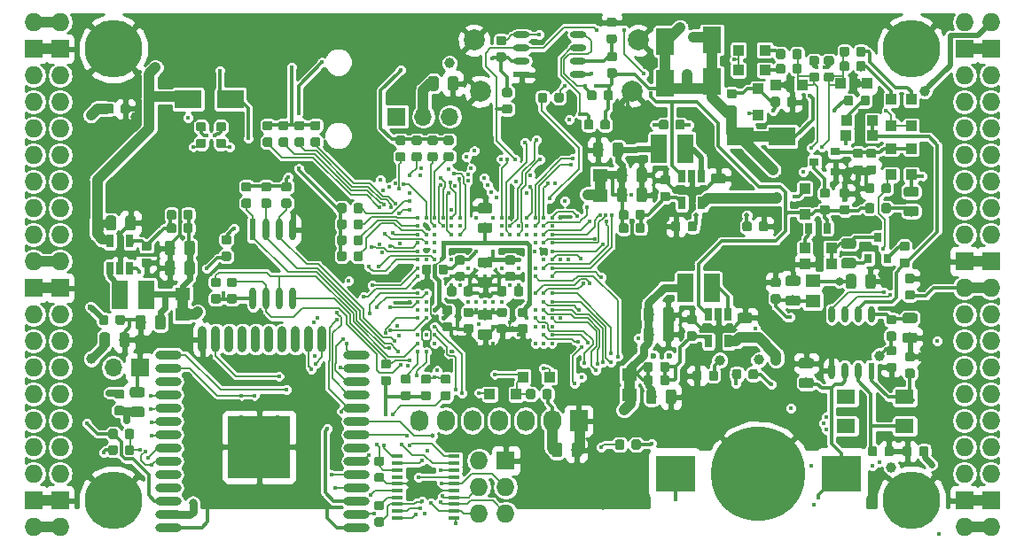
<source format=gbl>
G04 #@! TF.GenerationSoftware,KiCad,Pcbnew,5.0.0+dfsg1-2*
G04 #@! TF.CreationDate,2018-09-13T16:08:42+02:00*
G04 #@! TF.ProjectId,ulx3s,756C7833732E6B696361645F70636200,rev?*
G04 #@! TF.SameCoordinates,Original*
G04 #@! TF.FileFunction,Copper,L4,Bot,Signal*
G04 #@! TF.FilePolarity,Positive*
%FSLAX46Y46*%
G04 Gerber Fmt 4.6, Leading zero omitted, Abs format (unit mm)*
G04 Created by KiCad (PCBNEW 5.0.0+dfsg1-2) date Thu Sep 13 16:08:42 2018*
%MOMM*%
%LPD*%
G01*
G04 APERTURE LIST*
G04 #@! TA.AperFunction,EtchedComponent*
%ADD10C,1.000000*%
G04 #@! TD*
G04 #@! TA.AperFunction,SMDPad,CuDef*
%ADD11O,1.100000X0.400000*%
G04 #@! TD*
G04 #@! TA.AperFunction,SMDPad,CuDef*
%ADD12R,1.100000X0.400000*%
G04 #@! TD*
G04 #@! TA.AperFunction,Conductor*
%ADD13C,0.100000*%
G04 #@! TD*
G04 #@! TA.AperFunction,SMDPad,CuDef*
%ADD14C,0.975000*%
G04 #@! TD*
G04 #@! TA.AperFunction,SMDPad,CuDef*
%ADD15C,0.875000*%
G04 #@! TD*
G04 #@! TA.AperFunction,SMDPad,CuDef*
%ADD16R,0.900000X0.800000*%
G04 #@! TD*
G04 #@! TA.AperFunction,SMDPad,CuDef*
%ADD17R,1.000000X1.000000*%
G04 #@! TD*
G04 #@! TA.AperFunction,SMDPad,CuDef*
%ADD18R,0.700000X1.200000*%
G04 #@! TD*
G04 #@! TA.AperFunction,ComponentPad*
%ADD19C,2.000000*%
G04 #@! TD*
G04 #@! TA.AperFunction,SMDPad,CuDef*
%ADD20R,3.700000X3.500000*%
G04 #@! TD*
G04 #@! TA.AperFunction,BGAPad,CuDef*
%ADD21C,9.000000*%
G04 #@! TD*
G04 #@! TA.AperFunction,SMDPad,CuDef*
%ADD22R,1.800000X1.400000*%
G04 #@! TD*
G04 #@! TA.AperFunction,ComponentPad*
%ADD23R,1.727200X2.032000*%
G04 #@! TD*
G04 #@! TA.AperFunction,ComponentPad*
%ADD24O,1.727200X2.032000*%
G04 #@! TD*
G04 #@! TA.AperFunction,SMDPad,CuDef*
%ADD25R,0.600000X1.550000*%
G04 #@! TD*
G04 #@! TA.AperFunction,SMDPad,CuDef*
%ADD26O,0.600000X1.550000*%
G04 #@! TD*
G04 #@! TA.AperFunction,SMDPad,CuDef*
%ADD27R,1.550000X0.600000*%
G04 #@! TD*
G04 #@! TA.AperFunction,SMDPad,CuDef*
%ADD28O,1.550000X0.600000*%
G04 #@! TD*
G04 #@! TA.AperFunction,SMDPad,CuDef*
%ADD29R,0.600000X2.100000*%
G04 #@! TD*
G04 #@! TA.AperFunction,SMDPad,CuDef*
%ADD30O,0.600000X2.100000*%
G04 #@! TD*
G04 #@! TA.AperFunction,SMDPad,CuDef*
%ADD31O,2.500000X0.900000*%
G04 #@! TD*
G04 #@! TA.AperFunction,SMDPad,CuDef*
%ADD32O,0.900000X2.500000*%
G04 #@! TD*
G04 #@! TA.AperFunction,SMDPad,CuDef*
%ADD33R,6.000000X6.000000*%
G04 #@! TD*
G04 #@! TA.AperFunction,SMDPad,CuDef*
%ADD34R,1.400000X1.295000*%
G04 #@! TD*
G04 #@! TA.AperFunction,SMDPad,CuDef*
%ADD35R,2.500000X1.800000*%
G04 #@! TD*
G04 #@! TA.AperFunction,SMDPad,CuDef*
%ADD36R,1.800000X2.500000*%
G04 #@! TD*
G04 #@! TA.AperFunction,ComponentPad*
%ADD37O,1.727200X1.727200*%
G04 #@! TD*
G04 #@! TA.AperFunction,ComponentPad*
%ADD38R,1.727200X1.727200*%
G04 #@! TD*
G04 #@! TA.AperFunction,ComponentPad*
%ADD39C,5.500000*%
G04 #@! TD*
G04 #@! TA.AperFunction,BGAPad,CuDef*
%ADD40C,0.300000*%
G04 #@! TD*
G04 #@! TA.AperFunction,ComponentPad*
%ADD41R,1.700000X1.700000*%
G04 #@! TD*
G04 #@! TA.AperFunction,ComponentPad*
%ADD42O,1.700000X1.700000*%
G04 #@! TD*
G04 #@! TA.AperFunction,SMDPad,CuDef*
%ADD43R,1.500000X2.700000*%
G04 #@! TD*
G04 #@! TA.AperFunction,SMDPad,CuDef*
%ADD44R,0.670000X1.000000*%
G04 #@! TD*
G04 #@! TA.AperFunction,SMDPad,CuDef*
%ADD45R,0.800000X0.900000*%
G04 #@! TD*
G04 #@! TA.AperFunction,ViaPad*
%ADD46C,2.000000*%
G04 #@! TD*
G04 #@! TA.AperFunction,ViaPad*
%ADD47C,0.419000*%
G04 #@! TD*
G04 #@! TA.AperFunction,ViaPad*
%ADD48C,0.600000*%
G04 #@! TD*
G04 #@! TA.AperFunction,ViaPad*
%ADD49C,1.000000*%
G04 #@! TD*
G04 #@! TA.AperFunction,ViaPad*
%ADD50C,0.800000*%
G04 #@! TD*
G04 #@! TA.AperFunction,ViaPad*
%ADD51C,0.500000*%
G04 #@! TD*
G04 #@! TA.AperFunction,ViaPad*
%ADD52C,0.700000*%
G04 #@! TD*
G04 #@! TA.AperFunction,ViaPad*
%ADD53C,0.454000*%
G04 #@! TD*
G04 #@! TA.AperFunction,Conductor*
%ADD54C,0.300000*%
G04 #@! TD*
G04 #@! TA.AperFunction,Conductor*
%ADD55C,1.000000*%
G04 #@! TD*
G04 #@! TA.AperFunction,Conductor*
%ADD56C,0.700000*%
G04 #@! TD*
G04 #@! TA.AperFunction,Conductor*
%ADD57C,0.127000*%
G04 #@! TD*
G04 #@! TA.AperFunction,Conductor*
%ADD58C,0.190000*%
G04 #@! TD*
G04 #@! TA.AperFunction,Conductor*
%ADD59C,0.800000*%
G04 #@! TD*
G04 #@! TA.AperFunction,Conductor*
%ADD60C,0.500000*%
G04 #@! TD*
G04 #@! TA.AperFunction,Conductor*
%ADD61C,0.400000*%
G04 #@! TD*
G04 #@! TA.AperFunction,Conductor*
%ADD62C,0.600000*%
G04 #@! TD*
G04 #@! TA.AperFunction,Conductor*
%ADD63C,0.200000*%
G04 #@! TD*
G04 #@! TA.AperFunction,Conductor*
%ADD64C,0.254000*%
G04 #@! TD*
G04 APERTURE END LIST*
D10*
G04 #@! TO.C,RP3*
X149472000Y-77311000D02*
X149472000Y-79311000D01*
G04 #@! TO.C,RP2*
X109609000Y-88632000D02*
X109609000Y-90632000D01*
G04 #@! TO.C,RP1*
X152281000Y-96361000D02*
X152281000Y-98361000D01*
G04 #@! TO.C,D9*
X166854000Y-73630000D02*
X162854000Y-73630000D01*
G04 #@! TO.C,D52*
X160155000Y-64391000D02*
X160155000Y-68391000D01*
G04 #@! TO.C,D51*
X155710000Y-68518000D02*
X155710000Y-64518000D01*
G04 #@! TD*
D11*
G04 #@! TO.P,U6,20*
G04 #@! TO.N,FTDI_TXD*
X130135000Y-104215000D03*
G04 #@! TO.P,U6,19*
G04 #@! TO.N,FTDI_nSLEEP*
X130135000Y-104865000D03*
G04 #@! TO.P,U6,18*
G04 #@! TO.N,FTDI_TXDEN*
X130135000Y-105515000D03*
G04 #@! TO.P,U6,17*
G04 #@! TO.N,N/C*
X130135000Y-106165000D03*
G04 #@! TO.P,U6,16*
G04 #@! TO.N,GND*
X130135000Y-106815000D03*
G04 #@! TO.P,U6,15*
G04 #@! TO.N,USB5V*
X130135000Y-107465000D03*
G04 #@! TO.P,U6,14*
G04 #@! TO.N,nRESET*
X130135000Y-108115000D03*
G04 #@! TO.P,U6,13*
G04 #@! TO.N,FT2V5*
X130135000Y-108765000D03*
G04 #@! TO.P,U6,12*
G04 #@! TO.N,USB_FTDI_D-*
X130135000Y-109415000D03*
G04 #@! TO.P,U6,11*
G04 #@! TO.N,USB_FTDI_D+*
X130135000Y-110065000D03*
G04 #@! TO.P,U6,10*
G04 #@! TO.N,FTDI_nTXLED*
X135535000Y-110065000D03*
G04 #@! TO.P,U6,9*
G04 #@! TO.N,JTAG_TDO*
X135535000Y-109415000D03*
G04 #@! TO.P,U6,8*
G04 #@! TO.N,JTAG_TMS*
X135535000Y-108765000D03*
G04 #@! TO.P,U6,7*
G04 #@! TO.N,JTAG_TCK*
X135535000Y-108115000D03*
G04 #@! TO.P,U6,6*
G04 #@! TO.N,GND*
X135535000Y-107465000D03*
G04 #@! TO.P,U6,5*
G04 #@! TO.N,JTAG_TDI*
X135535000Y-106815000D03*
G04 #@! TO.P,U6,4*
G04 #@! TO.N,FTDI_RXD*
X135535000Y-106165000D03*
G04 #@! TO.P,U6,3*
G04 #@! TO.N,FT2V5*
X135535000Y-105515000D03*
G04 #@! TO.P,U6,2*
G04 #@! TO.N,FTDI_nRTS*
X135535000Y-104865000D03*
D12*
G04 #@! TO.P,U6,1*
G04 #@! TO.N,FTDI_nDTR*
X135535000Y-104215000D03*
G04 #@! TD*
D13*
G04 #@! TO.N,GND*
G04 #@! TO.C,C1*
G36*
X104908642Y-81186174D02*
X104932303Y-81189684D01*
X104955507Y-81195496D01*
X104978029Y-81203554D01*
X104999653Y-81213782D01*
X105020170Y-81226079D01*
X105039383Y-81240329D01*
X105057107Y-81256393D01*
X105073171Y-81274117D01*
X105087421Y-81293330D01*
X105099718Y-81313847D01*
X105109946Y-81335471D01*
X105118004Y-81357993D01*
X105123816Y-81381197D01*
X105127326Y-81404858D01*
X105128500Y-81428750D01*
X105128500Y-82341250D01*
X105127326Y-82365142D01*
X105123816Y-82388803D01*
X105118004Y-82412007D01*
X105109946Y-82434529D01*
X105099718Y-82456153D01*
X105087421Y-82476670D01*
X105073171Y-82495883D01*
X105057107Y-82513607D01*
X105039383Y-82529671D01*
X105020170Y-82543921D01*
X104999653Y-82556218D01*
X104978029Y-82566446D01*
X104955507Y-82574504D01*
X104932303Y-82580316D01*
X104908642Y-82583826D01*
X104884750Y-82585000D01*
X104397250Y-82585000D01*
X104373358Y-82583826D01*
X104349697Y-82580316D01*
X104326493Y-82574504D01*
X104303971Y-82566446D01*
X104282347Y-82556218D01*
X104261830Y-82543921D01*
X104242617Y-82529671D01*
X104224893Y-82513607D01*
X104208829Y-82495883D01*
X104194579Y-82476670D01*
X104182282Y-82456153D01*
X104172054Y-82434529D01*
X104163996Y-82412007D01*
X104158184Y-82388803D01*
X104154674Y-82365142D01*
X104153500Y-82341250D01*
X104153500Y-81428750D01*
X104154674Y-81404858D01*
X104158184Y-81381197D01*
X104163996Y-81357993D01*
X104172054Y-81335471D01*
X104182282Y-81313847D01*
X104194579Y-81293330D01*
X104208829Y-81274117D01*
X104224893Y-81256393D01*
X104242617Y-81240329D01*
X104261830Y-81226079D01*
X104282347Y-81213782D01*
X104303971Y-81203554D01*
X104326493Y-81195496D01*
X104349697Y-81189684D01*
X104373358Y-81186174D01*
X104397250Y-81185000D01*
X104884750Y-81185000D01*
X104908642Y-81186174D01*
X104908642Y-81186174D01*
G37*
D14*
G04 #@! TD*
G04 #@! TO.P,C1,2*
G04 #@! TO.N,GND*
X104641000Y-81885000D03*
D13*
G04 #@! TO.N,+5V*
G04 #@! TO.C,C1*
G36*
X103033642Y-81186174D02*
X103057303Y-81189684D01*
X103080507Y-81195496D01*
X103103029Y-81203554D01*
X103124653Y-81213782D01*
X103145170Y-81226079D01*
X103164383Y-81240329D01*
X103182107Y-81256393D01*
X103198171Y-81274117D01*
X103212421Y-81293330D01*
X103224718Y-81313847D01*
X103234946Y-81335471D01*
X103243004Y-81357993D01*
X103248816Y-81381197D01*
X103252326Y-81404858D01*
X103253500Y-81428750D01*
X103253500Y-82341250D01*
X103252326Y-82365142D01*
X103248816Y-82388803D01*
X103243004Y-82412007D01*
X103234946Y-82434529D01*
X103224718Y-82456153D01*
X103212421Y-82476670D01*
X103198171Y-82495883D01*
X103182107Y-82513607D01*
X103164383Y-82529671D01*
X103145170Y-82543921D01*
X103124653Y-82556218D01*
X103103029Y-82566446D01*
X103080507Y-82574504D01*
X103057303Y-82580316D01*
X103033642Y-82583826D01*
X103009750Y-82585000D01*
X102522250Y-82585000D01*
X102498358Y-82583826D01*
X102474697Y-82580316D01*
X102451493Y-82574504D01*
X102428971Y-82566446D01*
X102407347Y-82556218D01*
X102386830Y-82543921D01*
X102367617Y-82529671D01*
X102349893Y-82513607D01*
X102333829Y-82495883D01*
X102319579Y-82476670D01*
X102307282Y-82456153D01*
X102297054Y-82434529D01*
X102288996Y-82412007D01*
X102283184Y-82388803D01*
X102279674Y-82365142D01*
X102278500Y-82341250D01*
X102278500Y-81428750D01*
X102279674Y-81404858D01*
X102283184Y-81381197D01*
X102288996Y-81357993D01*
X102297054Y-81335471D01*
X102307282Y-81313847D01*
X102319579Y-81293330D01*
X102333829Y-81274117D01*
X102349893Y-81256393D01*
X102367617Y-81240329D01*
X102386830Y-81226079D01*
X102407347Y-81213782D01*
X102428971Y-81203554D01*
X102451493Y-81195496D01*
X102474697Y-81189684D01*
X102498358Y-81186174D01*
X102522250Y-81185000D01*
X103009750Y-81185000D01*
X103033642Y-81186174D01*
X103033642Y-81186174D01*
G37*
D14*
G04 #@! TD*
G04 #@! TO.P,C1,1*
G04 #@! TO.N,+5V*
X102766000Y-81885000D03*
D13*
G04 #@! TO.N,FT2V5*
G04 #@! TO.C,R9*
G36*
X128667691Y-110031053D02*
X128688926Y-110034203D01*
X128709750Y-110039419D01*
X128729962Y-110046651D01*
X128749368Y-110055830D01*
X128767781Y-110066866D01*
X128785024Y-110079654D01*
X128800930Y-110094070D01*
X128815346Y-110109976D01*
X128828134Y-110127219D01*
X128839170Y-110145632D01*
X128848349Y-110165038D01*
X128855581Y-110185250D01*
X128860797Y-110206074D01*
X128863947Y-110227309D01*
X128865000Y-110248750D01*
X128865000Y-110686250D01*
X128863947Y-110707691D01*
X128860797Y-110728926D01*
X128855581Y-110749750D01*
X128848349Y-110769962D01*
X128839170Y-110789368D01*
X128828134Y-110807781D01*
X128815346Y-110825024D01*
X128800930Y-110840930D01*
X128785024Y-110855346D01*
X128767781Y-110868134D01*
X128749368Y-110879170D01*
X128729962Y-110888349D01*
X128709750Y-110895581D01*
X128688926Y-110900797D01*
X128667691Y-110903947D01*
X128646250Y-110905000D01*
X128133750Y-110905000D01*
X128112309Y-110903947D01*
X128091074Y-110900797D01*
X128070250Y-110895581D01*
X128050038Y-110888349D01*
X128030632Y-110879170D01*
X128012219Y-110868134D01*
X127994976Y-110855346D01*
X127979070Y-110840930D01*
X127964654Y-110825024D01*
X127951866Y-110807781D01*
X127940830Y-110789368D01*
X127931651Y-110769962D01*
X127924419Y-110749750D01*
X127919203Y-110728926D01*
X127916053Y-110707691D01*
X127915000Y-110686250D01*
X127915000Y-110248750D01*
X127916053Y-110227309D01*
X127919203Y-110206074D01*
X127924419Y-110185250D01*
X127931651Y-110165038D01*
X127940830Y-110145632D01*
X127951866Y-110127219D01*
X127964654Y-110109976D01*
X127979070Y-110094070D01*
X127994976Y-110079654D01*
X128012219Y-110066866D01*
X128030632Y-110055830D01*
X128050038Y-110046651D01*
X128070250Y-110039419D01*
X128091074Y-110034203D01*
X128112309Y-110031053D01*
X128133750Y-110030000D01*
X128646250Y-110030000D01*
X128667691Y-110031053D01*
X128667691Y-110031053D01*
G37*
D15*
G04 #@! TD*
G04 #@! TO.P,R9,2*
G04 #@! TO.N,FT2V5*
X128390000Y-110467500D03*
D13*
G04 #@! TO.N,nRESET*
G04 #@! TO.C,R9*
G36*
X128667691Y-108456053D02*
X128688926Y-108459203D01*
X128709750Y-108464419D01*
X128729962Y-108471651D01*
X128749368Y-108480830D01*
X128767781Y-108491866D01*
X128785024Y-108504654D01*
X128800930Y-108519070D01*
X128815346Y-108534976D01*
X128828134Y-108552219D01*
X128839170Y-108570632D01*
X128848349Y-108590038D01*
X128855581Y-108610250D01*
X128860797Y-108631074D01*
X128863947Y-108652309D01*
X128865000Y-108673750D01*
X128865000Y-109111250D01*
X128863947Y-109132691D01*
X128860797Y-109153926D01*
X128855581Y-109174750D01*
X128848349Y-109194962D01*
X128839170Y-109214368D01*
X128828134Y-109232781D01*
X128815346Y-109250024D01*
X128800930Y-109265930D01*
X128785024Y-109280346D01*
X128767781Y-109293134D01*
X128749368Y-109304170D01*
X128729962Y-109313349D01*
X128709750Y-109320581D01*
X128688926Y-109325797D01*
X128667691Y-109328947D01*
X128646250Y-109330000D01*
X128133750Y-109330000D01*
X128112309Y-109328947D01*
X128091074Y-109325797D01*
X128070250Y-109320581D01*
X128050038Y-109313349D01*
X128030632Y-109304170D01*
X128012219Y-109293134D01*
X127994976Y-109280346D01*
X127979070Y-109265930D01*
X127964654Y-109250024D01*
X127951866Y-109232781D01*
X127940830Y-109214368D01*
X127931651Y-109194962D01*
X127924419Y-109174750D01*
X127919203Y-109153926D01*
X127916053Y-109132691D01*
X127915000Y-109111250D01*
X127915000Y-108673750D01*
X127916053Y-108652309D01*
X127919203Y-108631074D01*
X127924419Y-108610250D01*
X127931651Y-108590038D01*
X127940830Y-108570632D01*
X127951866Y-108552219D01*
X127964654Y-108534976D01*
X127979070Y-108519070D01*
X127994976Y-108504654D01*
X128012219Y-108491866D01*
X128030632Y-108480830D01*
X128050038Y-108471651D01*
X128070250Y-108464419D01*
X128091074Y-108459203D01*
X128112309Y-108456053D01*
X128133750Y-108455000D01*
X128646250Y-108455000D01*
X128667691Y-108456053D01*
X128667691Y-108456053D01*
G37*
D15*
G04 #@! TD*
G04 #@! TO.P,R9,1*
G04 #@! TO.N,nRESET*
X128390000Y-108892500D03*
D13*
G04 #@! TO.N,FTDI_TXDEN*
G04 #@! TO.C,R56*
G36*
X128667691Y-104222053D02*
X128688926Y-104225203D01*
X128709750Y-104230419D01*
X128729962Y-104237651D01*
X128749368Y-104246830D01*
X128767781Y-104257866D01*
X128785024Y-104270654D01*
X128800930Y-104285070D01*
X128815346Y-104300976D01*
X128828134Y-104318219D01*
X128839170Y-104336632D01*
X128848349Y-104356038D01*
X128855581Y-104376250D01*
X128860797Y-104397074D01*
X128863947Y-104418309D01*
X128865000Y-104439750D01*
X128865000Y-104877250D01*
X128863947Y-104898691D01*
X128860797Y-104919926D01*
X128855581Y-104940750D01*
X128848349Y-104960962D01*
X128839170Y-104980368D01*
X128828134Y-104998781D01*
X128815346Y-105016024D01*
X128800930Y-105031930D01*
X128785024Y-105046346D01*
X128767781Y-105059134D01*
X128749368Y-105070170D01*
X128729962Y-105079349D01*
X128709750Y-105086581D01*
X128688926Y-105091797D01*
X128667691Y-105094947D01*
X128646250Y-105096000D01*
X128133750Y-105096000D01*
X128112309Y-105094947D01*
X128091074Y-105091797D01*
X128070250Y-105086581D01*
X128050038Y-105079349D01*
X128030632Y-105070170D01*
X128012219Y-105059134D01*
X127994976Y-105046346D01*
X127979070Y-105031930D01*
X127964654Y-105016024D01*
X127951866Y-104998781D01*
X127940830Y-104980368D01*
X127931651Y-104960962D01*
X127924419Y-104940750D01*
X127919203Y-104919926D01*
X127916053Y-104898691D01*
X127915000Y-104877250D01*
X127915000Y-104439750D01*
X127916053Y-104418309D01*
X127919203Y-104397074D01*
X127924419Y-104376250D01*
X127931651Y-104356038D01*
X127940830Y-104336632D01*
X127951866Y-104318219D01*
X127964654Y-104300976D01*
X127979070Y-104285070D01*
X127994976Y-104270654D01*
X128012219Y-104257866D01*
X128030632Y-104246830D01*
X128050038Y-104237651D01*
X128070250Y-104230419D01*
X128091074Y-104225203D01*
X128112309Y-104222053D01*
X128133750Y-104221000D01*
X128646250Y-104221000D01*
X128667691Y-104222053D01*
X128667691Y-104222053D01*
G37*
D15*
G04 #@! TD*
G04 #@! TO.P,R56,2*
G04 #@! TO.N,FTDI_TXDEN*
X128390000Y-104658500D03*
D13*
G04 #@! TO.N,GND*
G04 #@! TO.C,R56*
G36*
X128667691Y-105797053D02*
X128688926Y-105800203D01*
X128709750Y-105805419D01*
X128729962Y-105812651D01*
X128749368Y-105821830D01*
X128767781Y-105832866D01*
X128785024Y-105845654D01*
X128800930Y-105860070D01*
X128815346Y-105875976D01*
X128828134Y-105893219D01*
X128839170Y-105911632D01*
X128848349Y-105931038D01*
X128855581Y-105951250D01*
X128860797Y-105972074D01*
X128863947Y-105993309D01*
X128865000Y-106014750D01*
X128865000Y-106452250D01*
X128863947Y-106473691D01*
X128860797Y-106494926D01*
X128855581Y-106515750D01*
X128848349Y-106535962D01*
X128839170Y-106555368D01*
X128828134Y-106573781D01*
X128815346Y-106591024D01*
X128800930Y-106606930D01*
X128785024Y-106621346D01*
X128767781Y-106634134D01*
X128749368Y-106645170D01*
X128729962Y-106654349D01*
X128709750Y-106661581D01*
X128688926Y-106666797D01*
X128667691Y-106669947D01*
X128646250Y-106671000D01*
X128133750Y-106671000D01*
X128112309Y-106669947D01*
X128091074Y-106666797D01*
X128070250Y-106661581D01*
X128050038Y-106654349D01*
X128030632Y-106645170D01*
X128012219Y-106634134D01*
X127994976Y-106621346D01*
X127979070Y-106606930D01*
X127964654Y-106591024D01*
X127951866Y-106573781D01*
X127940830Y-106555368D01*
X127931651Y-106535962D01*
X127924419Y-106515750D01*
X127919203Y-106494926D01*
X127916053Y-106473691D01*
X127915000Y-106452250D01*
X127915000Y-106014750D01*
X127916053Y-105993309D01*
X127919203Y-105972074D01*
X127924419Y-105951250D01*
X127931651Y-105931038D01*
X127940830Y-105911632D01*
X127951866Y-105893219D01*
X127964654Y-105875976D01*
X127979070Y-105860070D01*
X127994976Y-105845654D01*
X128012219Y-105832866D01*
X128030632Y-105821830D01*
X128050038Y-105812651D01*
X128070250Y-105805419D01*
X128091074Y-105800203D01*
X128112309Y-105797053D01*
X128133750Y-105796000D01*
X128646250Y-105796000D01*
X128667691Y-105797053D01*
X128667691Y-105797053D01*
G37*
D15*
G04 #@! TD*
G04 #@! TO.P,R56,1*
G04 #@! TO.N,GND*
X128390000Y-106233500D03*
D13*
G04 #@! TO.N,PROG_DONE*
G04 #@! TO.C,R55*
G36*
X135017691Y-97966053D02*
X135038926Y-97969203D01*
X135059750Y-97974419D01*
X135079962Y-97981651D01*
X135099368Y-97990830D01*
X135117781Y-98001866D01*
X135135024Y-98014654D01*
X135150930Y-98029070D01*
X135165346Y-98044976D01*
X135178134Y-98062219D01*
X135189170Y-98080632D01*
X135198349Y-98100038D01*
X135205581Y-98120250D01*
X135210797Y-98141074D01*
X135213947Y-98162309D01*
X135215000Y-98183750D01*
X135215000Y-98621250D01*
X135213947Y-98642691D01*
X135210797Y-98663926D01*
X135205581Y-98684750D01*
X135198349Y-98704962D01*
X135189170Y-98724368D01*
X135178134Y-98742781D01*
X135165346Y-98760024D01*
X135150930Y-98775930D01*
X135135024Y-98790346D01*
X135117781Y-98803134D01*
X135099368Y-98814170D01*
X135079962Y-98823349D01*
X135059750Y-98830581D01*
X135038926Y-98835797D01*
X135017691Y-98838947D01*
X134996250Y-98840000D01*
X134483750Y-98840000D01*
X134462309Y-98838947D01*
X134441074Y-98835797D01*
X134420250Y-98830581D01*
X134400038Y-98823349D01*
X134380632Y-98814170D01*
X134362219Y-98803134D01*
X134344976Y-98790346D01*
X134329070Y-98775930D01*
X134314654Y-98760024D01*
X134301866Y-98742781D01*
X134290830Y-98724368D01*
X134281651Y-98704962D01*
X134274419Y-98684750D01*
X134269203Y-98663926D01*
X134266053Y-98642691D01*
X134265000Y-98621250D01*
X134265000Y-98183750D01*
X134266053Y-98162309D01*
X134269203Y-98141074D01*
X134274419Y-98120250D01*
X134281651Y-98100038D01*
X134290830Y-98080632D01*
X134301866Y-98062219D01*
X134314654Y-98044976D01*
X134329070Y-98029070D01*
X134344976Y-98014654D01*
X134362219Y-98001866D01*
X134380632Y-97990830D01*
X134400038Y-97981651D01*
X134420250Y-97974419D01*
X134441074Y-97969203D01*
X134462309Y-97966053D01*
X134483750Y-97965000D01*
X134996250Y-97965000D01*
X135017691Y-97966053D01*
X135017691Y-97966053D01*
G37*
D15*
G04 #@! TD*
G04 #@! TO.P,R55,2*
G04 #@! TO.N,PROG_DONE*
X134740000Y-98402500D03*
D13*
G04 #@! TO.N,/flash/FPGA_DONE*
G04 #@! TO.C,R55*
G36*
X135017691Y-96391053D02*
X135038926Y-96394203D01*
X135059750Y-96399419D01*
X135079962Y-96406651D01*
X135099368Y-96415830D01*
X135117781Y-96426866D01*
X135135024Y-96439654D01*
X135150930Y-96454070D01*
X135165346Y-96469976D01*
X135178134Y-96487219D01*
X135189170Y-96505632D01*
X135198349Y-96525038D01*
X135205581Y-96545250D01*
X135210797Y-96566074D01*
X135213947Y-96587309D01*
X135215000Y-96608750D01*
X135215000Y-97046250D01*
X135213947Y-97067691D01*
X135210797Y-97088926D01*
X135205581Y-97109750D01*
X135198349Y-97129962D01*
X135189170Y-97149368D01*
X135178134Y-97167781D01*
X135165346Y-97185024D01*
X135150930Y-97200930D01*
X135135024Y-97215346D01*
X135117781Y-97228134D01*
X135099368Y-97239170D01*
X135079962Y-97248349D01*
X135059750Y-97255581D01*
X135038926Y-97260797D01*
X135017691Y-97263947D01*
X134996250Y-97265000D01*
X134483750Y-97265000D01*
X134462309Y-97263947D01*
X134441074Y-97260797D01*
X134420250Y-97255581D01*
X134400038Y-97248349D01*
X134380632Y-97239170D01*
X134362219Y-97228134D01*
X134344976Y-97215346D01*
X134329070Y-97200930D01*
X134314654Y-97185024D01*
X134301866Y-97167781D01*
X134290830Y-97149368D01*
X134281651Y-97129962D01*
X134274419Y-97109750D01*
X134269203Y-97088926D01*
X134266053Y-97067691D01*
X134265000Y-97046250D01*
X134265000Y-96608750D01*
X134266053Y-96587309D01*
X134269203Y-96566074D01*
X134274419Y-96545250D01*
X134281651Y-96525038D01*
X134290830Y-96505632D01*
X134301866Y-96487219D01*
X134314654Y-96469976D01*
X134329070Y-96454070D01*
X134344976Y-96439654D01*
X134362219Y-96426866D01*
X134380632Y-96415830D01*
X134400038Y-96406651D01*
X134420250Y-96399419D01*
X134441074Y-96394203D01*
X134462309Y-96391053D01*
X134483750Y-96390000D01*
X134996250Y-96390000D01*
X135017691Y-96391053D01*
X135017691Y-96391053D01*
G37*
D15*
G04 #@! TD*
G04 #@! TO.P,R55,1*
G04 #@! TO.N,/flash/FPGA_DONE*
X134740000Y-96827500D03*
D13*
G04 #@! TO.N,/flash/FPGA_DONE*
G04 #@! TO.C,R32*
G36*
X133112691Y-96391053D02*
X133133926Y-96394203D01*
X133154750Y-96399419D01*
X133174962Y-96406651D01*
X133194368Y-96415830D01*
X133212781Y-96426866D01*
X133230024Y-96439654D01*
X133245930Y-96454070D01*
X133260346Y-96469976D01*
X133273134Y-96487219D01*
X133284170Y-96505632D01*
X133293349Y-96525038D01*
X133300581Y-96545250D01*
X133305797Y-96566074D01*
X133308947Y-96587309D01*
X133310000Y-96608750D01*
X133310000Y-97046250D01*
X133308947Y-97067691D01*
X133305797Y-97088926D01*
X133300581Y-97109750D01*
X133293349Y-97129962D01*
X133284170Y-97149368D01*
X133273134Y-97167781D01*
X133260346Y-97185024D01*
X133245930Y-97200930D01*
X133230024Y-97215346D01*
X133212781Y-97228134D01*
X133194368Y-97239170D01*
X133174962Y-97248349D01*
X133154750Y-97255581D01*
X133133926Y-97260797D01*
X133112691Y-97263947D01*
X133091250Y-97265000D01*
X132578750Y-97265000D01*
X132557309Y-97263947D01*
X132536074Y-97260797D01*
X132515250Y-97255581D01*
X132495038Y-97248349D01*
X132475632Y-97239170D01*
X132457219Y-97228134D01*
X132439976Y-97215346D01*
X132424070Y-97200930D01*
X132409654Y-97185024D01*
X132396866Y-97167781D01*
X132385830Y-97149368D01*
X132376651Y-97129962D01*
X132369419Y-97109750D01*
X132364203Y-97088926D01*
X132361053Y-97067691D01*
X132360000Y-97046250D01*
X132360000Y-96608750D01*
X132361053Y-96587309D01*
X132364203Y-96566074D01*
X132369419Y-96545250D01*
X132376651Y-96525038D01*
X132385830Y-96505632D01*
X132396866Y-96487219D01*
X132409654Y-96469976D01*
X132424070Y-96454070D01*
X132439976Y-96439654D01*
X132457219Y-96426866D01*
X132475632Y-96415830D01*
X132495038Y-96406651D01*
X132515250Y-96399419D01*
X132536074Y-96394203D01*
X132557309Y-96391053D01*
X132578750Y-96390000D01*
X133091250Y-96390000D01*
X133112691Y-96391053D01*
X133112691Y-96391053D01*
G37*
D15*
G04 #@! TD*
G04 #@! TO.P,R32,2*
G04 #@! TO.N,/flash/FPGA_DONE*
X132835000Y-96827500D03*
D13*
G04 #@! TO.N,+3V3*
G04 #@! TO.C,R32*
G36*
X133112691Y-97966053D02*
X133133926Y-97969203D01*
X133154750Y-97974419D01*
X133174962Y-97981651D01*
X133194368Y-97990830D01*
X133212781Y-98001866D01*
X133230024Y-98014654D01*
X133245930Y-98029070D01*
X133260346Y-98044976D01*
X133273134Y-98062219D01*
X133284170Y-98080632D01*
X133293349Y-98100038D01*
X133300581Y-98120250D01*
X133305797Y-98141074D01*
X133308947Y-98162309D01*
X133310000Y-98183750D01*
X133310000Y-98621250D01*
X133308947Y-98642691D01*
X133305797Y-98663926D01*
X133300581Y-98684750D01*
X133293349Y-98704962D01*
X133284170Y-98724368D01*
X133273134Y-98742781D01*
X133260346Y-98760024D01*
X133245930Y-98775930D01*
X133230024Y-98790346D01*
X133212781Y-98803134D01*
X133194368Y-98814170D01*
X133174962Y-98823349D01*
X133154750Y-98830581D01*
X133133926Y-98835797D01*
X133112691Y-98838947D01*
X133091250Y-98840000D01*
X132578750Y-98840000D01*
X132557309Y-98838947D01*
X132536074Y-98835797D01*
X132515250Y-98830581D01*
X132495038Y-98823349D01*
X132475632Y-98814170D01*
X132457219Y-98803134D01*
X132439976Y-98790346D01*
X132424070Y-98775930D01*
X132409654Y-98760024D01*
X132396866Y-98742781D01*
X132385830Y-98724368D01*
X132376651Y-98704962D01*
X132369419Y-98684750D01*
X132364203Y-98663926D01*
X132361053Y-98642691D01*
X132360000Y-98621250D01*
X132360000Y-98183750D01*
X132361053Y-98162309D01*
X132364203Y-98141074D01*
X132369419Y-98120250D01*
X132376651Y-98100038D01*
X132385830Y-98080632D01*
X132396866Y-98062219D01*
X132409654Y-98044976D01*
X132424070Y-98029070D01*
X132439976Y-98014654D01*
X132457219Y-98001866D01*
X132475632Y-97990830D01*
X132495038Y-97981651D01*
X132515250Y-97974419D01*
X132536074Y-97969203D01*
X132557309Y-97966053D01*
X132578750Y-97965000D01*
X133091250Y-97965000D01*
X133112691Y-97966053D01*
X133112691Y-97966053D01*
G37*
D15*
G04 #@! TD*
G04 #@! TO.P,R32,1*
G04 #@! TO.N,+3V3*
X132835000Y-98402500D03*
D13*
G04 #@! TO.N,/flash/FPGA_INITN*
G04 #@! TO.C,R33*
G36*
X131207691Y-96391053D02*
X131228926Y-96394203D01*
X131249750Y-96399419D01*
X131269962Y-96406651D01*
X131289368Y-96415830D01*
X131307781Y-96426866D01*
X131325024Y-96439654D01*
X131340930Y-96454070D01*
X131355346Y-96469976D01*
X131368134Y-96487219D01*
X131379170Y-96505632D01*
X131388349Y-96525038D01*
X131395581Y-96545250D01*
X131400797Y-96566074D01*
X131403947Y-96587309D01*
X131405000Y-96608750D01*
X131405000Y-97046250D01*
X131403947Y-97067691D01*
X131400797Y-97088926D01*
X131395581Y-97109750D01*
X131388349Y-97129962D01*
X131379170Y-97149368D01*
X131368134Y-97167781D01*
X131355346Y-97185024D01*
X131340930Y-97200930D01*
X131325024Y-97215346D01*
X131307781Y-97228134D01*
X131289368Y-97239170D01*
X131269962Y-97248349D01*
X131249750Y-97255581D01*
X131228926Y-97260797D01*
X131207691Y-97263947D01*
X131186250Y-97265000D01*
X130673750Y-97265000D01*
X130652309Y-97263947D01*
X130631074Y-97260797D01*
X130610250Y-97255581D01*
X130590038Y-97248349D01*
X130570632Y-97239170D01*
X130552219Y-97228134D01*
X130534976Y-97215346D01*
X130519070Y-97200930D01*
X130504654Y-97185024D01*
X130491866Y-97167781D01*
X130480830Y-97149368D01*
X130471651Y-97129962D01*
X130464419Y-97109750D01*
X130459203Y-97088926D01*
X130456053Y-97067691D01*
X130455000Y-97046250D01*
X130455000Y-96608750D01*
X130456053Y-96587309D01*
X130459203Y-96566074D01*
X130464419Y-96545250D01*
X130471651Y-96525038D01*
X130480830Y-96505632D01*
X130491866Y-96487219D01*
X130504654Y-96469976D01*
X130519070Y-96454070D01*
X130534976Y-96439654D01*
X130552219Y-96426866D01*
X130570632Y-96415830D01*
X130590038Y-96406651D01*
X130610250Y-96399419D01*
X130631074Y-96394203D01*
X130652309Y-96391053D01*
X130673750Y-96390000D01*
X131186250Y-96390000D01*
X131207691Y-96391053D01*
X131207691Y-96391053D01*
G37*
D15*
G04 #@! TD*
G04 #@! TO.P,R33,2*
G04 #@! TO.N,/flash/FPGA_INITN*
X130930000Y-96827500D03*
D13*
G04 #@! TO.N,+3V3*
G04 #@! TO.C,R33*
G36*
X131207691Y-97966053D02*
X131228926Y-97969203D01*
X131249750Y-97974419D01*
X131269962Y-97981651D01*
X131289368Y-97990830D01*
X131307781Y-98001866D01*
X131325024Y-98014654D01*
X131340930Y-98029070D01*
X131355346Y-98044976D01*
X131368134Y-98062219D01*
X131379170Y-98080632D01*
X131388349Y-98100038D01*
X131395581Y-98120250D01*
X131400797Y-98141074D01*
X131403947Y-98162309D01*
X131405000Y-98183750D01*
X131405000Y-98621250D01*
X131403947Y-98642691D01*
X131400797Y-98663926D01*
X131395581Y-98684750D01*
X131388349Y-98704962D01*
X131379170Y-98724368D01*
X131368134Y-98742781D01*
X131355346Y-98760024D01*
X131340930Y-98775930D01*
X131325024Y-98790346D01*
X131307781Y-98803134D01*
X131289368Y-98814170D01*
X131269962Y-98823349D01*
X131249750Y-98830581D01*
X131228926Y-98835797D01*
X131207691Y-98838947D01*
X131186250Y-98840000D01*
X130673750Y-98840000D01*
X130652309Y-98838947D01*
X130631074Y-98835797D01*
X130610250Y-98830581D01*
X130590038Y-98823349D01*
X130570632Y-98814170D01*
X130552219Y-98803134D01*
X130534976Y-98790346D01*
X130519070Y-98775930D01*
X130504654Y-98760024D01*
X130491866Y-98742781D01*
X130480830Y-98724368D01*
X130471651Y-98704962D01*
X130464419Y-98684750D01*
X130459203Y-98663926D01*
X130456053Y-98642691D01*
X130455000Y-98621250D01*
X130455000Y-98183750D01*
X130456053Y-98162309D01*
X130459203Y-98141074D01*
X130464419Y-98120250D01*
X130471651Y-98100038D01*
X130480830Y-98080632D01*
X130491866Y-98062219D01*
X130504654Y-98044976D01*
X130519070Y-98029070D01*
X130534976Y-98014654D01*
X130552219Y-98001866D01*
X130570632Y-97990830D01*
X130590038Y-97981651D01*
X130610250Y-97974419D01*
X130631074Y-97969203D01*
X130652309Y-97966053D01*
X130673750Y-97965000D01*
X131186250Y-97965000D01*
X131207691Y-97966053D01*
X131207691Y-97966053D01*
G37*
D15*
G04 #@! TD*
G04 #@! TO.P,R33,1*
G04 #@! TO.N,+3V3*
X130930000Y-98402500D03*
D13*
G04 #@! TO.N,/flash/FLASH_MOSI*
G04 #@! TO.C,R27*
G36*
X129302691Y-94951053D02*
X129323926Y-94954203D01*
X129344750Y-94959419D01*
X129364962Y-94966651D01*
X129384368Y-94975830D01*
X129402781Y-94986866D01*
X129420024Y-94999654D01*
X129435930Y-95014070D01*
X129450346Y-95029976D01*
X129463134Y-95047219D01*
X129474170Y-95065632D01*
X129483349Y-95085038D01*
X129490581Y-95105250D01*
X129495797Y-95126074D01*
X129498947Y-95147309D01*
X129500000Y-95168750D01*
X129500000Y-95606250D01*
X129498947Y-95627691D01*
X129495797Y-95648926D01*
X129490581Y-95669750D01*
X129483349Y-95689962D01*
X129474170Y-95709368D01*
X129463134Y-95727781D01*
X129450346Y-95745024D01*
X129435930Y-95760930D01*
X129420024Y-95775346D01*
X129402781Y-95788134D01*
X129384368Y-95799170D01*
X129364962Y-95808349D01*
X129344750Y-95815581D01*
X129323926Y-95820797D01*
X129302691Y-95823947D01*
X129281250Y-95825000D01*
X128768750Y-95825000D01*
X128747309Y-95823947D01*
X128726074Y-95820797D01*
X128705250Y-95815581D01*
X128685038Y-95808349D01*
X128665632Y-95799170D01*
X128647219Y-95788134D01*
X128629976Y-95775346D01*
X128614070Y-95760930D01*
X128599654Y-95745024D01*
X128586866Y-95727781D01*
X128575830Y-95709368D01*
X128566651Y-95689962D01*
X128559419Y-95669750D01*
X128554203Y-95648926D01*
X128551053Y-95627691D01*
X128550000Y-95606250D01*
X128550000Y-95168750D01*
X128551053Y-95147309D01*
X128554203Y-95126074D01*
X128559419Y-95105250D01*
X128566651Y-95085038D01*
X128575830Y-95065632D01*
X128586866Y-95047219D01*
X128599654Y-95029976D01*
X128614070Y-95014070D01*
X128629976Y-94999654D01*
X128647219Y-94986866D01*
X128665632Y-94975830D01*
X128685038Y-94966651D01*
X128705250Y-94959419D01*
X128726074Y-94954203D01*
X128747309Y-94951053D01*
X128768750Y-94950000D01*
X129281250Y-94950000D01*
X129302691Y-94951053D01*
X129302691Y-94951053D01*
G37*
D15*
G04 #@! TD*
G04 #@! TO.P,R27,2*
G04 #@! TO.N,/flash/FLASH_MOSI*
X129025000Y-95387500D03*
D13*
G04 #@! TO.N,+3V3*
G04 #@! TO.C,R27*
G36*
X129302691Y-96526053D02*
X129323926Y-96529203D01*
X129344750Y-96534419D01*
X129364962Y-96541651D01*
X129384368Y-96550830D01*
X129402781Y-96561866D01*
X129420024Y-96574654D01*
X129435930Y-96589070D01*
X129450346Y-96604976D01*
X129463134Y-96622219D01*
X129474170Y-96640632D01*
X129483349Y-96660038D01*
X129490581Y-96680250D01*
X129495797Y-96701074D01*
X129498947Y-96722309D01*
X129500000Y-96743750D01*
X129500000Y-97181250D01*
X129498947Y-97202691D01*
X129495797Y-97223926D01*
X129490581Y-97244750D01*
X129483349Y-97264962D01*
X129474170Y-97284368D01*
X129463134Y-97302781D01*
X129450346Y-97320024D01*
X129435930Y-97335930D01*
X129420024Y-97350346D01*
X129402781Y-97363134D01*
X129384368Y-97374170D01*
X129364962Y-97383349D01*
X129344750Y-97390581D01*
X129323926Y-97395797D01*
X129302691Y-97398947D01*
X129281250Y-97400000D01*
X128768750Y-97400000D01*
X128747309Y-97398947D01*
X128726074Y-97395797D01*
X128705250Y-97390581D01*
X128685038Y-97383349D01*
X128665632Y-97374170D01*
X128647219Y-97363134D01*
X128629976Y-97350346D01*
X128614070Y-97335930D01*
X128599654Y-97320024D01*
X128586866Y-97302781D01*
X128575830Y-97284368D01*
X128566651Y-97264962D01*
X128559419Y-97244750D01*
X128554203Y-97223926D01*
X128551053Y-97202691D01*
X128550000Y-97181250D01*
X128550000Y-96743750D01*
X128551053Y-96722309D01*
X128554203Y-96701074D01*
X128559419Y-96680250D01*
X128566651Y-96660038D01*
X128575830Y-96640632D01*
X128586866Y-96622219D01*
X128599654Y-96604976D01*
X128614070Y-96589070D01*
X128629976Y-96574654D01*
X128647219Y-96561866D01*
X128665632Y-96550830D01*
X128685038Y-96541651D01*
X128705250Y-96534419D01*
X128726074Y-96529203D01*
X128747309Y-96526053D01*
X128768750Y-96525000D01*
X129281250Y-96525000D01*
X129302691Y-96526053D01*
X129302691Y-96526053D01*
G37*
D15*
G04 #@! TD*
G04 #@! TO.P,R27,1*
G04 #@! TO.N,+3V3*
X129025000Y-96962500D03*
D13*
G04 #@! TO.N,USB_FPGA_D+*
G04 #@! TO.C,R40*
G36*
X168533691Y-65264053D02*
X168554926Y-65267203D01*
X168575750Y-65272419D01*
X168595962Y-65279651D01*
X168615368Y-65288830D01*
X168633781Y-65299866D01*
X168651024Y-65312654D01*
X168666930Y-65327070D01*
X168681346Y-65342976D01*
X168694134Y-65360219D01*
X168705170Y-65378632D01*
X168714349Y-65398038D01*
X168721581Y-65418250D01*
X168726797Y-65439074D01*
X168729947Y-65460309D01*
X168731000Y-65481750D01*
X168731000Y-65994250D01*
X168729947Y-66015691D01*
X168726797Y-66036926D01*
X168721581Y-66057750D01*
X168714349Y-66077962D01*
X168705170Y-66097368D01*
X168694134Y-66115781D01*
X168681346Y-66133024D01*
X168666930Y-66148930D01*
X168651024Y-66163346D01*
X168633781Y-66176134D01*
X168615368Y-66187170D01*
X168595962Y-66196349D01*
X168575750Y-66203581D01*
X168554926Y-66208797D01*
X168533691Y-66211947D01*
X168512250Y-66213000D01*
X168074750Y-66213000D01*
X168053309Y-66211947D01*
X168032074Y-66208797D01*
X168011250Y-66203581D01*
X167991038Y-66196349D01*
X167971632Y-66187170D01*
X167953219Y-66176134D01*
X167935976Y-66163346D01*
X167920070Y-66148930D01*
X167905654Y-66133024D01*
X167892866Y-66115781D01*
X167881830Y-66097368D01*
X167872651Y-66077962D01*
X167865419Y-66057750D01*
X167860203Y-66036926D01*
X167857053Y-66015691D01*
X167856000Y-65994250D01*
X167856000Y-65481750D01*
X167857053Y-65460309D01*
X167860203Y-65439074D01*
X167865419Y-65418250D01*
X167872651Y-65398038D01*
X167881830Y-65378632D01*
X167892866Y-65360219D01*
X167905654Y-65342976D01*
X167920070Y-65327070D01*
X167935976Y-65312654D01*
X167953219Y-65299866D01*
X167971632Y-65288830D01*
X167991038Y-65279651D01*
X168011250Y-65272419D01*
X168032074Y-65267203D01*
X168053309Y-65264053D01*
X168074750Y-65263000D01*
X168512250Y-65263000D01*
X168533691Y-65264053D01*
X168533691Y-65264053D01*
G37*
D15*
G04 #@! TD*
G04 #@! TO.P,R40,2*
G04 #@! TO.N,USB_FPGA_D+*
X168293500Y-65738000D03*
D13*
G04 #@! TO.N,Net-(D24-Pad1)*
G04 #@! TO.C,R40*
G36*
X166958691Y-65264053D02*
X166979926Y-65267203D01*
X167000750Y-65272419D01*
X167020962Y-65279651D01*
X167040368Y-65288830D01*
X167058781Y-65299866D01*
X167076024Y-65312654D01*
X167091930Y-65327070D01*
X167106346Y-65342976D01*
X167119134Y-65360219D01*
X167130170Y-65378632D01*
X167139349Y-65398038D01*
X167146581Y-65418250D01*
X167151797Y-65439074D01*
X167154947Y-65460309D01*
X167156000Y-65481750D01*
X167156000Y-65994250D01*
X167154947Y-66015691D01*
X167151797Y-66036926D01*
X167146581Y-66057750D01*
X167139349Y-66077962D01*
X167130170Y-66097368D01*
X167119134Y-66115781D01*
X167106346Y-66133024D01*
X167091930Y-66148930D01*
X167076024Y-66163346D01*
X167058781Y-66176134D01*
X167040368Y-66187170D01*
X167020962Y-66196349D01*
X167000750Y-66203581D01*
X166979926Y-66208797D01*
X166958691Y-66211947D01*
X166937250Y-66213000D01*
X166499750Y-66213000D01*
X166478309Y-66211947D01*
X166457074Y-66208797D01*
X166436250Y-66203581D01*
X166416038Y-66196349D01*
X166396632Y-66187170D01*
X166378219Y-66176134D01*
X166360976Y-66163346D01*
X166345070Y-66148930D01*
X166330654Y-66133024D01*
X166317866Y-66115781D01*
X166306830Y-66097368D01*
X166297651Y-66077962D01*
X166290419Y-66057750D01*
X166285203Y-66036926D01*
X166282053Y-66015691D01*
X166281000Y-65994250D01*
X166281000Y-65481750D01*
X166282053Y-65460309D01*
X166285203Y-65439074D01*
X166290419Y-65418250D01*
X166297651Y-65398038D01*
X166306830Y-65378632D01*
X166317866Y-65360219D01*
X166330654Y-65342976D01*
X166345070Y-65327070D01*
X166360976Y-65312654D01*
X166378219Y-65299866D01*
X166396632Y-65288830D01*
X166416038Y-65279651D01*
X166436250Y-65272419D01*
X166457074Y-65267203D01*
X166478309Y-65264053D01*
X166499750Y-65263000D01*
X166937250Y-65263000D01*
X166958691Y-65264053D01*
X166958691Y-65264053D01*
G37*
D15*
G04 #@! TD*
G04 #@! TO.P,R40,1*
G04 #@! TO.N,Net-(D24-Pad1)*
X166718500Y-65738000D03*
D13*
G04 #@! TO.N,WIFI_EN*
G04 #@! TO.C,R34*
G36*
X104779691Y-103126053D02*
X104800926Y-103129203D01*
X104821750Y-103134419D01*
X104841962Y-103141651D01*
X104861368Y-103150830D01*
X104879781Y-103161866D01*
X104897024Y-103174654D01*
X104912930Y-103189070D01*
X104927346Y-103204976D01*
X104940134Y-103222219D01*
X104951170Y-103240632D01*
X104960349Y-103260038D01*
X104967581Y-103280250D01*
X104972797Y-103301074D01*
X104975947Y-103322309D01*
X104977000Y-103343750D01*
X104977000Y-103856250D01*
X104975947Y-103877691D01*
X104972797Y-103898926D01*
X104967581Y-103919750D01*
X104960349Y-103939962D01*
X104951170Y-103959368D01*
X104940134Y-103977781D01*
X104927346Y-103995024D01*
X104912930Y-104010930D01*
X104897024Y-104025346D01*
X104879781Y-104038134D01*
X104861368Y-104049170D01*
X104841962Y-104058349D01*
X104821750Y-104065581D01*
X104800926Y-104070797D01*
X104779691Y-104073947D01*
X104758250Y-104075000D01*
X104320750Y-104075000D01*
X104299309Y-104073947D01*
X104278074Y-104070797D01*
X104257250Y-104065581D01*
X104237038Y-104058349D01*
X104217632Y-104049170D01*
X104199219Y-104038134D01*
X104181976Y-104025346D01*
X104166070Y-104010930D01*
X104151654Y-103995024D01*
X104138866Y-103977781D01*
X104127830Y-103959368D01*
X104118651Y-103939962D01*
X104111419Y-103919750D01*
X104106203Y-103898926D01*
X104103053Y-103877691D01*
X104102000Y-103856250D01*
X104102000Y-103343750D01*
X104103053Y-103322309D01*
X104106203Y-103301074D01*
X104111419Y-103280250D01*
X104118651Y-103260038D01*
X104127830Y-103240632D01*
X104138866Y-103222219D01*
X104151654Y-103204976D01*
X104166070Y-103189070D01*
X104181976Y-103174654D01*
X104199219Y-103161866D01*
X104217632Y-103150830D01*
X104237038Y-103141651D01*
X104257250Y-103134419D01*
X104278074Y-103129203D01*
X104299309Y-103126053D01*
X104320750Y-103125000D01*
X104758250Y-103125000D01*
X104779691Y-103126053D01*
X104779691Y-103126053D01*
G37*
D15*
G04 #@! TD*
G04 #@! TO.P,R34,2*
G04 #@! TO.N,WIFI_EN*
X104539500Y-103600000D03*
D13*
G04 #@! TO.N,+3V3*
G04 #@! TO.C,R34*
G36*
X103204691Y-103126053D02*
X103225926Y-103129203D01*
X103246750Y-103134419D01*
X103266962Y-103141651D01*
X103286368Y-103150830D01*
X103304781Y-103161866D01*
X103322024Y-103174654D01*
X103337930Y-103189070D01*
X103352346Y-103204976D01*
X103365134Y-103222219D01*
X103376170Y-103240632D01*
X103385349Y-103260038D01*
X103392581Y-103280250D01*
X103397797Y-103301074D01*
X103400947Y-103322309D01*
X103402000Y-103343750D01*
X103402000Y-103856250D01*
X103400947Y-103877691D01*
X103397797Y-103898926D01*
X103392581Y-103919750D01*
X103385349Y-103939962D01*
X103376170Y-103959368D01*
X103365134Y-103977781D01*
X103352346Y-103995024D01*
X103337930Y-104010930D01*
X103322024Y-104025346D01*
X103304781Y-104038134D01*
X103286368Y-104049170D01*
X103266962Y-104058349D01*
X103246750Y-104065581D01*
X103225926Y-104070797D01*
X103204691Y-104073947D01*
X103183250Y-104075000D01*
X102745750Y-104075000D01*
X102724309Y-104073947D01*
X102703074Y-104070797D01*
X102682250Y-104065581D01*
X102662038Y-104058349D01*
X102642632Y-104049170D01*
X102624219Y-104038134D01*
X102606976Y-104025346D01*
X102591070Y-104010930D01*
X102576654Y-103995024D01*
X102563866Y-103977781D01*
X102552830Y-103959368D01*
X102543651Y-103939962D01*
X102536419Y-103919750D01*
X102531203Y-103898926D01*
X102528053Y-103877691D01*
X102527000Y-103856250D01*
X102527000Y-103343750D01*
X102528053Y-103322309D01*
X102531203Y-103301074D01*
X102536419Y-103280250D01*
X102543651Y-103260038D01*
X102552830Y-103240632D01*
X102563866Y-103222219D01*
X102576654Y-103204976D01*
X102591070Y-103189070D01*
X102606976Y-103174654D01*
X102624219Y-103161866D01*
X102642632Y-103150830D01*
X102662038Y-103141651D01*
X102682250Y-103134419D01*
X102703074Y-103129203D01*
X102724309Y-103126053D01*
X102745750Y-103125000D01*
X103183250Y-103125000D01*
X103204691Y-103126053D01*
X103204691Y-103126053D01*
G37*
D15*
G04 #@! TD*
G04 #@! TO.P,R34,1*
G04 #@! TO.N,+3V3*
X102964500Y-103600000D03*
D13*
G04 #@! TO.N,/wifi/WIFIEN*
G04 #@! TO.C,R35*
G36*
X103204691Y-101586053D02*
X103225926Y-101589203D01*
X103246750Y-101594419D01*
X103266962Y-101601651D01*
X103286368Y-101610830D01*
X103304781Y-101621866D01*
X103322024Y-101634654D01*
X103337930Y-101649070D01*
X103352346Y-101664976D01*
X103365134Y-101682219D01*
X103376170Y-101700632D01*
X103385349Y-101720038D01*
X103392581Y-101740250D01*
X103397797Y-101761074D01*
X103400947Y-101782309D01*
X103402000Y-101803750D01*
X103402000Y-102316250D01*
X103400947Y-102337691D01*
X103397797Y-102358926D01*
X103392581Y-102379750D01*
X103385349Y-102399962D01*
X103376170Y-102419368D01*
X103365134Y-102437781D01*
X103352346Y-102455024D01*
X103337930Y-102470930D01*
X103322024Y-102485346D01*
X103304781Y-102498134D01*
X103286368Y-102509170D01*
X103266962Y-102518349D01*
X103246750Y-102525581D01*
X103225926Y-102530797D01*
X103204691Y-102533947D01*
X103183250Y-102535000D01*
X102745750Y-102535000D01*
X102724309Y-102533947D01*
X102703074Y-102530797D01*
X102682250Y-102525581D01*
X102662038Y-102518349D01*
X102642632Y-102509170D01*
X102624219Y-102498134D01*
X102606976Y-102485346D01*
X102591070Y-102470930D01*
X102576654Y-102455024D01*
X102563866Y-102437781D01*
X102552830Y-102419368D01*
X102543651Y-102399962D01*
X102536419Y-102379750D01*
X102531203Y-102358926D01*
X102528053Y-102337691D01*
X102527000Y-102316250D01*
X102527000Y-101803750D01*
X102528053Y-101782309D01*
X102531203Y-101761074D01*
X102536419Y-101740250D01*
X102543651Y-101720038D01*
X102552830Y-101700632D01*
X102563866Y-101682219D01*
X102576654Y-101664976D01*
X102591070Y-101649070D01*
X102606976Y-101634654D01*
X102624219Y-101621866D01*
X102642632Y-101610830D01*
X102662038Y-101601651D01*
X102682250Y-101594419D01*
X102703074Y-101589203D01*
X102724309Y-101586053D01*
X102745750Y-101585000D01*
X103183250Y-101585000D01*
X103204691Y-101586053D01*
X103204691Y-101586053D01*
G37*
D15*
G04 #@! TD*
G04 #@! TO.P,R35,2*
G04 #@! TO.N,/wifi/WIFIEN*
X102964500Y-102060000D03*
D13*
G04 #@! TO.N,WIFI_EN*
G04 #@! TO.C,R35*
G36*
X104779691Y-101586053D02*
X104800926Y-101589203D01*
X104821750Y-101594419D01*
X104841962Y-101601651D01*
X104861368Y-101610830D01*
X104879781Y-101621866D01*
X104897024Y-101634654D01*
X104912930Y-101649070D01*
X104927346Y-101664976D01*
X104940134Y-101682219D01*
X104951170Y-101700632D01*
X104960349Y-101720038D01*
X104967581Y-101740250D01*
X104972797Y-101761074D01*
X104975947Y-101782309D01*
X104977000Y-101803750D01*
X104977000Y-102316250D01*
X104975947Y-102337691D01*
X104972797Y-102358926D01*
X104967581Y-102379750D01*
X104960349Y-102399962D01*
X104951170Y-102419368D01*
X104940134Y-102437781D01*
X104927346Y-102455024D01*
X104912930Y-102470930D01*
X104897024Y-102485346D01*
X104879781Y-102498134D01*
X104861368Y-102509170D01*
X104841962Y-102518349D01*
X104821750Y-102525581D01*
X104800926Y-102530797D01*
X104779691Y-102533947D01*
X104758250Y-102535000D01*
X104320750Y-102535000D01*
X104299309Y-102533947D01*
X104278074Y-102530797D01*
X104257250Y-102525581D01*
X104237038Y-102518349D01*
X104217632Y-102509170D01*
X104199219Y-102498134D01*
X104181976Y-102485346D01*
X104166070Y-102470930D01*
X104151654Y-102455024D01*
X104138866Y-102437781D01*
X104127830Y-102419368D01*
X104118651Y-102399962D01*
X104111419Y-102379750D01*
X104106203Y-102358926D01*
X104103053Y-102337691D01*
X104102000Y-102316250D01*
X104102000Y-101803750D01*
X104103053Y-101782309D01*
X104106203Y-101761074D01*
X104111419Y-101740250D01*
X104118651Y-101720038D01*
X104127830Y-101700632D01*
X104138866Y-101682219D01*
X104151654Y-101664976D01*
X104166070Y-101649070D01*
X104181976Y-101634654D01*
X104199219Y-101621866D01*
X104217632Y-101610830D01*
X104237038Y-101601651D01*
X104257250Y-101594419D01*
X104278074Y-101589203D01*
X104299309Y-101586053D01*
X104320750Y-101585000D01*
X104758250Y-101585000D01*
X104779691Y-101586053D01*
X104779691Y-101586053D01*
G37*
D15*
G04 #@! TD*
G04 #@! TO.P,R35,1*
G04 #@! TO.N,WIFI_EN*
X104539500Y-102060000D03*
D13*
G04 #@! TO.N,GND*
G04 #@! TO.C,C15*
G36*
X105756142Y-97588174D02*
X105779803Y-97591684D01*
X105803007Y-97597496D01*
X105825529Y-97605554D01*
X105847153Y-97615782D01*
X105867670Y-97628079D01*
X105886883Y-97642329D01*
X105904607Y-97658393D01*
X105920671Y-97676117D01*
X105934921Y-97695330D01*
X105947218Y-97715847D01*
X105957446Y-97737471D01*
X105965504Y-97759993D01*
X105971316Y-97783197D01*
X105974826Y-97806858D01*
X105976000Y-97830750D01*
X105976000Y-98318250D01*
X105974826Y-98342142D01*
X105971316Y-98365803D01*
X105965504Y-98389007D01*
X105957446Y-98411529D01*
X105947218Y-98433153D01*
X105934921Y-98453670D01*
X105920671Y-98472883D01*
X105904607Y-98490607D01*
X105886883Y-98506671D01*
X105867670Y-98520921D01*
X105847153Y-98533218D01*
X105825529Y-98543446D01*
X105803007Y-98551504D01*
X105779803Y-98557316D01*
X105756142Y-98560826D01*
X105732250Y-98562000D01*
X104819750Y-98562000D01*
X104795858Y-98560826D01*
X104772197Y-98557316D01*
X104748993Y-98551504D01*
X104726471Y-98543446D01*
X104704847Y-98533218D01*
X104684330Y-98520921D01*
X104665117Y-98506671D01*
X104647393Y-98490607D01*
X104631329Y-98472883D01*
X104617079Y-98453670D01*
X104604782Y-98433153D01*
X104594554Y-98411529D01*
X104586496Y-98389007D01*
X104580684Y-98365803D01*
X104577174Y-98342142D01*
X104576000Y-98318250D01*
X104576000Y-97830750D01*
X104577174Y-97806858D01*
X104580684Y-97783197D01*
X104586496Y-97759993D01*
X104594554Y-97737471D01*
X104604782Y-97715847D01*
X104617079Y-97695330D01*
X104631329Y-97676117D01*
X104647393Y-97658393D01*
X104665117Y-97642329D01*
X104684330Y-97628079D01*
X104704847Y-97615782D01*
X104726471Y-97605554D01*
X104748993Y-97597496D01*
X104772197Y-97591684D01*
X104795858Y-97588174D01*
X104819750Y-97587000D01*
X105732250Y-97587000D01*
X105756142Y-97588174D01*
X105756142Y-97588174D01*
G37*
D14*
G04 #@! TD*
G04 #@! TO.P,C15,2*
G04 #@! TO.N,GND*
X105276000Y-98074500D03*
D13*
G04 #@! TO.N,/sdcard/SD3V3*
G04 #@! TO.C,C15*
G36*
X105756142Y-99463174D02*
X105779803Y-99466684D01*
X105803007Y-99472496D01*
X105825529Y-99480554D01*
X105847153Y-99490782D01*
X105867670Y-99503079D01*
X105886883Y-99517329D01*
X105904607Y-99533393D01*
X105920671Y-99551117D01*
X105934921Y-99570330D01*
X105947218Y-99590847D01*
X105957446Y-99612471D01*
X105965504Y-99634993D01*
X105971316Y-99658197D01*
X105974826Y-99681858D01*
X105976000Y-99705750D01*
X105976000Y-100193250D01*
X105974826Y-100217142D01*
X105971316Y-100240803D01*
X105965504Y-100264007D01*
X105957446Y-100286529D01*
X105947218Y-100308153D01*
X105934921Y-100328670D01*
X105920671Y-100347883D01*
X105904607Y-100365607D01*
X105886883Y-100381671D01*
X105867670Y-100395921D01*
X105847153Y-100408218D01*
X105825529Y-100418446D01*
X105803007Y-100426504D01*
X105779803Y-100432316D01*
X105756142Y-100435826D01*
X105732250Y-100437000D01*
X104819750Y-100437000D01*
X104795858Y-100435826D01*
X104772197Y-100432316D01*
X104748993Y-100426504D01*
X104726471Y-100418446D01*
X104704847Y-100408218D01*
X104684330Y-100395921D01*
X104665117Y-100381671D01*
X104647393Y-100365607D01*
X104631329Y-100347883D01*
X104617079Y-100328670D01*
X104604782Y-100308153D01*
X104594554Y-100286529D01*
X104586496Y-100264007D01*
X104580684Y-100240803D01*
X104577174Y-100217142D01*
X104576000Y-100193250D01*
X104576000Y-99705750D01*
X104577174Y-99681858D01*
X104580684Y-99658197D01*
X104586496Y-99634993D01*
X104594554Y-99612471D01*
X104604782Y-99590847D01*
X104617079Y-99570330D01*
X104631329Y-99551117D01*
X104647393Y-99533393D01*
X104665117Y-99517329D01*
X104684330Y-99503079D01*
X104704847Y-99490782D01*
X104726471Y-99480554D01*
X104748993Y-99472496D01*
X104772197Y-99466684D01*
X104795858Y-99463174D01*
X104819750Y-99462000D01*
X105732250Y-99462000D01*
X105756142Y-99463174D01*
X105756142Y-99463174D01*
G37*
D14*
G04 #@! TD*
G04 #@! TO.P,C15,1*
G04 #@! TO.N,/sdcard/SD3V3*
X105276000Y-99949500D03*
D13*
G04 #@! TO.N,+3V3*
G04 #@! TO.C,R38*
G36*
X103854191Y-97806053D02*
X103875426Y-97809203D01*
X103896250Y-97814419D01*
X103916462Y-97821651D01*
X103935868Y-97830830D01*
X103954281Y-97841866D01*
X103971524Y-97854654D01*
X103987430Y-97869070D01*
X104001846Y-97884976D01*
X104014634Y-97902219D01*
X104025670Y-97920632D01*
X104034849Y-97940038D01*
X104042081Y-97960250D01*
X104047297Y-97981074D01*
X104050447Y-98002309D01*
X104051500Y-98023750D01*
X104051500Y-98461250D01*
X104050447Y-98482691D01*
X104047297Y-98503926D01*
X104042081Y-98524750D01*
X104034849Y-98544962D01*
X104025670Y-98564368D01*
X104014634Y-98582781D01*
X104001846Y-98600024D01*
X103987430Y-98615930D01*
X103971524Y-98630346D01*
X103954281Y-98643134D01*
X103935868Y-98654170D01*
X103916462Y-98663349D01*
X103896250Y-98670581D01*
X103875426Y-98675797D01*
X103854191Y-98678947D01*
X103832750Y-98680000D01*
X103320250Y-98680000D01*
X103298809Y-98678947D01*
X103277574Y-98675797D01*
X103256750Y-98670581D01*
X103236538Y-98663349D01*
X103217132Y-98654170D01*
X103198719Y-98643134D01*
X103181476Y-98630346D01*
X103165570Y-98615930D01*
X103151154Y-98600024D01*
X103138366Y-98582781D01*
X103127330Y-98564368D01*
X103118151Y-98544962D01*
X103110919Y-98524750D01*
X103105703Y-98503926D01*
X103102553Y-98482691D01*
X103101500Y-98461250D01*
X103101500Y-98023750D01*
X103102553Y-98002309D01*
X103105703Y-97981074D01*
X103110919Y-97960250D01*
X103118151Y-97940038D01*
X103127330Y-97920632D01*
X103138366Y-97902219D01*
X103151154Y-97884976D01*
X103165570Y-97869070D01*
X103181476Y-97854654D01*
X103198719Y-97841866D01*
X103217132Y-97830830D01*
X103236538Y-97821651D01*
X103256750Y-97814419D01*
X103277574Y-97809203D01*
X103298809Y-97806053D01*
X103320250Y-97805000D01*
X103832750Y-97805000D01*
X103854191Y-97806053D01*
X103854191Y-97806053D01*
G37*
D15*
G04 #@! TD*
G04 #@! TO.P,R38,2*
G04 #@! TO.N,+3V3*
X103576500Y-98242500D03*
D13*
G04 #@! TO.N,/sdcard/SD3V3*
G04 #@! TO.C,R38*
G36*
X103854191Y-99381053D02*
X103875426Y-99384203D01*
X103896250Y-99389419D01*
X103916462Y-99396651D01*
X103935868Y-99405830D01*
X103954281Y-99416866D01*
X103971524Y-99429654D01*
X103987430Y-99444070D01*
X104001846Y-99459976D01*
X104014634Y-99477219D01*
X104025670Y-99495632D01*
X104034849Y-99515038D01*
X104042081Y-99535250D01*
X104047297Y-99556074D01*
X104050447Y-99577309D01*
X104051500Y-99598750D01*
X104051500Y-100036250D01*
X104050447Y-100057691D01*
X104047297Y-100078926D01*
X104042081Y-100099750D01*
X104034849Y-100119962D01*
X104025670Y-100139368D01*
X104014634Y-100157781D01*
X104001846Y-100175024D01*
X103987430Y-100190930D01*
X103971524Y-100205346D01*
X103954281Y-100218134D01*
X103935868Y-100229170D01*
X103916462Y-100238349D01*
X103896250Y-100245581D01*
X103875426Y-100250797D01*
X103854191Y-100253947D01*
X103832750Y-100255000D01*
X103320250Y-100255000D01*
X103298809Y-100253947D01*
X103277574Y-100250797D01*
X103256750Y-100245581D01*
X103236538Y-100238349D01*
X103217132Y-100229170D01*
X103198719Y-100218134D01*
X103181476Y-100205346D01*
X103165570Y-100190930D01*
X103151154Y-100175024D01*
X103138366Y-100157781D01*
X103127330Y-100139368D01*
X103118151Y-100119962D01*
X103110919Y-100099750D01*
X103105703Y-100078926D01*
X103102553Y-100057691D01*
X103101500Y-100036250D01*
X103101500Y-99598750D01*
X103102553Y-99577309D01*
X103105703Y-99556074D01*
X103110919Y-99535250D01*
X103118151Y-99515038D01*
X103127330Y-99495632D01*
X103138366Y-99477219D01*
X103151154Y-99459976D01*
X103165570Y-99444070D01*
X103181476Y-99429654D01*
X103198719Y-99416866D01*
X103217132Y-99405830D01*
X103236538Y-99396651D01*
X103256750Y-99389419D01*
X103277574Y-99384203D01*
X103298809Y-99381053D01*
X103320250Y-99380000D01*
X103832750Y-99380000D01*
X103854191Y-99381053D01*
X103854191Y-99381053D01*
G37*
D15*
G04 #@! TD*
G04 #@! TO.P,R38,1*
G04 #@! TO.N,/sdcard/SD3V3*
X103576500Y-99817500D03*
D13*
G04 #@! TO.N,GND*
G04 #@! TO.C,C21*
G36*
X104322142Y-92362174D02*
X104345803Y-92365684D01*
X104369007Y-92371496D01*
X104391529Y-92379554D01*
X104413153Y-92389782D01*
X104433670Y-92402079D01*
X104452883Y-92416329D01*
X104470607Y-92432393D01*
X104486671Y-92450117D01*
X104500921Y-92469330D01*
X104513218Y-92489847D01*
X104523446Y-92511471D01*
X104531504Y-92533993D01*
X104537316Y-92557197D01*
X104540826Y-92580858D01*
X104542000Y-92604750D01*
X104542000Y-93517250D01*
X104540826Y-93541142D01*
X104537316Y-93564803D01*
X104531504Y-93588007D01*
X104523446Y-93610529D01*
X104513218Y-93632153D01*
X104500921Y-93652670D01*
X104486671Y-93671883D01*
X104470607Y-93689607D01*
X104452883Y-93705671D01*
X104433670Y-93719921D01*
X104413153Y-93732218D01*
X104391529Y-93742446D01*
X104369007Y-93750504D01*
X104345803Y-93756316D01*
X104322142Y-93759826D01*
X104298250Y-93761000D01*
X103810750Y-93761000D01*
X103786858Y-93759826D01*
X103763197Y-93756316D01*
X103739993Y-93750504D01*
X103717471Y-93742446D01*
X103695847Y-93732218D01*
X103675330Y-93719921D01*
X103656117Y-93705671D01*
X103638393Y-93689607D01*
X103622329Y-93671883D01*
X103608079Y-93652670D01*
X103595782Y-93632153D01*
X103585554Y-93610529D01*
X103577496Y-93588007D01*
X103571684Y-93564803D01*
X103568174Y-93541142D01*
X103567000Y-93517250D01*
X103567000Y-92604750D01*
X103568174Y-92580858D01*
X103571684Y-92557197D01*
X103577496Y-92533993D01*
X103585554Y-92511471D01*
X103595782Y-92489847D01*
X103608079Y-92469330D01*
X103622329Y-92450117D01*
X103638393Y-92432393D01*
X103656117Y-92416329D01*
X103675330Y-92402079D01*
X103695847Y-92389782D01*
X103717471Y-92379554D01*
X103739993Y-92371496D01*
X103763197Y-92365684D01*
X103786858Y-92362174D01*
X103810750Y-92361000D01*
X104298250Y-92361000D01*
X104322142Y-92362174D01*
X104322142Y-92362174D01*
G37*
D14*
G04 #@! TD*
G04 #@! TO.P,C21,2*
G04 #@! TO.N,GND*
X104054500Y-93061000D03*
D13*
G04 #@! TO.N,+3V3*
G04 #@! TO.C,C21*
G36*
X102447142Y-92362174D02*
X102470803Y-92365684D01*
X102494007Y-92371496D01*
X102516529Y-92379554D01*
X102538153Y-92389782D01*
X102558670Y-92402079D01*
X102577883Y-92416329D01*
X102595607Y-92432393D01*
X102611671Y-92450117D01*
X102625921Y-92469330D01*
X102638218Y-92489847D01*
X102648446Y-92511471D01*
X102656504Y-92533993D01*
X102662316Y-92557197D01*
X102665826Y-92580858D01*
X102667000Y-92604750D01*
X102667000Y-93517250D01*
X102665826Y-93541142D01*
X102662316Y-93564803D01*
X102656504Y-93588007D01*
X102648446Y-93610529D01*
X102638218Y-93632153D01*
X102625921Y-93652670D01*
X102611671Y-93671883D01*
X102595607Y-93689607D01*
X102577883Y-93705671D01*
X102558670Y-93719921D01*
X102538153Y-93732218D01*
X102516529Y-93742446D01*
X102494007Y-93750504D01*
X102470803Y-93756316D01*
X102447142Y-93759826D01*
X102423250Y-93761000D01*
X101935750Y-93761000D01*
X101911858Y-93759826D01*
X101888197Y-93756316D01*
X101864993Y-93750504D01*
X101842471Y-93742446D01*
X101820847Y-93732218D01*
X101800330Y-93719921D01*
X101781117Y-93705671D01*
X101763393Y-93689607D01*
X101747329Y-93671883D01*
X101733079Y-93652670D01*
X101720782Y-93632153D01*
X101710554Y-93610529D01*
X101702496Y-93588007D01*
X101696684Y-93564803D01*
X101693174Y-93541142D01*
X101692000Y-93517250D01*
X101692000Y-92604750D01*
X101693174Y-92580858D01*
X101696684Y-92557197D01*
X101702496Y-92533993D01*
X101710554Y-92511471D01*
X101720782Y-92489847D01*
X101733079Y-92469330D01*
X101747329Y-92450117D01*
X101763393Y-92432393D01*
X101781117Y-92416329D01*
X101800330Y-92402079D01*
X101820847Y-92389782D01*
X101842471Y-92379554D01*
X101864993Y-92371496D01*
X101888197Y-92365684D01*
X101911858Y-92362174D01*
X101935750Y-92361000D01*
X102423250Y-92361000D01*
X102447142Y-92362174D01*
X102447142Y-92362174D01*
G37*
D14*
G04 #@! TD*
G04 #@! TO.P,C21,1*
G04 #@! TO.N,+3V3*
X102179500Y-93061000D03*
D13*
G04 #@! TO.N,GND*
G04 #@! TO.C,C49*
G36*
X103890691Y-90682053D02*
X103911926Y-90685203D01*
X103932750Y-90690419D01*
X103952962Y-90697651D01*
X103972368Y-90706830D01*
X103990781Y-90717866D01*
X104008024Y-90730654D01*
X104023930Y-90745070D01*
X104038346Y-90760976D01*
X104051134Y-90778219D01*
X104062170Y-90796632D01*
X104071349Y-90816038D01*
X104078581Y-90836250D01*
X104083797Y-90857074D01*
X104086947Y-90878309D01*
X104088000Y-90899750D01*
X104088000Y-91412250D01*
X104086947Y-91433691D01*
X104083797Y-91454926D01*
X104078581Y-91475750D01*
X104071349Y-91495962D01*
X104062170Y-91515368D01*
X104051134Y-91533781D01*
X104038346Y-91551024D01*
X104023930Y-91566930D01*
X104008024Y-91581346D01*
X103990781Y-91594134D01*
X103972368Y-91605170D01*
X103952962Y-91614349D01*
X103932750Y-91621581D01*
X103911926Y-91626797D01*
X103890691Y-91629947D01*
X103869250Y-91631000D01*
X103431750Y-91631000D01*
X103410309Y-91629947D01*
X103389074Y-91626797D01*
X103368250Y-91621581D01*
X103348038Y-91614349D01*
X103328632Y-91605170D01*
X103310219Y-91594134D01*
X103292976Y-91581346D01*
X103277070Y-91566930D01*
X103262654Y-91551024D01*
X103249866Y-91533781D01*
X103238830Y-91515368D01*
X103229651Y-91495962D01*
X103222419Y-91475750D01*
X103217203Y-91454926D01*
X103214053Y-91433691D01*
X103213000Y-91412250D01*
X103213000Y-90899750D01*
X103214053Y-90878309D01*
X103217203Y-90857074D01*
X103222419Y-90836250D01*
X103229651Y-90816038D01*
X103238830Y-90796632D01*
X103249866Y-90778219D01*
X103262654Y-90760976D01*
X103277070Y-90745070D01*
X103292976Y-90730654D01*
X103310219Y-90717866D01*
X103328632Y-90706830D01*
X103348038Y-90697651D01*
X103368250Y-90690419D01*
X103389074Y-90685203D01*
X103410309Y-90682053D01*
X103431750Y-90681000D01*
X103869250Y-90681000D01*
X103890691Y-90682053D01*
X103890691Y-90682053D01*
G37*
D15*
G04 #@! TD*
G04 #@! TO.P,C49,2*
G04 #@! TO.N,GND*
X103650500Y-91156000D03*
D13*
G04 #@! TO.N,2V5_3V3*
G04 #@! TO.C,C49*
G36*
X102315691Y-90682053D02*
X102336926Y-90685203D01*
X102357750Y-90690419D01*
X102377962Y-90697651D01*
X102397368Y-90706830D01*
X102415781Y-90717866D01*
X102433024Y-90730654D01*
X102448930Y-90745070D01*
X102463346Y-90760976D01*
X102476134Y-90778219D01*
X102487170Y-90796632D01*
X102496349Y-90816038D01*
X102503581Y-90836250D01*
X102508797Y-90857074D01*
X102511947Y-90878309D01*
X102513000Y-90899750D01*
X102513000Y-91412250D01*
X102511947Y-91433691D01*
X102508797Y-91454926D01*
X102503581Y-91475750D01*
X102496349Y-91495962D01*
X102487170Y-91515368D01*
X102476134Y-91533781D01*
X102463346Y-91551024D01*
X102448930Y-91566930D01*
X102433024Y-91581346D01*
X102415781Y-91594134D01*
X102397368Y-91605170D01*
X102377962Y-91614349D01*
X102357750Y-91621581D01*
X102336926Y-91626797D01*
X102315691Y-91629947D01*
X102294250Y-91631000D01*
X101856750Y-91631000D01*
X101835309Y-91629947D01*
X101814074Y-91626797D01*
X101793250Y-91621581D01*
X101773038Y-91614349D01*
X101753632Y-91605170D01*
X101735219Y-91594134D01*
X101717976Y-91581346D01*
X101702070Y-91566930D01*
X101687654Y-91551024D01*
X101674866Y-91533781D01*
X101663830Y-91515368D01*
X101654651Y-91495962D01*
X101647419Y-91475750D01*
X101642203Y-91454926D01*
X101639053Y-91433691D01*
X101638000Y-91412250D01*
X101638000Y-90899750D01*
X101639053Y-90878309D01*
X101642203Y-90857074D01*
X101647419Y-90836250D01*
X101654651Y-90816038D01*
X101663830Y-90796632D01*
X101674866Y-90778219D01*
X101687654Y-90760976D01*
X101702070Y-90745070D01*
X101717976Y-90730654D01*
X101735219Y-90717866D01*
X101753632Y-90706830D01*
X101773038Y-90697651D01*
X101793250Y-90690419D01*
X101814074Y-90685203D01*
X101835309Y-90682053D01*
X101856750Y-90681000D01*
X102294250Y-90681000D01*
X102315691Y-90682053D01*
X102315691Y-90682053D01*
G37*
D15*
G04 #@! TD*
G04 #@! TO.P,C49,1*
G04 #@! TO.N,2V5_3V3*
X102075500Y-91156000D03*
D13*
G04 #@! TO.N,GND*
G04 #@! TO.C,C23*
G36*
X105876142Y-90693174D02*
X105899803Y-90696684D01*
X105923007Y-90702496D01*
X105945529Y-90710554D01*
X105967153Y-90720782D01*
X105987670Y-90733079D01*
X106006883Y-90747329D01*
X106024607Y-90763393D01*
X106040671Y-90781117D01*
X106054921Y-90800330D01*
X106067218Y-90820847D01*
X106077446Y-90842471D01*
X106085504Y-90864993D01*
X106091316Y-90888197D01*
X106094826Y-90911858D01*
X106096000Y-90935750D01*
X106096000Y-91848250D01*
X106094826Y-91872142D01*
X106091316Y-91895803D01*
X106085504Y-91919007D01*
X106077446Y-91941529D01*
X106067218Y-91963153D01*
X106054921Y-91983670D01*
X106040671Y-92002883D01*
X106024607Y-92020607D01*
X106006883Y-92036671D01*
X105987670Y-92050921D01*
X105967153Y-92063218D01*
X105945529Y-92073446D01*
X105923007Y-92081504D01*
X105899803Y-92087316D01*
X105876142Y-92090826D01*
X105852250Y-92092000D01*
X105364750Y-92092000D01*
X105340858Y-92090826D01*
X105317197Y-92087316D01*
X105293993Y-92081504D01*
X105271471Y-92073446D01*
X105249847Y-92063218D01*
X105229330Y-92050921D01*
X105210117Y-92036671D01*
X105192393Y-92020607D01*
X105176329Y-92002883D01*
X105162079Y-91983670D01*
X105149782Y-91963153D01*
X105139554Y-91941529D01*
X105131496Y-91919007D01*
X105125684Y-91895803D01*
X105122174Y-91872142D01*
X105121000Y-91848250D01*
X105121000Y-90935750D01*
X105122174Y-90911858D01*
X105125684Y-90888197D01*
X105131496Y-90864993D01*
X105139554Y-90842471D01*
X105149782Y-90820847D01*
X105162079Y-90800330D01*
X105176329Y-90781117D01*
X105192393Y-90763393D01*
X105210117Y-90747329D01*
X105229330Y-90733079D01*
X105249847Y-90720782D01*
X105271471Y-90710554D01*
X105293993Y-90702496D01*
X105317197Y-90696684D01*
X105340858Y-90693174D01*
X105364750Y-90692000D01*
X105852250Y-90692000D01*
X105876142Y-90693174D01*
X105876142Y-90693174D01*
G37*
D14*
G04 #@! TD*
G04 #@! TO.P,C23,2*
G04 #@! TO.N,GND*
X105608500Y-91392000D03*
D13*
G04 #@! TO.N,/power/P2V5*
G04 #@! TO.C,C23*
G36*
X107751142Y-90693174D02*
X107774803Y-90696684D01*
X107798007Y-90702496D01*
X107820529Y-90710554D01*
X107842153Y-90720782D01*
X107862670Y-90733079D01*
X107881883Y-90747329D01*
X107899607Y-90763393D01*
X107915671Y-90781117D01*
X107929921Y-90800330D01*
X107942218Y-90820847D01*
X107952446Y-90842471D01*
X107960504Y-90864993D01*
X107966316Y-90888197D01*
X107969826Y-90911858D01*
X107971000Y-90935750D01*
X107971000Y-91848250D01*
X107969826Y-91872142D01*
X107966316Y-91895803D01*
X107960504Y-91919007D01*
X107952446Y-91941529D01*
X107942218Y-91963153D01*
X107929921Y-91983670D01*
X107915671Y-92002883D01*
X107899607Y-92020607D01*
X107881883Y-92036671D01*
X107862670Y-92050921D01*
X107842153Y-92063218D01*
X107820529Y-92073446D01*
X107798007Y-92081504D01*
X107774803Y-92087316D01*
X107751142Y-92090826D01*
X107727250Y-92092000D01*
X107239750Y-92092000D01*
X107215858Y-92090826D01*
X107192197Y-92087316D01*
X107168993Y-92081504D01*
X107146471Y-92073446D01*
X107124847Y-92063218D01*
X107104330Y-92050921D01*
X107085117Y-92036671D01*
X107067393Y-92020607D01*
X107051329Y-92002883D01*
X107037079Y-91983670D01*
X107024782Y-91963153D01*
X107014554Y-91941529D01*
X107006496Y-91919007D01*
X107000684Y-91895803D01*
X106997174Y-91872142D01*
X106996000Y-91848250D01*
X106996000Y-90935750D01*
X106997174Y-90911858D01*
X107000684Y-90888197D01*
X107006496Y-90864993D01*
X107014554Y-90842471D01*
X107024782Y-90820847D01*
X107037079Y-90800330D01*
X107051329Y-90781117D01*
X107067393Y-90763393D01*
X107085117Y-90747329D01*
X107104330Y-90733079D01*
X107124847Y-90720782D01*
X107146471Y-90710554D01*
X107168993Y-90702496D01*
X107192197Y-90696684D01*
X107215858Y-90693174D01*
X107239750Y-90692000D01*
X107727250Y-90692000D01*
X107751142Y-90693174D01*
X107751142Y-90693174D01*
G37*
D14*
G04 #@! TD*
G04 #@! TO.P,C23,1*
G04 #@! TO.N,/power/P2V5*
X107483500Y-91392000D03*
D13*
G04 #@! TO.N,/power/FB2*
G04 #@! TO.C,RB2*
G36*
X106442691Y-83691053D02*
X106463926Y-83694203D01*
X106484750Y-83699419D01*
X106504962Y-83706651D01*
X106524368Y-83715830D01*
X106542781Y-83726866D01*
X106560024Y-83739654D01*
X106575930Y-83754070D01*
X106590346Y-83769976D01*
X106603134Y-83787219D01*
X106614170Y-83805632D01*
X106623349Y-83825038D01*
X106630581Y-83845250D01*
X106635797Y-83866074D01*
X106638947Y-83887309D01*
X106640000Y-83908750D01*
X106640000Y-84346250D01*
X106638947Y-84367691D01*
X106635797Y-84388926D01*
X106630581Y-84409750D01*
X106623349Y-84429962D01*
X106614170Y-84449368D01*
X106603134Y-84467781D01*
X106590346Y-84485024D01*
X106575930Y-84500930D01*
X106560024Y-84515346D01*
X106542781Y-84528134D01*
X106524368Y-84539170D01*
X106504962Y-84548349D01*
X106484750Y-84555581D01*
X106463926Y-84560797D01*
X106442691Y-84563947D01*
X106421250Y-84565000D01*
X105908750Y-84565000D01*
X105887309Y-84563947D01*
X105866074Y-84560797D01*
X105845250Y-84555581D01*
X105825038Y-84548349D01*
X105805632Y-84539170D01*
X105787219Y-84528134D01*
X105769976Y-84515346D01*
X105754070Y-84500930D01*
X105739654Y-84485024D01*
X105726866Y-84467781D01*
X105715830Y-84449368D01*
X105706651Y-84429962D01*
X105699419Y-84409750D01*
X105694203Y-84388926D01*
X105691053Y-84367691D01*
X105690000Y-84346250D01*
X105690000Y-83908750D01*
X105691053Y-83887309D01*
X105694203Y-83866074D01*
X105699419Y-83845250D01*
X105706651Y-83825038D01*
X105715830Y-83805632D01*
X105726866Y-83787219D01*
X105739654Y-83769976D01*
X105754070Y-83754070D01*
X105769976Y-83739654D01*
X105787219Y-83726866D01*
X105805632Y-83715830D01*
X105825038Y-83706651D01*
X105845250Y-83699419D01*
X105866074Y-83694203D01*
X105887309Y-83691053D01*
X105908750Y-83690000D01*
X106421250Y-83690000D01*
X106442691Y-83691053D01*
X106442691Y-83691053D01*
G37*
D15*
G04 #@! TD*
G04 #@! TO.P,RB2,2*
G04 #@! TO.N,/power/FB2*
X106165000Y-84127500D03*
D13*
G04 #@! TO.N,GND*
G04 #@! TO.C,RB2*
G36*
X106442691Y-85266053D02*
X106463926Y-85269203D01*
X106484750Y-85274419D01*
X106504962Y-85281651D01*
X106524368Y-85290830D01*
X106542781Y-85301866D01*
X106560024Y-85314654D01*
X106575930Y-85329070D01*
X106590346Y-85344976D01*
X106603134Y-85362219D01*
X106614170Y-85380632D01*
X106623349Y-85400038D01*
X106630581Y-85420250D01*
X106635797Y-85441074D01*
X106638947Y-85462309D01*
X106640000Y-85483750D01*
X106640000Y-85921250D01*
X106638947Y-85942691D01*
X106635797Y-85963926D01*
X106630581Y-85984750D01*
X106623349Y-86004962D01*
X106614170Y-86024368D01*
X106603134Y-86042781D01*
X106590346Y-86060024D01*
X106575930Y-86075930D01*
X106560024Y-86090346D01*
X106542781Y-86103134D01*
X106524368Y-86114170D01*
X106504962Y-86123349D01*
X106484750Y-86130581D01*
X106463926Y-86135797D01*
X106442691Y-86138947D01*
X106421250Y-86140000D01*
X105908750Y-86140000D01*
X105887309Y-86138947D01*
X105866074Y-86135797D01*
X105845250Y-86130581D01*
X105825038Y-86123349D01*
X105805632Y-86114170D01*
X105787219Y-86103134D01*
X105769976Y-86090346D01*
X105754070Y-86075930D01*
X105739654Y-86060024D01*
X105726866Y-86042781D01*
X105715830Y-86024368D01*
X105706651Y-86004962D01*
X105699419Y-85984750D01*
X105694203Y-85963926D01*
X105691053Y-85942691D01*
X105690000Y-85921250D01*
X105690000Y-85483750D01*
X105691053Y-85462309D01*
X105694203Y-85441074D01*
X105699419Y-85420250D01*
X105706651Y-85400038D01*
X105715830Y-85380632D01*
X105726866Y-85362219D01*
X105739654Y-85344976D01*
X105754070Y-85329070D01*
X105769976Y-85314654D01*
X105787219Y-85301866D01*
X105805632Y-85290830D01*
X105825038Y-85281651D01*
X105845250Y-85274419D01*
X105866074Y-85269203D01*
X105887309Y-85266053D01*
X105908750Y-85265000D01*
X106421250Y-85265000D01*
X106442691Y-85266053D01*
X106442691Y-85266053D01*
G37*
D15*
G04 #@! TD*
G04 #@! TO.P,RB2,1*
G04 #@! TO.N,GND*
X106165000Y-85702500D03*
D13*
G04 #@! TO.N,GND*
G04 #@! TO.C,C12*
G36*
X108670142Y-85486174D02*
X108693803Y-85489684D01*
X108717007Y-85495496D01*
X108739529Y-85503554D01*
X108761153Y-85513782D01*
X108781670Y-85526079D01*
X108800883Y-85540329D01*
X108818607Y-85556393D01*
X108834671Y-85574117D01*
X108848921Y-85593330D01*
X108861218Y-85613847D01*
X108871446Y-85635471D01*
X108879504Y-85657993D01*
X108885316Y-85681197D01*
X108888826Y-85704858D01*
X108890000Y-85728750D01*
X108890000Y-86641250D01*
X108888826Y-86665142D01*
X108885316Y-86688803D01*
X108879504Y-86712007D01*
X108871446Y-86734529D01*
X108861218Y-86756153D01*
X108848921Y-86776670D01*
X108834671Y-86795883D01*
X108818607Y-86813607D01*
X108800883Y-86829671D01*
X108781670Y-86843921D01*
X108761153Y-86856218D01*
X108739529Y-86866446D01*
X108717007Y-86874504D01*
X108693803Y-86880316D01*
X108670142Y-86883826D01*
X108646250Y-86885000D01*
X108158750Y-86885000D01*
X108134858Y-86883826D01*
X108111197Y-86880316D01*
X108087993Y-86874504D01*
X108065471Y-86866446D01*
X108043847Y-86856218D01*
X108023330Y-86843921D01*
X108004117Y-86829671D01*
X107986393Y-86813607D01*
X107970329Y-86795883D01*
X107956079Y-86776670D01*
X107943782Y-86756153D01*
X107933554Y-86734529D01*
X107925496Y-86712007D01*
X107919684Y-86688803D01*
X107916174Y-86665142D01*
X107915000Y-86641250D01*
X107915000Y-85728750D01*
X107916174Y-85704858D01*
X107919684Y-85681197D01*
X107925496Y-85657993D01*
X107933554Y-85635471D01*
X107943782Y-85613847D01*
X107956079Y-85593330D01*
X107970329Y-85574117D01*
X107986393Y-85556393D01*
X108004117Y-85540329D01*
X108023330Y-85526079D01*
X108043847Y-85513782D01*
X108065471Y-85503554D01*
X108087993Y-85495496D01*
X108111197Y-85489684D01*
X108134858Y-85486174D01*
X108158750Y-85485000D01*
X108646250Y-85485000D01*
X108670142Y-85486174D01*
X108670142Y-85486174D01*
G37*
D14*
G04 #@! TD*
G04 #@! TO.P,C12,2*
G04 #@! TO.N,GND*
X108402500Y-86185000D03*
D13*
G04 #@! TO.N,/power/P2V5*
G04 #@! TO.C,C12*
G36*
X110545142Y-85486174D02*
X110568803Y-85489684D01*
X110592007Y-85495496D01*
X110614529Y-85503554D01*
X110636153Y-85513782D01*
X110656670Y-85526079D01*
X110675883Y-85540329D01*
X110693607Y-85556393D01*
X110709671Y-85574117D01*
X110723921Y-85593330D01*
X110736218Y-85613847D01*
X110746446Y-85635471D01*
X110754504Y-85657993D01*
X110760316Y-85681197D01*
X110763826Y-85704858D01*
X110765000Y-85728750D01*
X110765000Y-86641250D01*
X110763826Y-86665142D01*
X110760316Y-86688803D01*
X110754504Y-86712007D01*
X110746446Y-86734529D01*
X110736218Y-86756153D01*
X110723921Y-86776670D01*
X110709671Y-86795883D01*
X110693607Y-86813607D01*
X110675883Y-86829671D01*
X110656670Y-86843921D01*
X110636153Y-86856218D01*
X110614529Y-86866446D01*
X110592007Y-86874504D01*
X110568803Y-86880316D01*
X110545142Y-86883826D01*
X110521250Y-86885000D01*
X110033750Y-86885000D01*
X110009858Y-86883826D01*
X109986197Y-86880316D01*
X109962993Y-86874504D01*
X109940471Y-86866446D01*
X109918847Y-86856218D01*
X109898330Y-86843921D01*
X109879117Y-86829671D01*
X109861393Y-86813607D01*
X109845329Y-86795883D01*
X109831079Y-86776670D01*
X109818782Y-86756153D01*
X109808554Y-86734529D01*
X109800496Y-86712007D01*
X109794684Y-86688803D01*
X109791174Y-86665142D01*
X109790000Y-86641250D01*
X109790000Y-85728750D01*
X109791174Y-85704858D01*
X109794684Y-85681197D01*
X109800496Y-85657993D01*
X109808554Y-85635471D01*
X109818782Y-85613847D01*
X109831079Y-85593330D01*
X109845329Y-85574117D01*
X109861393Y-85556393D01*
X109879117Y-85540329D01*
X109898330Y-85526079D01*
X109918847Y-85513782D01*
X109940471Y-85503554D01*
X109962993Y-85495496D01*
X109986197Y-85489684D01*
X110009858Y-85486174D01*
X110033750Y-85485000D01*
X110521250Y-85485000D01*
X110545142Y-85486174D01*
X110545142Y-85486174D01*
G37*
D14*
G04 #@! TD*
G04 #@! TO.P,C12,1*
G04 #@! TO.N,/power/P2V5*
X110277500Y-86185000D03*
D13*
G04 #@! TO.N,GND*
G04 #@! TO.C,C11*
G36*
X108670142Y-83581174D02*
X108693803Y-83584684D01*
X108717007Y-83590496D01*
X108739529Y-83598554D01*
X108761153Y-83608782D01*
X108781670Y-83621079D01*
X108800883Y-83635329D01*
X108818607Y-83651393D01*
X108834671Y-83669117D01*
X108848921Y-83688330D01*
X108861218Y-83708847D01*
X108871446Y-83730471D01*
X108879504Y-83752993D01*
X108885316Y-83776197D01*
X108888826Y-83799858D01*
X108890000Y-83823750D01*
X108890000Y-84736250D01*
X108888826Y-84760142D01*
X108885316Y-84783803D01*
X108879504Y-84807007D01*
X108871446Y-84829529D01*
X108861218Y-84851153D01*
X108848921Y-84871670D01*
X108834671Y-84890883D01*
X108818607Y-84908607D01*
X108800883Y-84924671D01*
X108781670Y-84938921D01*
X108761153Y-84951218D01*
X108739529Y-84961446D01*
X108717007Y-84969504D01*
X108693803Y-84975316D01*
X108670142Y-84978826D01*
X108646250Y-84980000D01*
X108158750Y-84980000D01*
X108134858Y-84978826D01*
X108111197Y-84975316D01*
X108087993Y-84969504D01*
X108065471Y-84961446D01*
X108043847Y-84951218D01*
X108023330Y-84938921D01*
X108004117Y-84924671D01*
X107986393Y-84908607D01*
X107970329Y-84890883D01*
X107956079Y-84871670D01*
X107943782Y-84851153D01*
X107933554Y-84829529D01*
X107925496Y-84807007D01*
X107919684Y-84783803D01*
X107916174Y-84760142D01*
X107915000Y-84736250D01*
X107915000Y-83823750D01*
X107916174Y-83799858D01*
X107919684Y-83776197D01*
X107925496Y-83752993D01*
X107933554Y-83730471D01*
X107943782Y-83708847D01*
X107956079Y-83688330D01*
X107970329Y-83669117D01*
X107986393Y-83651393D01*
X108004117Y-83635329D01*
X108023330Y-83621079D01*
X108043847Y-83608782D01*
X108065471Y-83598554D01*
X108087993Y-83590496D01*
X108111197Y-83584684D01*
X108134858Y-83581174D01*
X108158750Y-83580000D01*
X108646250Y-83580000D01*
X108670142Y-83581174D01*
X108670142Y-83581174D01*
G37*
D14*
G04 #@! TD*
G04 #@! TO.P,C11,2*
G04 #@! TO.N,GND*
X108402500Y-84280000D03*
D13*
G04 #@! TO.N,/power/P2V5*
G04 #@! TO.C,C11*
G36*
X110545142Y-83581174D02*
X110568803Y-83584684D01*
X110592007Y-83590496D01*
X110614529Y-83598554D01*
X110636153Y-83608782D01*
X110656670Y-83621079D01*
X110675883Y-83635329D01*
X110693607Y-83651393D01*
X110709671Y-83669117D01*
X110723921Y-83688330D01*
X110736218Y-83708847D01*
X110746446Y-83730471D01*
X110754504Y-83752993D01*
X110760316Y-83776197D01*
X110763826Y-83799858D01*
X110765000Y-83823750D01*
X110765000Y-84736250D01*
X110763826Y-84760142D01*
X110760316Y-84783803D01*
X110754504Y-84807007D01*
X110746446Y-84829529D01*
X110736218Y-84851153D01*
X110723921Y-84871670D01*
X110709671Y-84890883D01*
X110693607Y-84908607D01*
X110675883Y-84924671D01*
X110656670Y-84938921D01*
X110636153Y-84951218D01*
X110614529Y-84961446D01*
X110592007Y-84969504D01*
X110568803Y-84975316D01*
X110545142Y-84978826D01*
X110521250Y-84980000D01*
X110033750Y-84980000D01*
X110009858Y-84978826D01*
X109986197Y-84975316D01*
X109962993Y-84969504D01*
X109940471Y-84961446D01*
X109918847Y-84951218D01*
X109898330Y-84938921D01*
X109879117Y-84924671D01*
X109861393Y-84908607D01*
X109845329Y-84890883D01*
X109831079Y-84871670D01*
X109818782Y-84851153D01*
X109808554Y-84829529D01*
X109800496Y-84807007D01*
X109794684Y-84783803D01*
X109791174Y-84760142D01*
X109790000Y-84736250D01*
X109790000Y-83823750D01*
X109791174Y-83799858D01*
X109794684Y-83776197D01*
X109800496Y-83752993D01*
X109808554Y-83730471D01*
X109818782Y-83708847D01*
X109831079Y-83688330D01*
X109845329Y-83669117D01*
X109861393Y-83651393D01*
X109879117Y-83635329D01*
X109898330Y-83621079D01*
X109918847Y-83608782D01*
X109940471Y-83598554D01*
X109962993Y-83590496D01*
X109986197Y-83584684D01*
X110009858Y-83581174D01*
X110033750Y-83580000D01*
X110521250Y-83580000D01*
X110545142Y-83581174D01*
X110545142Y-83581174D01*
G37*
D14*
G04 #@! TD*
G04 #@! TO.P,C11,1*
G04 #@! TO.N,/power/P2V5*
X110277500Y-84280000D03*
D13*
G04 #@! TO.N,/power/FB2*
G04 #@! TO.C,RA2*
G36*
X108792691Y-81901053D02*
X108813926Y-81904203D01*
X108834750Y-81909419D01*
X108854962Y-81916651D01*
X108874368Y-81925830D01*
X108892781Y-81936866D01*
X108910024Y-81949654D01*
X108925930Y-81964070D01*
X108940346Y-81979976D01*
X108953134Y-81997219D01*
X108964170Y-82015632D01*
X108973349Y-82035038D01*
X108980581Y-82055250D01*
X108985797Y-82076074D01*
X108988947Y-82097309D01*
X108990000Y-82118750D01*
X108990000Y-82631250D01*
X108988947Y-82652691D01*
X108985797Y-82673926D01*
X108980581Y-82694750D01*
X108973349Y-82714962D01*
X108964170Y-82734368D01*
X108953134Y-82752781D01*
X108940346Y-82770024D01*
X108925930Y-82785930D01*
X108910024Y-82800346D01*
X108892781Y-82813134D01*
X108874368Y-82824170D01*
X108854962Y-82833349D01*
X108834750Y-82840581D01*
X108813926Y-82845797D01*
X108792691Y-82848947D01*
X108771250Y-82850000D01*
X108333750Y-82850000D01*
X108312309Y-82848947D01*
X108291074Y-82845797D01*
X108270250Y-82840581D01*
X108250038Y-82833349D01*
X108230632Y-82824170D01*
X108212219Y-82813134D01*
X108194976Y-82800346D01*
X108179070Y-82785930D01*
X108164654Y-82770024D01*
X108151866Y-82752781D01*
X108140830Y-82734368D01*
X108131651Y-82714962D01*
X108124419Y-82694750D01*
X108119203Y-82673926D01*
X108116053Y-82652691D01*
X108115000Y-82631250D01*
X108115000Y-82118750D01*
X108116053Y-82097309D01*
X108119203Y-82076074D01*
X108124419Y-82055250D01*
X108131651Y-82035038D01*
X108140830Y-82015632D01*
X108151866Y-81997219D01*
X108164654Y-81979976D01*
X108179070Y-81964070D01*
X108194976Y-81949654D01*
X108212219Y-81936866D01*
X108230632Y-81925830D01*
X108250038Y-81916651D01*
X108270250Y-81909419D01*
X108291074Y-81904203D01*
X108312309Y-81901053D01*
X108333750Y-81900000D01*
X108771250Y-81900000D01*
X108792691Y-81901053D01*
X108792691Y-81901053D01*
G37*
D15*
G04 #@! TD*
G04 #@! TO.P,RA2,2*
G04 #@! TO.N,/power/FB2*
X108552500Y-82375000D03*
D13*
G04 #@! TO.N,/power/P2V5*
G04 #@! TO.C,RA2*
G36*
X110367691Y-81901053D02*
X110388926Y-81904203D01*
X110409750Y-81909419D01*
X110429962Y-81916651D01*
X110449368Y-81925830D01*
X110467781Y-81936866D01*
X110485024Y-81949654D01*
X110500930Y-81964070D01*
X110515346Y-81979976D01*
X110528134Y-81997219D01*
X110539170Y-82015632D01*
X110548349Y-82035038D01*
X110555581Y-82055250D01*
X110560797Y-82076074D01*
X110563947Y-82097309D01*
X110565000Y-82118750D01*
X110565000Y-82631250D01*
X110563947Y-82652691D01*
X110560797Y-82673926D01*
X110555581Y-82694750D01*
X110548349Y-82714962D01*
X110539170Y-82734368D01*
X110528134Y-82752781D01*
X110515346Y-82770024D01*
X110500930Y-82785930D01*
X110485024Y-82800346D01*
X110467781Y-82813134D01*
X110449368Y-82824170D01*
X110429962Y-82833349D01*
X110409750Y-82840581D01*
X110388926Y-82845797D01*
X110367691Y-82848947D01*
X110346250Y-82850000D01*
X109908750Y-82850000D01*
X109887309Y-82848947D01*
X109866074Y-82845797D01*
X109845250Y-82840581D01*
X109825038Y-82833349D01*
X109805632Y-82824170D01*
X109787219Y-82813134D01*
X109769976Y-82800346D01*
X109754070Y-82785930D01*
X109739654Y-82770024D01*
X109726866Y-82752781D01*
X109715830Y-82734368D01*
X109706651Y-82714962D01*
X109699419Y-82694750D01*
X109694203Y-82673926D01*
X109691053Y-82652691D01*
X109690000Y-82631250D01*
X109690000Y-82118750D01*
X109691053Y-82097309D01*
X109694203Y-82076074D01*
X109699419Y-82055250D01*
X109706651Y-82035038D01*
X109715830Y-82015632D01*
X109726866Y-81997219D01*
X109739654Y-81979976D01*
X109754070Y-81964070D01*
X109769976Y-81949654D01*
X109787219Y-81936866D01*
X109805632Y-81925830D01*
X109825038Y-81916651D01*
X109845250Y-81909419D01*
X109866074Y-81904203D01*
X109887309Y-81901053D01*
X109908750Y-81900000D01*
X110346250Y-81900000D01*
X110367691Y-81901053D01*
X110367691Y-81901053D01*
G37*
D15*
G04 #@! TD*
G04 #@! TO.P,RA2,1*
G04 #@! TO.N,/power/P2V5*
X110127500Y-82375000D03*
D13*
G04 #@! TO.N,/power/FB2*
G04 #@! TO.C,C10*
G36*
X108792691Y-80631053D02*
X108813926Y-80634203D01*
X108834750Y-80639419D01*
X108854962Y-80646651D01*
X108874368Y-80655830D01*
X108892781Y-80666866D01*
X108910024Y-80679654D01*
X108925930Y-80694070D01*
X108940346Y-80709976D01*
X108953134Y-80727219D01*
X108964170Y-80745632D01*
X108973349Y-80765038D01*
X108980581Y-80785250D01*
X108985797Y-80806074D01*
X108988947Y-80827309D01*
X108990000Y-80848750D01*
X108990000Y-81361250D01*
X108988947Y-81382691D01*
X108985797Y-81403926D01*
X108980581Y-81424750D01*
X108973349Y-81444962D01*
X108964170Y-81464368D01*
X108953134Y-81482781D01*
X108940346Y-81500024D01*
X108925930Y-81515930D01*
X108910024Y-81530346D01*
X108892781Y-81543134D01*
X108874368Y-81554170D01*
X108854962Y-81563349D01*
X108834750Y-81570581D01*
X108813926Y-81575797D01*
X108792691Y-81578947D01*
X108771250Y-81580000D01*
X108333750Y-81580000D01*
X108312309Y-81578947D01*
X108291074Y-81575797D01*
X108270250Y-81570581D01*
X108250038Y-81563349D01*
X108230632Y-81554170D01*
X108212219Y-81543134D01*
X108194976Y-81530346D01*
X108179070Y-81515930D01*
X108164654Y-81500024D01*
X108151866Y-81482781D01*
X108140830Y-81464368D01*
X108131651Y-81444962D01*
X108124419Y-81424750D01*
X108119203Y-81403926D01*
X108116053Y-81382691D01*
X108115000Y-81361250D01*
X108115000Y-80848750D01*
X108116053Y-80827309D01*
X108119203Y-80806074D01*
X108124419Y-80785250D01*
X108131651Y-80765038D01*
X108140830Y-80745632D01*
X108151866Y-80727219D01*
X108164654Y-80709976D01*
X108179070Y-80694070D01*
X108194976Y-80679654D01*
X108212219Y-80666866D01*
X108230632Y-80655830D01*
X108250038Y-80646651D01*
X108270250Y-80639419D01*
X108291074Y-80634203D01*
X108312309Y-80631053D01*
X108333750Y-80630000D01*
X108771250Y-80630000D01*
X108792691Y-80631053D01*
X108792691Y-80631053D01*
G37*
D15*
G04 #@! TD*
G04 #@! TO.P,C10,2*
G04 #@! TO.N,/power/FB2*
X108552500Y-81105000D03*
D13*
G04 #@! TO.N,/power/P2V5*
G04 #@! TO.C,C10*
G36*
X110367691Y-80631053D02*
X110388926Y-80634203D01*
X110409750Y-80639419D01*
X110429962Y-80646651D01*
X110449368Y-80655830D01*
X110467781Y-80666866D01*
X110485024Y-80679654D01*
X110500930Y-80694070D01*
X110515346Y-80709976D01*
X110528134Y-80727219D01*
X110539170Y-80745632D01*
X110548349Y-80765038D01*
X110555581Y-80785250D01*
X110560797Y-80806074D01*
X110563947Y-80827309D01*
X110565000Y-80848750D01*
X110565000Y-81361250D01*
X110563947Y-81382691D01*
X110560797Y-81403926D01*
X110555581Y-81424750D01*
X110548349Y-81444962D01*
X110539170Y-81464368D01*
X110528134Y-81482781D01*
X110515346Y-81500024D01*
X110500930Y-81515930D01*
X110485024Y-81530346D01*
X110467781Y-81543134D01*
X110449368Y-81554170D01*
X110429962Y-81563349D01*
X110409750Y-81570581D01*
X110388926Y-81575797D01*
X110367691Y-81578947D01*
X110346250Y-81580000D01*
X109908750Y-81580000D01*
X109887309Y-81578947D01*
X109866074Y-81575797D01*
X109845250Y-81570581D01*
X109825038Y-81563349D01*
X109805632Y-81554170D01*
X109787219Y-81543134D01*
X109769976Y-81530346D01*
X109754070Y-81515930D01*
X109739654Y-81500024D01*
X109726866Y-81482781D01*
X109715830Y-81464368D01*
X109706651Y-81444962D01*
X109699419Y-81424750D01*
X109694203Y-81403926D01*
X109691053Y-81382691D01*
X109690000Y-81361250D01*
X109690000Y-80848750D01*
X109691053Y-80827309D01*
X109694203Y-80806074D01*
X109699419Y-80785250D01*
X109706651Y-80765038D01*
X109715830Y-80745632D01*
X109726866Y-80727219D01*
X109739654Y-80709976D01*
X109754070Y-80694070D01*
X109769976Y-80679654D01*
X109787219Y-80666866D01*
X109805632Y-80655830D01*
X109825038Y-80646651D01*
X109845250Y-80639419D01*
X109866074Y-80634203D01*
X109887309Y-80631053D01*
X109908750Y-80630000D01*
X110346250Y-80630000D01*
X110367691Y-80631053D01*
X110367691Y-80631053D01*
G37*
D15*
G04 #@! TD*
G04 #@! TO.P,C10,1*
G04 #@! TO.N,/power/P2V5*
X110127500Y-81105000D03*
D13*
G04 #@! TO.N,/flash/FLASH_SCK*
G04 #@! TO.C,R29*
G36*
X113061691Y-87120053D02*
X113082926Y-87123203D01*
X113103750Y-87128419D01*
X113123962Y-87135651D01*
X113143368Y-87144830D01*
X113161781Y-87155866D01*
X113179024Y-87168654D01*
X113194930Y-87183070D01*
X113209346Y-87198976D01*
X113222134Y-87216219D01*
X113233170Y-87234632D01*
X113242349Y-87254038D01*
X113249581Y-87274250D01*
X113254797Y-87295074D01*
X113257947Y-87316309D01*
X113259000Y-87337750D01*
X113259000Y-87775250D01*
X113257947Y-87796691D01*
X113254797Y-87817926D01*
X113249581Y-87838750D01*
X113242349Y-87858962D01*
X113233170Y-87878368D01*
X113222134Y-87896781D01*
X113209346Y-87914024D01*
X113194930Y-87929930D01*
X113179024Y-87944346D01*
X113161781Y-87957134D01*
X113143368Y-87968170D01*
X113123962Y-87977349D01*
X113103750Y-87984581D01*
X113082926Y-87989797D01*
X113061691Y-87992947D01*
X113040250Y-87994000D01*
X112527750Y-87994000D01*
X112506309Y-87992947D01*
X112485074Y-87989797D01*
X112464250Y-87984581D01*
X112444038Y-87977349D01*
X112424632Y-87968170D01*
X112406219Y-87957134D01*
X112388976Y-87944346D01*
X112373070Y-87929930D01*
X112358654Y-87914024D01*
X112345866Y-87896781D01*
X112334830Y-87878368D01*
X112325651Y-87858962D01*
X112318419Y-87838750D01*
X112313203Y-87817926D01*
X112310053Y-87796691D01*
X112309000Y-87775250D01*
X112309000Y-87337750D01*
X112310053Y-87316309D01*
X112313203Y-87295074D01*
X112318419Y-87274250D01*
X112325651Y-87254038D01*
X112334830Y-87234632D01*
X112345866Y-87216219D01*
X112358654Y-87198976D01*
X112373070Y-87183070D01*
X112388976Y-87168654D01*
X112406219Y-87155866D01*
X112424632Y-87144830D01*
X112444038Y-87135651D01*
X112464250Y-87128419D01*
X112485074Y-87123203D01*
X112506309Y-87120053D01*
X112527750Y-87119000D01*
X113040250Y-87119000D01*
X113061691Y-87120053D01*
X113061691Y-87120053D01*
G37*
D15*
G04 #@! TD*
G04 #@! TO.P,R29,2*
G04 #@! TO.N,/flash/FLASH_SCK*
X112784000Y-87556500D03*
D13*
G04 #@! TO.N,+3V3*
G04 #@! TO.C,R29*
G36*
X113061691Y-88695053D02*
X113082926Y-88698203D01*
X113103750Y-88703419D01*
X113123962Y-88710651D01*
X113143368Y-88719830D01*
X113161781Y-88730866D01*
X113179024Y-88743654D01*
X113194930Y-88758070D01*
X113209346Y-88773976D01*
X113222134Y-88791219D01*
X113233170Y-88809632D01*
X113242349Y-88829038D01*
X113249581Y-88849250D01*
X113254797Y-88870074D01*
X113257947Y-88891309D01*
X113259000Y-88912750D01*
X113259000Y-89350250D01*
X113257947Y-89371691D01*
X113254797Y-89392926D01*
X113249581Y-89413750D01*
X113242349Y-89433962D01*
X113233170Y-89453368D01*
X113222134Y-89471781D01*
X113209346Y-89489024D01*
X113194930Y-89504930D01*
X113179024Y-89519346D01*
X113161781Y-89532134D01*
X113143368Y-89543170D01*
X113123962Y-89552349D01*
X113103750Y-89559581D01*
X113082926Y-89564797D01*
X113061691Y-89567947D01*
X113040250Y-89569000D01*
X112527750Y-89569000D01*
X112506309Y-89567947D01*
X112485074Y-89564797D01*
X112464250Y-89559581D01*
X112444038Y-89552349D01*
X112424632Y-89543170D01*
X112406219Y-89532134D01*
X112388976Y-89519346D01*
X112373070Y-89504930D01*
X112358654Y-89489024D01*
X112345866Y-89471781D01*
X112334830Y-89453368D01*
X112325651Y-89433962D01*
X112318419Y-89413750D01*
X112313203Y-89392926D01*
X112310053Y-89371691D01*
X112309000Y-89350250D01*
X112309000Y-88912750D01*
X112310053Y-88891309D01*
X112313203Y-88870074D01*
X112318419Y-88849250D01*
X112325651Y-88829038D01*
X112334830Y-88809632D01*
X112345866Y-88791219D01*
X112358654Y-88773976D01*
X112373070Y-88758070D01*
X112388976Y-88743654D01*
X112406219Y-88730866D01*
X112424632Y-88719830D01*
X112444038Y-88710651D01*
X112464250Y-88703419D01*
X112485074Y-88698203D01*
X112506309Y-88695053D01*
X112527750Y-88694000D01*
X113040250Y-88694000D01*
X113061691Y-88695053D01*
X113061691Y-88695053D01*
G37*
D15*
G04 #@! TD*
G04 #@! TO.P,R29,1*
G04 #@! TO.N,+3V3*
X112784000Y-89131500D03*
D13*
G04 #@! TO.N,/flash/FLASH_nHOLD*
G04 #@! TO.C,R12*
G36*
X114585691Y-87120053D02*
X114606926Y-87123203D01*
X114627750Y-87128419D01*
X114647962Y-87135651D01*
X114667368Y-87144830D01*
X114685781Y-87155866D01*
X114703024Y-87168654D01*
X114718930Y-87183070D01*
X114733346Y-87198976D01*
X114746134Y-87216219D01*
X114757170Y-87234632D01*
X114766349Y-87254038D01*
X114773581Y-87274250D01*
X114778797Y-87295074D01*
X114781947Y-87316309D01*
X114783000Y-87337750D01*
X114783000Y-87775250D01*
X114781947Y-87796691D01*
X114778797Y-87817926D01*
X114773581Y-87838750D01*
X114766349Y-87858962D01*
X114757170Y-87878368D01*
X114746134Y-87896781D01*
X114733346Y-87914024D01*
X114718930Y-87929930D01*
X114703024Y-87944346D01*
X114685781Y-87957134D01*
X114667368Y-87968170D01*
X114647962Y-87977349D01*
X114627750Y-87984581D01*
X114606926Y-87989797D01*
X114585691Y-87992947D01*
X114564250Y-87994000D01*
X114051750Y-87994000D01*
X114030309Y-87992947D01*
X114009074Y-87989797D01*
X113988250Y-87984581D01*
X113968038Y-87977349D01*
X113948632Y-87968170D01*
X113930219Y-87957134D01*
X113912976Y-87944346D01*
X113897070Y-87929930D01*
X113882654Y-87914024D01*
X113869866Y-87896781D01*
X113858830Y-87878368D01*
X113849651Y-87858962D01*
X113842419Y-87838750D01*
X113837203Y-87817926D01*
X113834053Y-87796691D01*
X113833000Y-87775250D01*
X113833000Y-87337750D01*
X113834053Y-87316309D01*
X113837203Y-87295074D01*
X113842419Y-87274250D01*
X113849651Y-87254038D01*
X113858830Y-87234632D01*
X113869866Y-87216219D01*
X113882654Y-87198976D01*
X113897070Y-87183070D01*
X113912976Y-87168654D01*
X113930219Y-87155866D01*
X113948632Y-87144830D01*
X113968038Y-87135651D01*
X113988250Y-87128419D01*
X114009074Y-87123203D01*
X114030309Y-87120053D01*
X114051750Y-87119000D01*
X114564250Y-87119000D01*
X114585691Y-87120053D01*
X114585691Y-87120053D01*
G37*
D15*
G04 #@! TD*
G04 #@! TO.P,R12,2*
G04 #@! TO.N,/flash/FLASH_nHOLD*
X114308000Y-87556500D03*
D13*
G04 #@! TO.N,+3V3*
G04 #@! TO.C,R12*
G36*
X114585691Y-88695053D02*
X114606926Y-88698203D01*
X114627750Y-88703419D01*
X114647962Y-88710651D01*
X114667368Y-88719830D01*
X114685781Y-88730866D01*
X114703024Y-88743654D01*
X114718930Y-88758070D01*
X114733346Y-88773976D01*
X114746134Y-88791219D01*
X114757170Y-88809632D01*
X114766349Y-88829038D01*
X114773581Y-88849250D01*
X114778797Y-88870074D01*
X114781947Y-88891309D01*
X114783000Y-88912750D01*
X114783000Y-89350250D01*
X114781947Y-89371691D01*
X114778797Y-89392926D01*
X114773581Y-89413750D01*
X114766349Y-89433962D01*
X114757170Y-89453368D01*
X114746134Y-89471781D01*
X114733346Y-89489024D01*
X114718930Y-89504930D01*
X114703024Y-89519346D01*
X114685781Y-89532134D01*
X114667368Y-89543170D01*
X114647962Y-89552349D01*
X114627750Y-89559581D01*
X114606926Y-89564797D01*
X114585691Y-89567947D01*
X114564250Y-89569000D01*
X114051750Y-89569000D01*
X114030309Y-89567947D01*
X114009074Y-89564797D01*
X113988250Y-89559581D01*
X113968038Y-89552349D01*
X113948632Y-89543170D01*
X113930219Y-89532134D01*
X113912976Y-89519346D01*
X113897070Y-89504930D01*
X113882654Y-89489024D01*
X113869866Y-89471781D01*
X113858830Y-89453368D01*
X113849651Y-89433962D01*
X113842419Y-89413750D01*
X113837203Y-89392926D01*
X113834053Y-89371691D01*
X113833000Y-89350250D01*
X113833000Y-88912750D01*
X113834053Y-88891309D01*
X113837203Y-88870074D01*
X113842419Y-88849250D01*
X113849651Y-88829038D01*
X113858830Y-88809632D01*
X113869866Y-88791219D01*
X113882654Y-88773976D01*
X113897070Y-88758070D01*
X113912976Y-88743654D01*
X113930219Y-88730866D01*
X113948632Y-88719830D01*
X113968038Y-88710651D01*
X113988250Y-88703419D01*
X114009074Y-88698203D01*
X114030309Y-88695053D01*
X114051750Y-88694000D01*
X114564250Y-88694000D01*
X114585691Y-88695053D01*
X114585691Y-88695053D01*
G37*
D15*
G04 #@! TD*
G04 #@! TO.P,R12,1*
G04 #@! TO.N,+3V3*
X114308000Y-89131500D03*
D13*
G04 #@! TO.N,/blinkey/BTNPUL*
G04 #@! TO.C,R7*
G36*
X114062691Y-84631053D02*
X114083926Y-84634203D01*
X114104750Y-84639419D01*
X114124962Y-84646651D01*
X114144368Y-84655830D01*
X114162781Y-84666866D01*
X114180024Y-84679654D01*
X114195930Y-84694070D01*
X114210346Y-84709976D01*
X114223134Y-84727219D01*
X114234170Y-84745632D01*
X114243349Y-84765038D01*
X114250581Y-84785250D01*
X114255797Y-84806074D01*
X114258947Y-84827309D01*
X114260000Y-84848750D01*
X114260000Y-85286250D01*
X114258947Y-85307691D01*
X114255797Y-85328926D01*
X114250581Y-85349750D01*
X114243349Y-85369962D01*
X114234170Y-85389368D01*
X114223134Y-85407781D01*
X114210346Y-85425024D01*
X114195930Y-85440930D01*
X114180024Y-85455346D01*
X114162781Y-85468134D01*
X114144368Y-85479170D01*
X114124962Y-85488349D01*
X114104750Y-85495581D01*
X114083926Y-85500797D01*
X114062691Y-85503947D01*
X114041250Y-85505000D01*
X113528750Y-85505000D01*
X113507309Y-85503947D01*
X113486074Y-85500797D01*
X113465250Y-85495581D01*
X113445038Y-85488349D01*
X113425632Y-85479170D01*
X113407219Y-85468134D01*
X113389976Y-85455346D01*
X113374070Y-85440930D01*
X113359654Y-85425024D01*
X113346866Y-85407781D01*
X113335830Y-85389368D01*
X113326651Y-85369962D01*
X113319419Y-85349750D01*
X113314203Y-85328926D01*
X113311053Y-85307691D01*
X113310000Y-85286250D01*
X113310000Y-84848750D01*
X113311053Y-84827309D01*
X113314203Y-84806074D01*
X113319419Y-84785250D01*
X113326651Y-84765038D01*
X113335830Y-84745632D01*
X113346866Y-84727219D01*
X113359654Y-84709976D01*
X113374070Y-84694070D01*
X113389976Y-84679654D01*
X113407219Y-84666866D01*
X113425632Y-84655830D01*
X113445038Y-84646651D01*
X113465250Y-84639419D01*
X113486074Y-84634203D01*
X113507309Y-84631053D01*
X113528750Y-84630000D01*
X114041250Y-84630000D01*
X114062691Y-84631053D01*
X114062691Y-84631053D01*
G37*
D15*
G04 #@! TD*
G04 #@! TO.P,R7,2*
G04 #@! TO.N,/blinkey/BTNPUL*
X113785000Y-85067500D03*
D13*
G04 #@! TO.N,+3V3*
G04 #@! TO.C,R7*
G36*
X114062691Y-83056053D02*
X114083926Y-83059203D01*
X114104750Y-83064419D01*
X114124962Y-83071651D01*
X114144368Y-83080830D01*
X114162781Y-83091866D01*
X114180024Y-83104654D01*
X114195930Y-83119070D01*
X114210346Y-83134976D01*
X114223134Y-83152219D01*
X114234170Y-83170632D01*
X114243349Y-83190038D01*
X114250581Y-83210250D01*
X114255797Y-83231074D01*
X114258947Y-83252309D01*
X114260000Y-83273750D01*
X114260000Y-83711250D01*
X114258947Y-83732691D01*
X114255797Y-83753926D01*
X114250581Y-83774750D01*
X114243349Y-83794962D01*
X114234170Y-83814368D01*
X114223134Y-83832781D01*
X114210346Y-83850024D01*
X114195930Y-83865930D01*
X114180024Y-83880346D01*
X114162781Y-83893134D01*
X114144368Y-83904170D01*
X114124962Y-83913349D01*
X114104750Y-83920581D01*
X114083926Y-83925797D01*
X114062691Y-83928947D01*
X114041250Y-83930000D01*
X113528750Y-83930000D01*
X113507309Y-83928947D01*
X113486074Y-83925797D01*
X113465250Y-83920581D01*
X113445038Y-83913349D01*
X113425632Y-83904170D01*
X113407219Y-83893134D01*
X113389976Y-83880346D01*
X113374070Y-83865930D01*
X113359654Y-83850024D01*
X113346866Y-83832781D01*
X113335830Y-83814368D01*
X113326651Y-83794962D01*
X113319419Y-83774750D01*
X113314203Y-83753926D01*
X113311053Y-83732691D01*
X113310000Y-83711250D01*
X113310000Y-83273750D01*
X113311053Y-83252309D01*
X113314203Y-83231074D01*
X113319419Y-83210250D01*
X113326651Y-83190038D01*
X113335830Y-83170632D01*
X113346866Y-83152219D01*
X113359654Y-83134976D01*
X113374070Y-83119070D01*
X113389976Y-83104654D01*
X113407219Y-83091866D01*
X113425632Y-83080830D01*
X113445038Y-83071651D01*
X113465250Y-83064419D01*
X113486074Y-83059203D01*
X113507309Y-83056053D01*
X113528750Y-83055000D01*
X114041250Y-83055000D01*
X114062691Y-83056053D01*
X114062691Y-83056053D01*
G37*
D15*
G04 #@! TD*
G04 #@! TO.P,R7,1*
G04 #@! TO.N,+3V3*
X113785000Y-83492500D03*
D13*
G04 #@! TO.N,/flash/FLASH_nCS*
G04 #@! TO.C,R30*
G36*
X115967691Y-79569053D02*
X115988926Y-79572203D01*
X116009750Y-79577419D01*
X116029962Y-79584651D01*
X116049368Y-79593830D01*
X116067781Y-79604866D01*
X116085024Y-79617654D01*
X116100930Y-79632070D01*
X116115346Y-79647976D01*
X116128134Y-79665219D01*
X116139170Y-79683632D01*
X116148349Y-79703038D01*
X116155581Y-79723250D01*
X116160797Y-79744074D01*
X116163947Y-79765309D01*
X116165000Y-79786750D01*
X116165000Y-80224250D01*
X116163947Y-80245691D01*
X116160797Y-80266926D01*
X116155581Y-80287750D01*
X116148349Y-80307962D01*
X116139170Y-80327368D01*
X116128134Y-80345781D01*
X116115346Y-80363024D01*
X116100930Y-80378930D01*
X116085024Y-80393346D01*
X116067781Y-80406134D01*
X116049368Y-80417170D01*
X116029962Y-80426349D01*
X116009750Y-80433581D01*
X115988926Y-80438797D01*
X115967691Y-80441947D01*
X115946250Y-80443000D01*
X115433750Y-80443000D01*
X115412309Y-80441947D01*
X115391074Y-80438797D01*
X115370250Y-80433581D01*
X115350038Y-80426349D01*
X115330632Y-80417170D01*
X115312219Y-80406134D01*
X115294976Y-80393346D01*
X115279070Y-80378930D01*
X115264654Y-80363024D01*
X115251866Y-80345781D01*
X115240830Y-80327368D01*
X115231651Y-80307962D01*
X115224419Y-80287750D01*
X115219203Y-80266926D01*
X115216053Y-80245691D01*
X115215000Y-80224250D01*
X115215000Y-79786750D01*
X115216053Y-79765309D01*
X115219203Y-79744074D01*
X115224419Y-79723250D01*
X115231651Y-79703038D01*
X115240830Y-79683632D01*
X115251866Y-79665219D01*
X115264654Y-79647976D01*
X115279070Y-79632070D01*
X115294976Y-79617654D01*
X115312219Y-79604866D01*
X115330632Y-79593830D01*
X115350038Y-79584651D01*
X115370250Y-79577419D01*
X115391074Y-79572203D01*
X115412309Y-79569053D01*
X115433750Y-79568000D01*
X115946250Y-79568000D01*
X115967691Y-79569053D01*
X115967691Y-79569053D01*
G37*
D15*
G04 #@! TD*
G04 #@! TO.P,R30,2*
G04 #@! TO.N,/flash/FLASH_nCS*
X115690000Y-80005500D03*
D13*
G04 #@! TO.N,+3V3*
G04 #@! TO.C,R30*
G36*
X115967691Y-77994053D02*
X115988926Y-77997203D01*
X116009750Y-78002419D01*
X116029962Y-78009651D01*
X116049368Y-78018830D01*
X116067781Y-78029866D01*
X116085024Y-78042654D01*
X116100930Y-78057070D01*
X116115346Y-78072976D01*
X116128134Y-78090219D01*
X116139170Y-78108632D01*
X116148349Y-78128038D01*
X116155581Y-78148250D01*
X116160797Y-78169074D01*
X116163947Y-78190309D01*
X116165000Y-78211750D01*
X116165000Y-78649250D01*
X116163947Y-78670691D01*
X116160797Y-78691926D01*
X116155581Y-78712750D01*
X116148349Y-78732962D01*
X116139170Y-78752368D01*
X116128134Y-78770781D01*
X116115346Y-78788024D01*
X116100930Y-78803930D01*
X116085024Y-78818346D01*
X116067781Y-78831134D01*
X116049368Y-78842170D01*
X116029962Y-78851349D01*
X116009750Y-78858581D01*
X115988926Y-78863797D01*
X115967691Y-78866947D01*
X115946250Y-78868000D01*
X115433750Y-78868000D01*
X115412309Y-78866947D01*
X115391074Y-78863797D01*
X115370250Y-78858581D01*
X115350038Y-78851349D01*
X115330632Y-78842170D01*
X115312219Y-78831134D01*
X115294976Y-78818346D01*
X115279070Y-78803930D01*
X115264654Y-78788024D01*
X115251866Y-78770781D01*
X115240830Y-78752368D01*
X115231651Y-78732962D01*
X115224419Y-78712750D01*
X115219203Y-78691926D01*
X115216053Y-78670691D01*
X115215000Y-78649250D01*
X115215000Y-78211750D01*
X115216053Y-78190309D01*
X115219203Y-78169074D01*
X115224419Y-78148250D01*
X115231651Y-78128038D01*
X115240830Y-78108632D01*
X115251866Y-78090219D01*
X115264654Y-78072976D01*
X115279070Y-78057070D01*
X115294976Y-78042654D01*
X115312219Y-78029866D01*
X115330632Y-78018830D01*
X115350038Y-78009651D01*
X115370250Y-78002419D01*
X115391074Y-77997203D01*
X115412309Y-77994053D01*
X115433750Y-77993000D01*
X115946250Y-77993000D01*
X115967691Y-77994053D01*
X115967691Y-77994053D01*
G37*
D15*
G04 #@! TD*
G04 #@! TO.P,R30,1*
G04 #@! TO.N,+3V3*
X115690000Y-78430500D03*
D13*
G04 #@! TO.N,/flash/FLASH_MISO*
G04 #@! TO.C,R28*
G36*
X117872691Y-79569053D02*
X117893926Y-79572203D01*
X117914750Y-79577419D01*
X117934962Y-79584651D01*
X117954368Y-79593830D01*
X117972781Y-79604866D01*
X117990024Y-79617654D01*
X118005930Y-79632070D01*
X118020346Y-79647976D01*
X118033134Y-79665219D01*
X118044170Y-79683632D01*
X118053349Y-79703038D01*
X118060581Y-79723250D01*
X118065797Y-79744074D01*
X118068947Y-79765309D01*
X118070000Y-79786750D01*
X118070000Y-80224250D01*
X118068947Y-80245691D01*
X118065797Y-80266926D01*
X118060581Y-80287750D01*
X118053349Y-80307962D01*
X118044170Y-80327368D01*
X118033134Y-80345781D01*
X118020346Y-80363024D01*
X118005930Y-80378930D01*
X117990024Y-80393346D01*
X117972781Y-80406134D01*
X117954368Y-80417170D01*
X117934962Y-80426349D01*
X117914750Y-80433581D01*
X117893926Y-80438797D01*
X117872691Y-80441947D01*
X117851250Y-80443000D01*
X117338750Y-80443000D01*
X117317309Y-80441947D01*
X117296074Y-80438797D01*
X117275250Y-80433581D01*
X117255038Y-80426349D01*
X117235632Y-80417170D01*
X117217219Y-80406134D01*
X117199976Y-80393346D01*
X117184070Y-80378930D01*
X117169654Y-80363024D01*
X117156866Y-80345781D01*
X117145830Y-80327368D01*
X117136651Y-80307962D01*
X117129419Y-80287750D01*
X117124203Y-80266926D01*
X117121053Y-80245691D01*
X117120000Y-80224250D01*
X117120000Y-79786750D01*
X117121053Y-79765309D01*
X117124203Y-79744074D01*
X117129419Y-79723250D01*
X117136651Y-79703038D01*
X117145830Y-79683632D01*
X117156866Y-79665219D01*
X117169654Y-79647976D01*
X117184070Y-79632070D01*
X117199976Y-79617654D01*
X117217219Y-79604866D01*
X117235632Y-79593830D01*
X117255038Y-79584651D01*
X117275250Y-79577419D01*
X117296074Y-79572203D01*
X117317309Y-79569053D01*
X117338750Y-79568000D01*
X117851250Y-79568000D01*
X117872691Y-79569053D01*
X117872691Y-79569053D01*
G37*
D15*
G04 #@! TD*
G04 #@! TO.P,R28,2*
G04 #@! TO.N,/flash/FLASH_MISO*
X117595000Y-80005500D03*
D13*
G04 #@! TO.N,+3V3*
G04 #@! TO.C,R28*
G36*
X117872691Y-77994053D02*
X117893926Y-77997203D01*
X117914750Y-78002419D01*
X117934962Y-78009651D01*
X117954368Y-78018830D01*
X117972781Y-78029866D01*
X117990024Y-78042654D01*
X118005930Y-78057070D01*
X118020346Y-78072976D01*
X118033134Y-78090219D01*
X118044170Y-78108632D01*
X118053349Y-78128038D01*
X118060581Y-78148250D01*
X118065797Y-78169074D01*
X118068947Y-78190309D01*
X118070000Y-78211750D01*
X118070000Y-78649250D01*
X118068947Y-78670691D01*
X118065797Y-78691926D01*
X118060581Y-78712750D01*
X118053349Y-78732962D01*
X118044170Y-78752368D01*
X118033134Y-78770781D01*
X118020346Y-78788024D01*
X118005930Y-78803930D01*
X117990024Y-78818346D01*
X117972781Y-78831134D01*
X117954368Y-78842170D01*
X117934962Y-78851349D01*
X117914750Y-78858581D01*
X117893926Y-78863797D01*
X117872691Y-78866947D01*
X117851250Y-78868000D01*
X117338750Y-78868000D01*
X117317309Y-78866947D01*
X117296074Y-78863797D01*
X117275250Y-78858581D01*
X117255038Y-78851349D01*
X117235632Y-78842170D01*
X117217219Y-78831134D01*
X117199976Y-78818346D01*
X117184070Y-78803930D01*
X117169654Y-78788024D01*
X117156866Y-78770781D01*
X117145830Y-78752368D01*
X117136651Y-78732962D01*
X117129419Y-78712750D01*
X117124203Y-78691926D01*
X117121053Y-78670691D01*
X117120000Y-78649250D01*
X117120000Y-78211750D01*
X117121053Y-78190309D01*
X117124203Y-78169074D01*
X117129419Y-78148250D01*
X117136651Y-78128038D01*
X117145830Y-78108632D01*
X117156866Y-78090219D01*
X117169654Y-78072976D01*
X117184070Y-78057070D01*
X117199976Y-78042654D01*
X117217219Y-78029866D01*
X117235632Y-78018830D01*
X117255038Y-78009651D01*
X117275250Y-78002419D01*
X117296074Y-77997203D01*
X117317309Y-77994053D01*
X117338750Y-77993000D01*
X117851250Y-77993000D01*
X117872691Y-77994053D01*
X117872691Y-77994053D01*
G37*
D15*
G04 #@! TD*
G04 #@! TO.P,R28,1*
G04 #@! TO.N,+3V3*
X117595000Y-78430500D03*
D13*
G04 #@! TO.N,/flash/FLASH_nWP*
G04 #@! TO.C,R11*
G36*
X119792691Y-79569053D02*
X119813926Y-79572203D01*
X119834750Y-79577419D01*
X119854962Y-79584651D01*
X119874368Y-79593830D01*
X119892781Y-79604866D01*
X119910024Y-79617654D01*
X119925930Y-79632070D01*
X119940346Y-79647976D01*
X119953134Y-79665219D01*
X119964170Y-79683632D01*
X119973349Y-79703038D01*
X119980581Y-79723250D01*
X119985797Y-79744074D01*
X119988947Y-79765309D01*
X119990000Y-79786750D01*
X119990000Y-80224250D01*
X119988947Y-80245691D01*
X119985797Y-80266926D01*
X119980581Y-80287750D01*
X119973349Y-80307962D01*
X119964170Y-80327368D01*
X119953134Y-80345781D01*
X119940346Y-80363024D01*
X119925930Y-80378930D01*
X119910024Y-80393346D01*
X119892781Y-80406134D01*
X119874368Y-80417170D01*
X119854962Y-80426349D01*
X119834750Y-80433581D01*
X119813926Y-80438797D01*
X119792691Y-80441947D01*
X119771250Y-80443000D01*
X119258750Y-80443000D01*
X119237309Y-80441947D01*
X119216074Y-80438797D01*
X119195250Y-80433581D01*
X119175038Y-80426349D01*
X119155632Y-80417170D01*
X119137219Y-80406134D01*
X119119976Y-80393346D01*
X119104070Y-80378930D01*
X119089654Y-80363024D01*
X119076866Y-80345781D01*
X119065830Y-80327368D01*
X119056651Y-80307962D01*
X119049419Y-80287750D01*
X119044203Y-80266926D01*
X119041053Y-80245691D01*
X119040000Y-80224250D01*
X119040000Y-79786750D01*
X119041053Y-79765309D01*
X119044203Y-79744074D01*
X119049419Y-79723250D01*
X119056651Y-79703038D01*
X119065830Y-79683632D01*
X119076866Y-79665219D01*
X119089654Y-79647976D01*
X119104070Y-79632070D01*
X119119976Y-79617654D01*
X119137219Y-79604866D01*
X119155632Y-79593830D01*
X119175038Y-79584651D01*
X119195250Y-79577419D01*
X119216074Y-79572203D01*
X119237309Y-79569053D01*
X119258750Y-79568000D01*
X119771250Y-79568000D01*
X119792691Y-79569053D01*
X119792691Y-79569053D01*
G37*
D15*
G04 #@! TD*
G04 #@! TO.P,R11,2*
G04 #@! TO.N,/flash/FLASH_nWP*
X119515000Y-80005500D03*
D13*
G04 #@! TO.N,+3V3*
G04 #@! TO.C,R11*
G36*
X119792691Y-77994053D02*
X119813926Y-77997203D01*
X119834750Y-78002419D01*
X119854962Y-78009651D01*
X119874368Y-78018830D01*
X119892781Y-78029866D01*
X119910024Y-78042654D01*
X119925930Y-78057070D01*
X119940346Y-78072976D01*
X119953134Y-78090219D01*
X119964170Y-78108632D01*
X119973349Y-78128038D01*
X119980581Y-78148250D01*
X119985797Y-78169074D01*
X119988947Y-78190309D01*
X119990000Y-78211750D01*
X119990000Y-78649250D01*
X119988947Y-78670691D01*
X119985797Y-78691926D01*
X119980581Y-78712750D01*
X119973349Y-78732962D01*
X119964170Y-78752368D01*
X119953134Y-78770781D01*
X119940346Y-78788024D01*
X119925930Y-78803930D01*
X119910024Y-78818346D01*
X119892781Y-78831134D01*
X119874368Y-78842170D01*
X119854962Y-78851349D01*
X119834750Y-78858581D01*
X119813926Y-78863797D01*
X119792691Y-78866947D01*
X119771250Y-78868000D01*
X119258750Y-78868000D01*
X119237309Y-78866947D01*
X119216074Y-78863797D01*
X119195250Y-78858581D01*
X119175038Y-78851349D01*
X119155632Y-78842170D01*
X119137219Y-78831134D01*
X119119976Y-78818346D01*
X119104070Y-78803930D01*
X119089654Y-78788024D01*
X119076866Y-78770781D01*
X119065830Y-78752368D01*
X119056651Y-78732962D01*
X119049419Y-78712750D01*
X119044203Y-78691926D01*
X119041053Y-78670691D01*
X119040000Y-78649250D01*
X119040000Y-78211750D01*
X119041053Y-78190309D01*
X119044203Y-78169074D01*
X119049419Y-78148250D01*
X119056651Y-78128038D01*
X119065830Y-78108632D01*
X119076866Y-78090219D01*
X119089654Y-78072976D01*
X119104070Y-78057070D01*
X119119976Y-78042654D01*
X119137219Y-78029866D01*
X119155632Y-78018830D01*
X119175038Y-78009651D01*
X119195250Y-78002419D01*
X119216074Y-77997203D01*
X119237309Y-77994053D01*
X119258750Y-77993000D01*
X119771250Y-77993000D01*
X119792691Y-77994053D01*
X119792691Y-77994053D01*
G37*
D15*
G04 #@! TD*
G04 #@! TO.P,R11,1*
G04 #@! TO.N,+3V3*
X119515000Y-78430500D03*
D13*
G04 #@! TO.N,/analog/AUDIO_L*
G04 #@! TO.C,R17*
G36*
X125048691Y-79996053D02*
X125069926Y-79999203D01*
X125090750Y-80004419D01*
X125110962Y-80011651D01*
X125130368Y-80020830D01*
X125148781Y-80031866D01*
X125166024Y-80044654D01*
X125181930Y-80059070D01*
X125196346Y-80074976D01*
X125209134Y-80092219D01*
X125220170Y-80110632D01*
X125229349Y-80130038D01*
X125236581Y-80150250D01*
X125241797Y-80171074D01*
X125244947Y-80192309D01*
X125246000Y-80213750D01*
X125246000Y-80726250D01*
X125244947Y-80747691D01*
X125241797Y-80768926D01*
X125236581Y-80789750D01*
X125229349Y-80809962D01*
X125220170Y-80829368D01*
X125209134Y-80847781D01*
X125196346Y-80865024D01*
X125181930Y-80880930D01*
X125166024Y-80895346D01*
X125148781Y-80908134D01*
X125130368Y-80919170D01*
X125110962Y-80928349D01*
X125090750Y-80935581D01*
X125069926Y-80940797D01*
X125048691Y-80943947D01*
X125027250Y-80945000D01*
X124589750Y-80945000D01*
X124568309Y-80943947D01*
X124547074Y-80940797D01*
X124526250Y-80935581D01*
X124506038Y-80928349D01*
X124486632Y-80919170D01*
X124468219Y-80908134D01*
X124450976Y-80895346D01*
X124435070Y-80880930D01*
X124420654Y-80865024D01*
X124407866Y-80847781D01*
X124396830Y-80829368D01*
X124387651Y-80809962D01*
X124380419Y-80789750D01*
X124375203Y-80768926D01*
X124372053Y-80747691D01*
X124371000Y-80726250D01*
X124371000Y-80213750D01*
X124372053Y-80192309D01*
X124375203Y-80171074D01*
X124380419Y-80150250D01*
X124387651Y-80130038D01*
X124396830Y-80110632D01*
X124407866Y-80092219D01*
X124420654Y-80074976D01*
X124435070Y-80059070D01*
X124450976Y-80044654D01*
X124468219Y-80031866D01*
X124486632Y-80020830D01*
X124506038Y-80011651D01*
X124526250Y-80004419D01*
X124547074Y-79999203D01*
X124568309Y-79996053D01*
X124589750Y-79995000D01*
X125027250Y-79995000D01*
X125048691Y-79996053D01*
X125048691Y-79996053D01*
G37*
D15*
G04 #@! TD*
G04 #@! TO.P,R17,2*
G04 #@! TO.N,/analog/AUDIO_L*
X124808500Y-80470000D03*
D13*
G04 #@! TO.N,AUDIO_L3*
G04 #@! TO.C,R17*
G36*
X126623691Y-79996053D02*
X126644926Y-79999203D01*
X126665750Y-80004419D01*
X126685962Y-80011651D01*
X126705368Y-80020830D01*
X126723781Y-80031866D01*
X126741024Y-80044654D01*
X126756930Y-80059070D01*
X126771346Y-80074976D01*
X126784134Y-80092219D01*
X126795170Y-80110632D01*
X126804349Y-80130038D01*
X126811581Y-80150250D01*
X126816797Y-80171074D01*
X126819947Y-80192309D01*
X126821000Y-80213750D01*
X126821000Y-80726250D01*
X126819947Y-80747691D01*
X126816797Y-80768926D01*
X126811581Y-80789750D01*
X126804349Y-80809962D01*
X126795170Y-80829368D01*
X126784134Y-80847781D01*
X126771346Y-80865024D01*
X126756930Y-80880930D01*
X126741024Y-80895346D01*
X126723781Y-80908134D01*
X126705368Y-80919170D01*
X126685962Y-80928349D01*
X126665750Y-80935581D01*
X126644926Y-80940797D01*
X126623691Y-80943947D01*
X126602250Y-80945000D01*
X126164750Y-80945000D01*
X126143309Y-80943947D01*
X126122074Y-80940797D01*
X126101250Y-80935581D01*
X126081038Y-80928349D01*
X126061632Y-80919170D01*
X126043219Y-80908134D01*
X126025976Y-80895346D01*
X126010070Y-80880930D01*
X125995654Y-80865024D01*
X125982866Y-80847781D01*
X125971830Y-80829368D01*
X125962651Y-80809962D01*
X125955419Y-80789750D01*
X125950203Y-80768926D01*
X125947053Y-80747691D01*
X125946000Y-80726250D01*
X125946000Y-80213750D01*
X125947053Y-80192309D01*
X125950203Y-80171074D01*
X125955419Y-80150250D01*
X125962651Y-80130038D01*
X125971830Y-80110632D01*
X125982866Y-80092219D01*
X125995654Y-80074976D01*
X126010070Y-80059070D01*
X126025976Y-80044654D01*
X126043219Y-80031866D01*
X126061632Y-80020830D01*
X126081038Y-80011651D01*
X126101250Y-80004419D01*
X126122074Y-79999203D01*
X126143309Y-79996053D01*
X126164750Y-79995000D01*
X126602250Y-79995000D01*
X126623691Y-79996053D01*
X126623691Y-79996053D01*
G37*
D15*
G04 #@! TD*
G04 #@! TO.P,R17,1*
G04 #@! TO.N,AUDIO_L3*
X126383500Y-80470000D03*
D13*
G04 #@! TO.N,/analog/AUDIO_L*
G04 #@! TO.C,R16*
G36*
X125048691Y-81538053D02*
X125069926Y-81541203D01*
X125090750Y-81546419D01*
X125110962Y-81553651D01*
X125130368Y-81562830D01*
X125148781Y-81573866D01*
X125166024Y-81586654D01*
X125181930Y-81601070D01*
X125196346Y-81616976D01*
X125209134Y-81634219D01*
X125220170Y-81652632D01*
X125229349Y-81672038D01*
X125236581Y-81692250D01*
X125241797Y-81713074D01*
X125244947Y-81734309D01*
X125246000Y-81755750D01*
X125246000Y-82268250D01*
X125244947Y-82289691D01*
X125241797Y-82310926D01*
X125236581Y-82331750D01*
X125229349Y-82351962D01*
X125220170Y-82371368D01*
X125209134Y-82389781D01*
X125196346Y-82407024D01*
X125181930Y-82422930D01*
X125166024Y-82437346D01*
X125148781Y-82450134D01*
X125130368Y-82461170D01*
X125110962Y-82470349D01*
X125090750Y-82477581D01*
X125069926Y-82482797D01*
X125048691Y-82485947D01*
X125027250Y-82487000D01*
X124589750Y-82487000D01*
X124568309Y-82485947D01*
X124547074Y-82482797D01*
X124526250Y-82477581D01*
X124506038Y-82470349D01*
X124486632Y-82461170D01*
X124468219Y-82450134D01*
X124450976Y-82437346D01*
X124435070Y-82422930D01*
X124420654Y-82407024D01*
X124407866Y-82389781D01*
X124396830Y-82371368D01*
X124387651Y-82351962D01*
X124380419Y-82331750D01*
X124375203Y-82310926D01*
X124372053Y-82289691D01*
X124371000Y-82268250D01*
X124371000Y-81755750D01*
X124372053Y-81734309D01*
X124375203Y-81713074D01*
X124380419Y-81692250D01*
X124387651Y-81672038D01*
X124396830Y-81652632D01*
X124407866Y-81634219D01*
X124420654Y-81616976D01*
X124435070Y-81601070D01*
X124450976Y-81586654D01*
X124468219Y-81573866D01*
X124486632Y-81562830D01*
X124506038Y-81553651D01*
X124526250Y-81546419D01*
X124547074Y-81541203D01*
X124568309Y-81538053D01*
X124589750Y-81537000D01*
X125027250Y-81537000D01*
X125048691Y-81538053D01*
X125048691Y-81538053D01*
G37*
D15*
G04 #@! TD*
G04 #@! TO.P,R16,2*
G04 #@! TO.N,/analog/AUDIO_L*
X124808500Y-82012000D03*
D13*
G04 #@! TO.N,AUDIO_L2*
G04 #@! TO.C,R16*
G36*
X126623691Y-81538053D02*
X126644926Y-81541203D01*
X126665750Y-81546419D01*
X126685962Y-81553651D01*
X126705368Y-81562830D01*
X126723781Y-81573866D01*
X126741024Y-81586654D01*
X126756930Y-81601070D01*
X126771346Y-81616976D01*
X126784134Y-81634219D01*
X126795170Y-81652632D01*
X126804349Y-81672038D01*
X126811581Y-81692250D01*
X126816797Y-81713074D01*
X126819947Y-81734309D01*
X126821000Y-81755750D01*
X126821000Y-82268250D01*
X126819947Y-82289691D01*
X126816797Y-82310926D01*
X126811581Y-82331750D01*
X126804349Y-82351962D01*
X126795170Y-82371368D01*
X126784134Y-82389781D01*
X126771346Y-82407024D01*
X126756930Y-82422930D01*
X126741024Y-82437346D01*
X126723781Y-82450134D01*
X126705368Y-82461170D01*
X126685962Y-82470349D01*
X126665750Y-82477581D01*
X126644926Y-82482797D01*
X126623691Y-82485947D01*
X126602250Y-82487000D01*
X126164750Y-82487000D01*
X126143309Y-82485947D01*
X126122074Y-82482797D01*
X126101250Y-82477581D01*
X126081038Y-82470349D01*
X126061632Y-82461170D01*
X126043219Y-82450134D01*
X126025976Y-82437346D01*
X126010070Y-82422930D01*
X125995654Y-82407024D01*
X125982866Y-82389781D01*
X125971830Y-82371368D01*
X125962651Y-82351962D01*
X125955419Y-82331750D01*
X125950203Y-82310926D01*
X125947053Y-82289691D01*
X125946000Y-82268250D01*
X125946000Y-81755750D01*
X125947053Y-81734309D01*
X125950203Y-81713074D01*
X125955419Y-81692250D01*
X125962651Y-81672038D01*
X125971830Y-81652632D01*
X125982866Y-81634219D01*
X125995654Y-81616976D01*
X126010070Y-81601070D01*
X126025976Y-81586654D01*
X126043219Y-81573866D01*
X126061632Y-81562830D01*
X126081038Y-81553651D01*
X126101250Y-81546419D01*
X126122074Y-81541203D01*
X126143309Y-81538053D01*
X126164750Y-81537000D01*
X126602250Y-81537000D01*
X126623691Y-81538053D01*
X126623691Y-81538053D01*
G37*
D15*
G04 #@! TD*
G04 #@! TO.P,R16,1*
G04 #@! TO.N,AUDIO_L2*
X126383500Y-82012000D03*
D13*
G04 #@! TO.N,/analog/AUDIO_L*
G04 #@! TO.C,R15*
G36*
X125048691Y-83062053D02*
X125069926Y-83065203D01*
X125090750Y-83070419D01*
X125110962Y-83077651D01*
X125130368Y-83086830D01*
X125148781Y-83097866D01*
X125166024Y-83110654D01*
X125181930Y-83125070D01*
X125196346Y-83140976D01*
X125209134Y-83158219D01*
X125220170Y-83176632D01*
X125229349Y-83196038D01*
X125236581Y-83216250D01*
X125241797Y-83237074D01*
X125244947Y-83258309D01*
X125246000Y-83279750D01*
X125246000Y-83792250D01*
X125244947Y-83813691D01*
X125241797Y-83834926D01*
X125236581Y-83855750D01*
X125229349Y-83875962D01*
X125220170Y-83895368D01*
X125209134Y-83913781D01*
X125196346Y-83931024D01*
X125181930Y-83946930D01*
X125166024Y-83961346D01*
X125148781Y-83974134D01*
X125130368Y-83985170D01*
X125110962Y-83994349D01*
X125090750Y-84001581D01*
X125069926Y-84006797D01*
X125048691Y-84009947D01*
X125027250Y-84011000D01*
X124589750Y-84011000D01*
X124568309Y-84009947D01*
X124547074Y-84006797D01*
X124526250Y-84001581D01*
X124506038Y-83994349D01*
X124486632Y-83985170D01*
X124468219Y-83974134D01*
X124450976Y-83961346D01*
X124435070Y-83946930D01*
X124420654Y-83931024D01*
X124407866Y-83913781D01*
X124396830Y-83895368D01*
X124387651Y-83875962D01*
X124380419Y-83855750D01*
X124375203Y-83834926D01*
X124372053Y-83813691D01*
X124371000Y-83792250D01*
X124371000Y-83279750D01*
X124372053Y-83258309D01*
X124375203Y-83237074D01*
X124380419Y-83216250D01*
X124387651Y-83196038D01*
X124396830Y-83176632D01*
X124407866Y-83158219D01*
X124420654Y-83140976D01*
X124435070Y-83125070D01*
X124450976Y-83110654D01*
X124468219Y-83097866D01*
X124486632Y-83086830D01*
X124506038Y-83077651D01*
X124526250Y-83070419D01*
X124547074Y-83065203D01*
X124568309Y-83062053D01*
X124589750Y-83061000D01*
X125027250Y-83061000D01*
X125048691Y-83062053D01*
X125048691Y-83062053D01*
G37*
D15*
G04 #@! TD*
G04 #@! TO.P,R15,2*
G04 #@! TO.N,/analog/AUDIO_L*
X124808500Y-83536000D03*
D13*
G04 #@! TO.N,AUDIO_L1*
G04 #@! TO.C,R15*
G36*
X126623691Y-83062053D02*
X126644926Y-83065203D01*
X126665750Y-83070419D01*
X126685962Y-83077651D01*
X126705368Y-83086830D01*
X126723781Y-83097866D01*
X126741024Y-83110654D01*
X126756930Y-83125070D01*
X126771346Y-83140976D01*
X126784134Y-83158219D01*
X126795170Y-83176632D01*
X126804349Y-83196038D01*
X126811581Y-83216250D01*
X126816797Y-83237074D01*
X126819947Y-83258309D01*
X126821000Y-83279750D01*
X126821000Y-83792250D01*
X126819947Y-83813691D01*
X126816797Y-83834926D01*
X126811581Y-83855750D01*
X126804349Y-83875962D01*
X126795170Y-83895368D01*
X126784134Y-83913781D01*
X126771346Y-83931024D01*
X126756930Y-83946930D01*
X126741024Y-83961346D01*
X126723781Y-83974134D01*
X126705368Y-83985170D01*
X126685962Y-83994349D01*
X126665750Y-84001581D01*
X126644926Y-84006797D01*
X126623691Y-84009947D01*
X126602250Y-84011000D01*
X126164750Y-84011000D01*
X126143309Y-84009947D01*
X126122074Y-84006797D01*
X126101250Y-84001581D01*
X126081038Y-83994349D01*
X126061632Y-83985170D01*
X126043219Y-83974134D01*
X126025976Y-83961346D01*
X126010070Y-83946930D01*
X125995654Y-83931024D01*
X125982866Y-83913781D01*
X125971830Y-83895368D01*
X125962651Y-83875962D01*
X125955419Y-83855750D01*
X125950203Y-83834926D01*
X125947053Y-83813691D01*
X125946000Y-83792250D01*
X125946000Y-83279750D01*
X125947053Y-83258309D01*
X125950203Y-83237074D01*
X125955419Y-83216250D01*
X125962651Y-83196038D01*
X125971830Y-83176632D01*
X125982866Y-83158219D01*
X125995654Y-83140976D01*
X126010070Y-83125070D01*
X126025976Y-83110654D01*
X126043219Y-83097866D01*
X126061632Y-83086830D01*
X126081038Y-83077651D01*
X126101250Y-83070419D01*
X126122074Y-83065203D01*
X126143309Y-83062053D01*
X126164750Y-83061000D01*
X126602250Y-83061000D01*
X126623691Y-83062053D01*
X126623691Y-83062053D01*
G37*
D15*
G04 #@! TD*
G04 #@! TO.P,R15,1*
G04 #@! TO.N,AUDIO_L1*
X126383500Y-83536000D03*
D13*
G04 #@! TO.N,/analog/AUDIO_L*
G04 #@! TO.C,R14*
G36*
X125048691Y-84586053D02*
X125069926Y-84589203D01*
X125090750Y-84594419D01*
X125110962Y-84601651D01*
X125130368Y-84610830D01*
X125148781Y-84621866D01*
X125166024Y-84634654D01*
X125181930Y-84649070D01*
X125196346Y-84664976D01*
X125209134Y-84682219D01*
X125220170Y-84700632D01*
X125229349Y-84720038D01*
X125236581Y-84740250D01*
X125241797Y-84761074D01*
X125244947Y-84782309D01*
X125246000Y-84803750D01*
X125246000Y-85316250D01*
X125244947Y-85337691D01*
X125241797Y-85358926D01*
X125236581Y-85379750D01*
X125229349Y-85399962D01*
X125220170Y-85419368D01*
X125209134Y-85437781D01*
X125196346Y-85455024D01*
X125181930Y-85470930D01*
X125166024Y-85485346D01*
X125148781Y-85498134D01*
X125130368Y-85509170D01*
X125110962Y-85518349D01*
X125090750Y-85525581D01*
X125069926Y-85530797D01*
X125048691Y-85533947D01*
X125027250Y-85535000D01*
X124589750Y-85535000D01*
X124568309Y-85533947D01*
X124547074Y-85530797D01*
X124526250Y-85525581D01*
X124506038Y-85518349D01*
X124486632Y-85509170D01*
X124468219Y-85498134D01*
X124450976Y-85485346D01*
X124435070Y-85470930D01*
X124420654Y-85455024D01*
X124407866Y-85437781D01*
X124396830Y-85419368D01*
X124387651Y-85399962D01*
X124380419Y-85379750D01*
X124375203Y-85358926D01*
X124372053Y-85337691D01*
X124371000Y-85316250D01*
X124371000Y-84803750D01*
X124372053Y-84782309D01*
X124375203Y-84761074D01*
X124380419Y-84740250D01*
X124387651Y-84720038D01*
X124396830Y-84700632D01*
X124407866Y-84682219D01*
X124420654Y-84664976D01*
X124435070Y-84649070D01*
X124450976Y-84634654D01*
X124468219Y-84621866D01*
X124486632Y-84610830D01*
X124506038Y-84601651D01*
X124526250Y-84594419D01*
X124547074Y-84589203D01*
X124568309Y-84586053D01*
X124589750Y-84585000D01*
X125027250Y-84585000D01*
X125048691Y-84586053D01*
X125048691Y-84586053D01*
G37*
D15*
G04 #@! TD*
G04 #@! TO.P,R14,2*
G04 #@! TO.N,/analog/AUDIO_L*
X124808500Y-85060000D03*
D13*
G04 #@! TO.N,AUDIO_L0*
G04 #@! TO.C,R14*
G36*
X126623691Y-84586053D02*
X126644926Y-84589203D01*
X126665750Y-84594419D01*
X126685962Y-84601651D01*
X126705368Y-84610830D01*
X126723781Y-84621866D01*
X126741024Y-84634654D01*
X126756930Y-84649070D01*
X126771346Y-84664976D01*
X126784134Y-84682219D01*
X126795170Y-84700632D01*
X126804349Y-84720038D01*
X126811581Y-84740250D01*
X126816797Y-84761074D01*
X126819947Y-84782309D01*
X126821000Y-84803750D01*
X126821000Y-85316250D01*
X126819947Y-85337691D01*
X126816797Y-85358926D01*
X126811581Y-85379750D01*
X126804349Y-85399962D01*
X126795170Y-85419368D01*
X126784134Y-85437781D01*
X126771346Y-85455024D01*
X126756930Y-85470930D01*
X126741024Y-85485346D01*
X126723781Y-85498134D01*
X126705368Y-85509170D01*
X126685962Y-85518349D01*
X126665750Y-85525581D01*
X126644926Y-85530797D01*
X126623691Y-85533947D01*
X126602250Y-85535000D01*
X126164750Y-85535000D01*
X126143309Y-85533947D01*
X126122074Y-85530797D01*
X126101250Y-85525581D01*
X126081038Y-85518349D01*
X126061632Y-85509170D01*
X126043219Y-85498134D01*
X126025976Y-85485346D01*
X126010070Y-85470930D01*
X125995654Y-85455024D01*
X125982866Y-85437781D01*
X125971830Y-85419368D01*
X125962651Y-85399962D01*
X125955419Y-85379750D01*
X125950203Y-85358926D01*
X125947053Y-85337691D01*
X125946000Y-85316250D01*
X125946000Y-84803750D01*
X125947053Y-84782309D01*
X125950203Y-84761074D01*
X125955419Y-84740250D01*
X125962651Y-84720038D01*
X125971830Y-84700632D01*
X125982866Y-84682219D01*
X125995654Y-84664976D01*
X126010070Y-84649070D01*
X126025976Y-84634654D01*
X126043219Y-84621866D01*
X126061632Y-84610830D01*
X126081038Y-84601651D01*
X126101250Y-84594419D01*
X126122074Y-84589203D01*
X126143309Y-84586053D01*
X126164750Y-84585000D01*
X126602250Y-84585000D01*
X126623691Y-84586053D01*
X126623691Y-84586053D01*
G37*
D15*
G04 #@! TD*
G04 #@! TO.P,R14,1*
G04 #@! TO.N,AUDIO_L0*
X126383500Y-85060000D03*
D13*
G04 #@! TO.N,GND*
G04 #@! TO.C,C48*
G36*
X104398691Y-70489053D02*
X104419926Y-70492203D01*
X104440750Y-70497419D01*
X104460962Y-70504651D01*
X104480368Y-70513830D01*
X104498781Y-70524866D01*
X104516024Y-70537654D01*
X104531930Y-70552070D01*
X104546346Y-70567976D01*
X104559134Y-70585219D01*
X104570170Y-70603632D01*
X104579349Y-70623038D01*
X104586581Y-70643250D01*
X104591797Y-70664074D01*
X104594947Y-70685309D01*
X104596000Y-70706750D01*
X104596000Y-71219250D01*
X104594947Y-71240691D01*
X104591797Y-71261926D01*
X104586581Y-71282750D01*
X104579349Y-71302962D01*
X104570170Y-71322368D01*
X104559134Y-71340781D01*
X104546346Y-71358024D01*
X104531930Y-71373930D01*
X104516024Y-71388346D01*
X104498781Y-71401134D01*
X104480368Y-71412170D01*
X104460962Y-71421349D01*
X104440750Y-71428581D01*
X104419926Y-71433797D01*
X104398691Y-71436947D01*
X104377250Y-71438000D01*
X103939750Y-71438000D01*
X103918309Y-71436947D01*
X103897074Y-71433797D01*
X103876250Y-71428581D01*
X103856038Y-71421349D01*
X103836632Y-71412170D01*
X103818219Y-71401134D01*
X103800976Y-71388346D01*
X103785070Y-71373930D01*
X103770654Y-71358024D01*
X103757866Y-71340781D01*
X103746830Y-71322368D01*
X103737651Y-71302962D01*
X103730419Y-71282750D01*
X103725203Y-71261926D01*
X103722053Y-71240691D01*
X103721000Y-71219250D01*
X103721000Y-70706750D01*
X103722053Y-70685309D01*
X103725203Y-70664074D01*
X103730419Y-70643250D01*
X103737651Y-70623038D01*
X103746830Y-70603632D01*
X103757866Y-70585219D01*
X103770654Y-70567976D01*
X103785070Y-70552070D01*
X103800976Y-70537654D01*
X103818219Y-70524866D01*
X103836632Y-70513830D01*
X103856038Y-70504651D01*
X103876250Y-70497419D01*
X103897074Y-70492203D01*
X103918309Y-70489053D01*
X103939750Y-70488000D01*
X104377250Y-70488000D01*
X104398691Y-70489053D01*
X104398691Y-70489053D01*
G37*
D15*
G04 #@! TD*
G04 #@! TO.P,C48,2*
G04 #@! TO.N,GND*
X104158500Y-70963000D03*
D13*
G04 #@! TO.N,2V5_3V3*
G04 #@! TO.C,C48*
G36*
X102823691Y-70489053D02*
X102844926Y-70492203D01*
X102865750Y-70497419D01*
X102885962Y-70504651D01*
X102905368Y-70513830D01*
X102923781Y-70524866D01*
X102941024Y-70537654D01*
X102956930Y-70552070D01*
X102971346Y-70567976D01*
X102984134Y-70585219D01*
X102995170Y-70603632D01*
X103004349Y-70623038D01*
X103011581Y-70643250D01*
X103016797Y-70664074D01*
X103019947Y-70685309D01*
X103021000Y-70706750D01*
X103021000Y-71219250D01*
X103019947Y-71240691D01*
X103016797Y-71261926D01*
X103011581Y-71282750D01*
X103004349Y-71302962D01*
X102995170Y-71322368D01*
X102984134Y-71340781D01*
X102971346Y-71358024D01*
X102956930Y-71373930D01*
X102941024Y-71388346D01*
X102923781Y-71401134D01*
X102905368Y-71412170D01*
X102885962Y-71421349D01*
X102865750Y-71428581D01*
X102844926Y-71433797D01*
X102823691Y-71436947D01*
X102802250Y-71438000D01*
X102364750Y-71438000D01*
X102343309Y-71436947D01*
X102322074Y-71433797D01*
X102301250Y-71428581D01*
X102281038Y-71421349D01*
X102261632Y-71412170D01*
X102243219Y-71401134D01*
X102225976Y-71388346D01*
X102210070Y-71373930D01*
X102195654Y-71358024D01*
X102182866Y-71340781D01*
X102171830Y-71322368D01*
X102162651Y-71302962D01*
X102155419Y-71282750D01*
X102150203Y-71261926D01*
X102147053Y-71240691D01*
X102146000Y-71219250D01*
X102146000Y-70706750D01*
X102147053Y-70685309D01*
X102150203Y-70664074D01*
X102155419Y-70643250D01*
X102162651Y-70623038D01*
X102171830Y-70603632D01*
X102182866Y-70585219D01*
X102195654Y-70567976D01*
X102210070Y-70552070D01*
X102225976Y-70537654D01*
X102243219Y-70524866D01*
X102261632Y-70513830D01*
X102281038Y-70504651D01*
X102301250Y-70497419D01*
X102322074Y-70492203D01*
X102343309Y-70489053D01*
X102364750Y-70488000D01*
X102802250Y-70488000D01*
X102823691Y-70489053D01*
X102823691Y-70489053D01*
G37*
D15*
G04 #@! TD*
G04 #@! TO.P,C48,1*
G04 #@! TO.N,2V5_3V3*
X102583500Y-70963000D03*
D13*
G04 #@! TO.N,/usb/FTD+*
G04 #@! TO.C,R50*
G36*
X111649691Y-72261053D02*
X111670926Y-72264203D01*
X111691750Y-72269419D01*
X111711962Y-72276651D01*
X111731368Y-72285830D01*
X111749781Y-72296866D01*
X111767024Y-72309654D01*
X111782930Y-72324070D01*
X111797346Y-72339976D01*
X111810134Y-72357219D01*
X111821170Y-72375632D01*
X111830349Y-72395038D01*
X111837581Y-72415250D01*
X111842797Y-72436074D01*
X111845947Y-72457309D01*
X111847000Y-72478750D01*
X111847000Y-72916250D01*
X111845947Y-72937691D01*
X111842797Y-72958926D01*
X111837581Y-72979750D01*
X111830349Y-72999962D01*
X111821170Y-73019368D01*
X111810134Y-73037781D01*
X111797346Y-73055024D01*
X111782930Y-73070930D01*
X111767024Y-73085346D01*
X111749781Y-73098134D01*
X111731368Y-73109170D01*
X111711962Y-73118349D01*
X111691750Y-73125581D01*
X111670926Y-73130797D01*
X111649691Y-73133947D01*
X111628250Y-73135000D01*
X111115750Y-73135000D01*
X111094309Y-73133947D01*
X111073074Y-73130797D01*
X111052250Y-73125581D01*
X111032038Y-73118349D01*
X111012632Y-73109170D01*
X110994219Y-73098134D01*
X110976976Y-73085346D01*
X110961070Y-73070930D01*
X110946654Y-73055024D01*
X110933866Y-73037781D01*
X110922830Y-73019368D01*
X110913651Y-72999962D01*
X110906419Y-72979750D01*
X110901203Y-72958926D01*
X110898053Y-72937691D01*
X110897000Y-72916250D01*
X110897000Y-72478750D01*
X110898053Y-72457309D01*
X110901203Y-72436074D01*
X110906419Y-72415250D01*
X110913651Y-72395038D01*
X110922830Y-72375632D01*
X110933866Y-72357219D01*
X110946654Y-72339976D01*
X110961070Y-72324070D01*
X110976976Y-72309654D01*
X110994219Y-72296866D01*
X111012632Y-72285830D01*
X111032038Y-72276651D01*
X111052250Y-72269419D01*
X111073074Y-72264203D01*
X111094309Y-72261053D01*
X111115750Y-72260000D01*
X111628250Y-72260000D01*
X111649691Y-72261053D01*
X111649691Y-72261053D01*
G37*
D15*
G04 #@! TD*
G04 #@! TO.P,R50,2*
G04 #@! TO.N,/usb/FTD+*
X111372000Y-72697500D03*
D13*
G04 #@! TO.N,USB_FTDI_D+*
G04 #@! TO.C,R50*
G36*
X111649691Y-73836053D02*
X111670926Y-73839203D01*
X111691750Y-73844419D01*
X111711962Y-73851651D01*
X111731368Y-73860830D01*
X111749781Y-73871866D01*
X111767024Y-73884654D01*
X111782930Y-73899070D01*
X111797346Y-73914976D01*
X111810134Y-73932219D01*
X111821170Y-73950632D01*
X111830349Y-73970038D01*
X111837581Y-73990250D01*
X111842797Y-74011074D01*
X111845947Y-74032309D01*
X111847000Y-74053750D01*
X111847000Y-74491250D01*
X111845947Y-74512691D01*
X111842797Y-74533926D01*
X111837581Y-74554750D01*
X111830349Y-74574962D01*
X111821170Y-74594368D01*
X111810134Y-74612781D01*
X111797346Y-74630024D01*
X111782930Y-74645930D01*
X111767024Y-74660346D01*
X111749781Y-74673134D01*
X111731368Y-74684170D01*
X111711962Y-74693349D01*
X111691750Y-74700581D01*
X111670926Y-74705797D01*
X111649691Y-74708947D01*
X111628250Y-74710000D01*
X111115750Y-74710000D01*
X111094309Y-74708947D01*
X111073074Y-74705797D01*
X111052250Y-74700581D01*
X111032038Y-74693349D01*
X111012632Y-74684170D01*
X110994219Y-74673134D01*
X110976976Y-74660346D01*
X110961070Y-74645930D01*
X110946654Y-74630024D01*
X110933866Y-74612781D01*
X110922830Y-74594368D01*
X110913651Y-74574962D01*
X110906419Y-74554750D01*
X110901203Y-74533926D01*
X110898053Y-74512691D01*
X110897000Y-74491250D01*
X110897000Y-74053750D01*
X110898053Y-74032309D01*
X110901203Y-74011074D01*
X110906419Y-73990250D01*
X110913651Y-73970038D01*
X110922830Y-73950632D01*
X110933866Y-73932219D01*
X110946654Y-73914976D01*
X110961070Y-73899070D01*
X110976976Y-73884654D01*
X110994219Y-73871866D01*
X111012632Y-73860830D01*
X111032038Y-73851651D01*
X111052250Y-73844419D01*
X111073074Y-73839203D01*
X111094309Y-73836053D01*
X111115750Y-73835000D01*
X111628250Y-73835000D01*
X111649691Y-73836053D01*
X111649691Y-73836053D01*
G37*
D15*
G04 #@! TD*
G04 #@! TO.P,R50,1*
G04 #@! TO.N,USB_FTDI_D+*
X111372000Y-74272500D03*
D13*
G04 #@! TO.N,/usb/FTD-*
G04 #@! TO.C,R49*
G36*
X113554691Y-72261053D02*
X113575926Y-72264203D01*
X113596750Y-72269419D01*
X113616962Y-72276651D01*
X113636368Y-72285830D01*
X113654781Y-72296866D01*
X113672024Y-72309654D01*
X113687930Y-72324070D01*
X113702346Y-72339976D01*
X113715134Y-72357219D01*
X113726170Y-72375632D01*
X113735349Y-72395038D01*
X113742581Y-72415250D01*
X113747797Y-72436074D01*
X113750947Y-72457309D01*
X113752000Y-72478750D01*
X113752000Y-72916250D01*
X113750947Y-72937691D01*
X113747797Y-72958926D01*
X113742581Y-72979750D01*
X113735349Y-72999962D01*
X113726170Y-73019368D01*
X113715134Y-73037781D01*
X113702346Y-73055024D01*
X113687930Y-73070930D01*
X113672024Y-73085346D01*
X113654781Y-73098134D01*
X113636368Y-73109170D01*
X113616962Y-73118349D01*
X113596750Y-73125581D01*
X113575926Y-73130797D01*
X113554691Y-73133947D01*
X113533250Y-73135000D01*
X113020750Y-73135000D01*
X112999309Y-73133947D01*
X112978074Y-73130797D01*
X112957250Y-73125581D01*
X112937038Y-73118349D01*
X112917632Y-73109170D01*
X112899219Y-73098134D01*
X112881976Y-73085346D01*
X112866070Y-73070930D01*
X112851654Y-73055024D01*
X112838866Y-73037781D01*
X112827830Y-73019368D01*
X112818651Y-72999962D01*
X112811419Y-72979750D01*
X112806203Y-72958926D01*
X112803053Y-72937691D01*
X112802000Y-72916250D01*
X112802000Y-72478750D01*
X112803053Y-72457309D01*
X112806203Y-72436074D01*
X112811419Y-72415250D01*
X112818651Y-72395038D01*
X112827830Y-72375632D01*
X112838866Y-72357219D01*
X112851654Y-72339976D01*
X112866070Y-72324070D01*
X112881976Y-72309654D01*
X112899219Y-72296866D01*
X112917632Y-72285830D01*
X112937038Y-72276651D01*
X112957250Y-72269419D01*
X112978074Y-72264203D01*
X112999309Y-72261053D01*
X113020750Y-72260000D01*
X113533250Y-72260000D01*
X113554691Y-72261053D01*
X113554691Y-72261053D01*
G37*
D15*
G04 #@! TD*
G04 #@! TO.P,R49,2*
G04 #@! TO.N,/usb/FTD-*
X113277000Y-72697500D03*
D13*
G04 #@! TO.N,USB_FTDI_D-*
G04 #@! TO.C,R49*
G36*
X113554691Y-73836053D02*
X113575926Y-73839203D01*
X113596750Y-73844419D01*
X113616962Y-73851651D01*
X113636368Y-73860830D01*
X113654781Y-73871866D01*
X113672024Y-73884654D01*
X113687930Y-73899070D01*
X113702346Y-73914976D01*
X113715134Y-73932219D01*
X113726170Y-73950632D01*
X113735349Y-73970038D01*
X113742581Y-73990250D01*
X113747797Y-74011074D01*
X113750947Y-74032309D01*
X113752000Y-74053750D01*
X113752000Y-74491250D01*
X113750947Y-74512691D01*
X113747797Y-74533926D01*
X113742581Y-74554750D01*
X113735349Y-74574962D01*
X113726170Y-74594368D01*
X113715134Y-74612781D01*
X113702346Y-74630024D01*
X113687930Y-74645930D01*
X113672024Y-74660346D01*
X113654781Y-74673134D01*
X113636368Y-74684170D01*
X113616962Y-74693349D01*
X113596750Y-74700581D01*
X113575926Y-74705797D01*
X113554691Y-74708947D01*
X113533250Y-74710000D01*
X113020750Y-74710000D01*
X112999309Y-74708947D01*
X112978074Y-74705797D01*
X112957250Y-74700581D01*
X112937038Y-74693349D01*
X112917632Y-74684170D01*
X112899219Y-74673134D01*
X112881976Y-74660346D01*
X112866070Y-74645930D01*
X112851654Y-74630024D01*
X112838866Y-74612781D01*
X112827830Y-74594368D01*
X112818651Y-74574962D01*
X112811419Y-74554750D01*
X112806203Y-74533926D01*
X112803053Y-74512691D01*
X112802000Y-74491250D01*
X112802000Y-74053750D01*
X112803053Y-74032309D01*
X112806203Y-74011074D01*
X112811419Y-73990250D01*
X112818651Y-73970038D01*
X112827830Y-73950632D01*
X112838866Y-73932219D01*
X112851654Y-73914976D01*
X112866070Y-73899070D01*
X112881976Y-73884654D01*
X112899219Y-73871866D01*
X112917632Y-73860830D01*
X112937038Y-73851651D01*
X112957250Y-73844419D01*
X112978074Y-73839203D01*
X112999309Y-73836053D01*
X113020750Y-73835000D01*
X113533250Y-73835000D01*
X113554691Y-73836053D01*
X113554691Y-73836053D01*
G37*
D15*
G04 #@! TD*
G04 #@! TO.P,R49,1*
G04 #@! TO.N,USB_FTDI_D-*
X113277000Y-74272500D03*
D13*
G04 #@! TO.N,/analog/AUDIO_V*
G04 #@! TO.C,R57*
G36*
X117999691Y-72134053D02*
X118020926Y-72137203D01*
X118041750Y-72142419D01*
X118061962Y-72149651D01*
X118081368Y-72158830D01*
X118099781Y-72169866D01*
X118117024Y-72182654D01*
X118132930Y-72197070D01*
X118147346Y-72212976D01*
X118160134Y-72230219D01*
X118171170Y-72248632D01*
X118180349Y-72268038D01*
X118187581Y-72288250D01*
X118192797Y-72309074D01*
X118195947Y-72330309D01*
X118197000Y-72351750D01*
X118197000Y-72789250D01*
X118195947Y-72810691D01*
X118192797Y-72831926D01*
X118187581Y-72852750D01*
X118180349Y-72872962D01*
X118171170Y-72892368D01*
X118160134Y-72910781D01*
X118147346Y-72928024D01*
X118132930Y-72943930D01*
X118117024Y-72958346D01*
X118099781Y-72971134D01*
X118081368Y-72982170D01*
X118061962Y-72991349D01*
X118041750Y-72998581D01*
X118020926Y-73003797D01*
X117999691Y-73006947D01*
X117978250Y-73008000D01*
X117465750Y-73008000D01*
X117444309Y-73006947D01*
X117423074Y-73003797D01*
X117402250Y-72998581D01*
X117382038Y-72991349D01*
X117362632Y-72982170D01*
X117344219Y-72971134D01*
X117326976Y-72958346D01*
X117311070Y-72943930D01*
X117296654Y-72928024D01*
X117283866Y-72910781D01*
X117272830Y-72892368D01*
X117263651Y-72872962D01*
X117256419Y-72852750D01*
X117251203Y-72831926D01*
X117248053Y-72810691D01*
X117247000Y-72789250D01*
X117247000Y-72351750D01*
X117248053Y-72330309D01*
X117251203Y-72309074D01*
X117256419Y-72288250D01*
X117263651Y-72268038D01*
X117272830Y-72248632D01*
X117283866Y-72230219D01*
X117296654Y-72212976D01*
X117311070Y-72197070D01*
X117326976Y-72182654D01*
X117344219Y-72169866D01*
X117362632Y-72158830D01*
X117382038Y-72149651D01*
X117402250Y-72142419D01*
X117423074Y-72137203D01*
X117444309Y-72134053D01*
X117465750Y-72133000D01*
X117978250Y-72133000D01*
X117999691Y-72134053D01*
X117999691Y-72134053D01*
G37*
D15*
G04 #@! TD*
G04 #@! TO.P,R57,2*
G04 #@! TO.N,/analog/AUDIO_V*
X117722000Y-72570500D03*
D13*
G04 #@! TO.N,AUDIO_V0*
G04 #@! TO.C,R57*
G36*
X117999691Y-73709053D02*
X118020926Y-73712203D01*
X118041750Y-73717419D01*
X118061962Y-73724651D01*
X118081368Y-73733830D01*
X118099781Y-73744866D01*
X118117024Y-73757654D01*
X118132930Y-73772070D01*
X118147346Y-73787976D01*
X118160134Y-73805219D01*
X118171170Y-73823632D01*
X118180349Y-73843038D01*
X118187581Y-73863250D01*
X118192797Y-73884074D01*
X118195947Y-73905309D01*
X118197000Y-73926750D01*
X118197000Y-74364250D01*
X118195947Y-74385691D01*
X118192797Y-74406926D01*
X118187581Y-74427750D01*
X118180349Y-74447962D01*
X118171170Y-74467368D01*
X118160134Y-74485781D01*
X118147346Y-74503024D01*
X118132930Y-74518930D01*
X118117024Y-74533346D01*
X118099781Y-74546134D01*
X118081368Y-74557170D01*
X118061962Y-74566349D01*
X118041750Y-74573581D01*
X118020926Y-74578797D01*
X117999691Y-74581947D01*
X117978250Y-74583000D01*
X117465750Y-74583000D01*
X117444309Y-74581947D01*
X117423074Y-74578797D01*
X117402250Y-74573581D01*
X117382038Y-74566349D01*
X117362632Y-74557170D01*
X117344219Y-74546134D01*
X117326976Y-74533346D01*
X117311070Y-74518930D01*
X117296654Y-74503024D01*
X117283866Y-74485781D01*
X117272830Y-74467368D01*
X117263651Y-74447962D01*
X117256419Y-74427750D01*
X117251203Y-74406926D01*
X117248053Y-74385691D01*
X117247000Y-74364250D01*
X117247000Y-73926750D01*
X117248053Y-73905309D01*
X117251203Y-73884074D01*
X117256419Y-73863250D01*
X117263651Y-73843038D01*
X117272830Y-73823632D01*
X117283866Y-73805219D01*
X117296654Y-73787976D01*
X117311070Y-73772070D01*
X117326976Y-73757654D01*
X117344219Y-73744866D01*
X117362632Y-73733830D01*
X117382038Y-73724651D01*
X117402250Y-73717419D01*
X117423074Y-73712203D01*
X117444309Y-73709053D01*
X117465750Y-73708000D01*
X117978250Y-73708000D01*
X117999691Y-73709053D01*
X117999691Y-73709053D01*
G37*
D15*
G04 #@! TD*
G04 #@! TO.P,R57,1*
G04 #@! TO.N,AUDIO_V0*
X117722000Y-74145500D03*
D13*
G04 #@! TO.N,/analog/AUDIO_V*
G04 #@! TO.C,R58*
G36*
X119523691Y-72134053D02*
X119544926Y-72137203D01*
X119565750Y-72142419D01*
X119585962Y-72149651D01*
X119605368Y-72158830D01*
X119623781Y-72169866D01*
X119641024Y-72182654D01*
X119656930Y-72197070D01*
X119671346Y-72212976D01*
X119684134Y-72230219D01*
X119695170Y-72248632D01*
X119704349Y-72268038D01*
X119711581Y-72288250D01*
X119716797Y-72309074D01*
X119719947Y-72330309D01*
X119721000Y-72351750D01*
X119721000Y-72789250D01*
X119719947Y-72810691D01*
X119716797Y-72831926D01*
X119711581Y-72852750D01*
X119704349Y-72872962D01*
X119695170Y-72892368D01*
X119684134Y-72910781D01*
X119671346Y-72928024D01*
X119656930Y-72943930D01*
X119641024Y-72958346D01*
X119623781Y-72971134D01*
X119605368Y-72982170D01*
X119585962Y-72991349D01*
X119565750Y-72998581D01*
X119544926Y-73003797D01*
X119523691Y-73006947D01*
X119502250Y-73008000D01*
X118989750Y-73008000D01*
X118968309Y-73006947D01*
X118947074Y-73003797D01*
X118926250Y-72998581D01*
X118906038Y-72991349D01*
X118886632Y-72982170D01*
X118868219Y-72971134D01*
X118850976Y-72958346D01*
X118835070Y-72943930D01*
X118820654Y-72928024D01*
X118807866Y-72910781D01*
X118796830Y-72892368D01*
X118787651Y-72872962D01*
X118780419Y-72852750D01*
X118775203Y-72831926D01*
X118772053Y-72810691D01*
X118771000Y-72789250D01*
X118771000Y-72351750D01*
X118772053Y-72330309D01*
X118775203Y-72309074D01*
X118780419Y-72288250D01*
X118787651Y-72268038D01*
X118796830Y-72248632D01*
X118807866Y-72230219D01*
X118820654Y-72212976D01*
X118835070Y-72197070D01*
X118850976Y-72182654D01*
X118868219Y-72169866D01*
X118886632Y-72158830D01*
X118906038Y-72149651D01*
X118926250Y-72142419D01*
X118947074Y-72137203D01*
X118968309Y-72134053D01*
X118989750Y-72133000D01*
X119502250Y-72133000D01*
X119523691Y-72134053D01*
X119523691Y-72134053D01*
G37*
D15*
G04 #@! TD*
G04 #@! TO.P,R58,2*
G04 #@! TO.N,/analog/AUDIO_V*
X119246000Y-72570500D03*
D13*
G04 #@! TO.N,AUDIO_V1*
G04 #@! TO.C,R58*
G36*
X119523691Y-73709053D02*
X119544926Y-73712203D01*
X119565750Y-73717419D01*
X119585962Y-73724651D01*
X119605368Y-73733830D01*
X119623781Y-73744866D01*
X119641024Y-73757654D01*
X119656930Y-73772070D01*
X119671346Y-73787976D01*
X119684134Y-73805219D01*
X119695170Y-73823632D01*
X119704349Y-73843038D01*
X119711581Y-73863250D01*
X119716797Y-73884074D01*
X119719947Y-73905309D01*
X119721000Y-73926750D01*
X119721000Y-74364250D01*
X119719947Y-74385691D01*
X119716797Y-74406926D01*
X119711581Y-74427750D01*
X119704349Y-74447962D01*
X119695170Y-74467368D01*
X119684134Y-74485781D01*
X119671346Y-74503024D01*
X119656930Y-74518930D01*
X119641024Y-74533346D01*
X119623781Y-74546134D01*
X119605368Y-74557170D01*
X119585962Y-74566349D01*
X119565750Y-74573581D01*
X119544926Y-74578797D01*
X119523691Y-74581947D01*
X119502250Y-74583000D01*
X118989750Y-74583000D01*
X118968309Y-74581947D01*
X118947074Y-74578797D01*
X118926250Y-74573581D01*
X118906038Y-74566349D01*
X118886632Y-74557170D01*
X118868219Y-74546134D01*
X118850976Y-74533346D01*
X118835070Y-74518930D01*
X118820654Y-74503024D01*
X118807866Y-74485781D01*
X118796830Y-74467368D01*
X118787651Y-74447962D01*
X118780419Y-74427750D01*
X118775203Y-74406926D01*
X118772053Y-74385691D01*
X118771000Y-74364250D01*
X118771000Y-73926750D01*
X118772053Y-73905309D01*
X118775203Y-73884074D01*
X118780419Y-73863250D01*
X118787651Y-73843038D01*
X118796830Y-73823632D01*
X118807866Y-73805219D01*
X118820654Y-73787976D01*
X118835070Y-73772070D01*
X118850976Y-73757654D01*
X118868219Y-73744866D01*
X118886632Y-73733830D01*
X118906038Y-73724651D01*
X118926250Y-73717419D01*
X118947074Y-73712203D01*
X118968309Y-73709053D01*
X118989750Y-73708000D01*
X119502250Y-73708000D01*
X119523691Y-73709053D01*
X119523691Y-73709053D01*
G37*
D15*
G04 #@! TD*
G04 #@! TO.P,R58,1*
G04 #@! TO.N,AUDIO_V1*
X119246000Y-74145500D03*
D13*
G04 #@! TO.N,/analog/AUDIO_V*
G04 #@! TO.C,R59*
G36*
X121047691Y-72134053D02*
X121068926Y-72137203D01*
X121089750Y-72142419D01*
X121109962Y-72149651D01*
X121129368Y-72158830D01*
X121147781Y-72169866D01*
X121165024Y-72182654D01*
X121180930Y-72197070D01*
X121195346Y-72212976D01*
X121208134Y-72230219D01*
X121219170Y-72248632D01*
X121228349Y-72268038D01*
X121235581Y-72288250D01*
X121240797Y-72309074D01*
X121243947Y-72330309D01*
X121245000Y-72351750D01*
X121245000Y-72789250D01*
X121243947Y-72810691D01*
X121240797Y-72831926D01*
X121235581Y-72852750D01*
X121228349Y-72872962D01*
X121219170Y-72892368D01*
X121208134Y-72910781D01*
X121195346Y-72928024D01*
X121180930Y-72943930D01*
X121165024Y-72958346D01*
X121147781Y-72971134D01*
X121129368Y-72982170D01*
X121109962Y-72991349D01*
X121089750Y-72998581D01*
X121068926Y-73003797D01*
X121047691Y-73006947D01*
X121026250Y-73008000D01*
X120513750Y-73008000D01*
X120492309Y-73006947D01*
X120471074Y-73003797D01*
X120450250Y-72998581D01*
X120430038Y-72991349D01*
X120410632Y-72982170D01*
X120392219Y-72971134D01*
X120374976Y-72958346D01*
X120359070Y-72943930D01*
X120344654Y-72928024D01*
X120331866Y-72910781D01*
X120320830Y-72892368D01*
X120311651Y-72872962D01*
X120304419Y-72852750D01*
X120299203Y-72831926D01*
X120296053Y-72810691D01*
X120295000Y-72789250D01*
X120295000Y-72351750D01*
X120296053Y-72330309D01*
X120299203Y-72309074D01*
X120304419Y-72288250D01*
X120311651Y-72268038D01*
X120320830Y-72248632D01*
X120331866Y-72230219D01*
X120344654Y-72212976D01*
X120359070Y-72197070D01*
X120374976Y-72182654D01*
X120392219Y-72169866D01*
X120410632Y-72158830D01*
X120430038Y-72149651D01*
X120450250Y-72142419D01*
X120471074Y-72137203D01*
X120492309Y-72134053D01*
X120513750Y-72133000D01*
X121026250Y-72133000D01*
X121047691Y-72134053D01*
X121047691Y-72134053D01*
G37*
D15*
G04 #@! TD*
G04 #@! TO.P,R59,2*
G04 #@! TO.N,/analog/AUDIO_V*
X120770000Y-72570500D03*
D13*
G04 #@! TO.N,AUDIO_V2*
G04 #@! TO.C,R59*
G36*
X121047691Y-73709053D02*
X121068926Y-73712203D01*
X121089750Y-73717419D01*
X121109962Y-73724651D01*
X121129368Y-73733830D01*
X121147781Y-73744866D01*
X121165024Y-73757654D01*
X121180930Y-73772070D01*
X121195346Y-73787976D01*
X121208134Y-73805219D01*
X121219170Y-73823632D01*
X121228349Y-73843038D01*
X121235581Y-73863250D01*
X121240797Y-73884074D01*
X121243947Y-73905309D01*
X121245000Y-73926750D01*
X121245000Y-74364250D01*
X121243947Y-74385691D01*
X121240797Y-74406926D01*
X121235581Y-74427750D01*
X121228349Y-74447962D01*
X121219170Y-74467368D01*
X121208134Y-74485781D01*
X121195346Y-74503024D01*
X121180930Y-74518930D01*
X121165024Y-74533346D01*
X121147781Y-74546134D01*
X121129368Y-74557170D01*
X121109962Y-74566349D01*
X121089750Y-74573581D01*
X121068926Y-74578797D01*
X121047691Y-74581947D01*
X121026250Y-74583000D01*
X120513750Y-74583000D01*
X120492309Y-74581947D01*
X120471074Y-74578797D01*
X120450250Y-74573581D01*
X120430038Y-74566349D01*
X120410632Y-74557170D01*
X120392219Y-74546134D01*
X120374976Y-74533346D01*
X120359070Y-74518930D01*
X120344654Y-74503024D01*
X120331866Y-74485781D01*
X120320830Y-74467368D01*
X120311651Y-74447962D01*
X120304419Y-74427750D01*
X120299203Y-74406926D01*
X120296053Y-74385691D01*
X120295000Y-74364250D01*
X120295000Y-73926750D01*
X120296053Y-73905309D01*
X120299203Y-73884074D01*
X120304419Y-73863250D01*
X120311651Y-73843038D01*
X120320830Y-73823632D01*
X120331866Y-73805219D01*
X120344654Y-73787976D01*
X120359070Y-73772070D01*
X120374976Y-73757654D01*
X120392219Y-73744866D01*
X120410632Y-73733830D01*
X120430038Y-73724651D01*
X120450250Y-73717419D01*
X120471074Y-73712203D01*
X120492309Y-73709053D01*
X120513750Y-73708000D01*
X121026250Y-73708000D01*
X121047691Y-73709053D01*
X121047691Y-73709053D01*
G37*
D15*
G04 #@! TD*
G04 #@! TO.P,R59,1*
G04 #@! TO.N,AUDIO_V2*
X120770000Y-74145500D03*
D13*
G04 #@! TO.N,/analog/AUDIO_V*
G04 #@! TO.C,R60*
G36*
X122571691Y-72134053D02*
X122592926Y-72137203D01*
X122613750Y-72142419D01*
X122633962Y-72149651D01*
X122653368Y-72158830D01*
X122671781Y-72169866D01*
X122689024Y-72182654D01*
X122704930Y-72197070D01*
X122719346Y-72212976D01*
X122732134Y-72230219D01*
X122743170Y-72248632D01*
X122752349Y-72268038D01*
X122759581Y-72288250D01*
X122764797Y-72309074D01*
X122767947Y-72330309D01*
X122769000Y-72351750D01*
X122769000Y-72789250D01*
X122767947Y-72810691D01*
X122764797Y-72831926D01*
X122759581Y-72852750D01*
X122752349Y-72872962D01*
X122743170Y-72892368D01*
X122732134Y-72910781D01*
X122719346Y-72928024D01*
X122704930Y-72943930D01*
X122689024Y-72958346D01*
X122671781Y-72971134D01*
X122653368Y-72982170D01*
X122633962Y-72991349D01*
X122613750Y-72998581D01*
X122592926Y-73003797D01*
X122571691Y-73006947D01*
X122550250Y-73008000D01*
X122037750Y-73008000D01*
X122016309Y-73006947D01*
X121995074Y-73003797D01*
X121974250Y-72998581D01*
X121954038Y-72991349D01*
X121934632Y-72982170D01*
X121916219Y-72971134D01*
X121898976Y-72958346D01*
X121883070Y-72943930D01*
X121868654Y-72928024D01*
X121855866Y-72910781D01*
X121844830Y-72892368D01*
X121835651Y-72872962D01*
X121828419Y-72852750D01*
X121823203Y-72831926D01*
X121820053Y-72810691D01*
X121819000Y-72789250D01*
X121819000Y-72351750D01*
X121820053Y-72330309D01*
X121823203Y-72309074D01*
X121828419Y-72288250D01*
X121835651Y-72268038D01*
X121844830Y-72248632D01*
X121855866Y-72230219D01*
X121868654Y-72212976D01*
X121883070Y-72197070D01*
X121898976Y-72182654D01*
X121916219Y-72169866D01*
X121934632Y-72158830D01*
X121954038Y-72149651D01*
X121974250Y-72142419D01*
X121995074Y-72137203D01*
X122016309Y-72134053D01*
X122037750Y-72133000D01*
X122550250Y-72133000D01*
X122571691Y-72134053D01*
X122571691Y-72134053D01*
G37*
D15*
G04 #@! TD*
G04 #@! TO.P,R60,2*
G04 #@! TO.N,/analog/AUDIO_V*
X122294000Y-72570500D03*
D13*
G04 #@! TO.N,AUDIO_V3*
G04 #@! TO.C,R60*
G36*
X122571691Y-73709053D02*
X122592926Y-73712203D01*
X122613750Y-73717419D01*
X122633962Y-73724651D01*
X122653368Y-73733830D01*
X122671781Y-73744866D01*
X122689024Y-73757654D01*
X122704930Y-73772070D01*
X122719346Y-73787976D01*
X122732134Y-73805219D01*
X122743170Y-73823632D01*
X122752349Y-73843038D01*
X122759581Y-73863250D01*
X122764797Y-73884074D01*
X122767947Y-73905309D01*
X122769000Y-73926750D01*
X122769000Y-74364250D01*
X122767947Y-74385691D01*
X122764797Y-74406926D01*
X122759581Y-74427750D01*
X122752349Y-74447962D01*
X122743170Y-74467368D01*
X122732134Y-74485781D01*
X122719346Y-74503024D01*
X122704930Y-74518930D01*
X122689024Y-74533346D01*
X122671781Y-74546134D01*
X122653368Y-74557170D01*
X122633962Y-74566349D01*
X122613750Y-74573581D01*
X122592926Y-74578797D01*
X122571691Y-74581947D01*
X122550250Y-74583000D01*
X122037750Y-74583000D01*
X122016309Y-74581947D01*
X121995074Y-74578797D01*
X121974250Y-74573581D01*
X121954038Y-74566349D01*
X121934632Y-74557170D01*
X121916219Y-74546134D01*
X121898976Y-74533346D01*
X121883070Y-74518930D01*
X121868654Y-74503024D01*
X121855866Y-74485781D01*
X121844830Y-74467368D01*
X121835651Y-74447962D01*
X121828419Y-74427750D01*
X121823203Y-74406926D01*
X121820053Y-74385691D01*
X121819000Y-74364250D01*
X121819000Y-73926750D01*
X121820053Y-73905309D01*
X121823203Y-73884074D01*
X121828419Y-73863250D01*
X121835651Y-73843038D01*
X121844830Y-73823632D01*
X121855866Y-73805219D01*
X121868654Y-73787976D01*
X121883070Y-73772070D01*
X121898976Y-73757654D01*
X121916219Y-73744866D01*
X121934632Y-73733830D01*
X121954038Y-73724651D01*
X121974250Y-73717419D01*
X121995074Y-73712203D01*
X122016309Y-73709053D01*
X122037750Y-73708000D01*
X122550250Y-73708000D01*
X122571691Y-73709053D01*
X122571691Y-73709053D01*
G37*
D15*
G04 #@! TD*
G04 #@! TO.P,R60,1*
G04 #@! TO.N,AUDIO_V3*
X122294000Y-74145500D03*
D13*
G04 #@! TO.N,/analog/AUDIO_R*
G04 #@! TO.C,R18*
G36*
X130699691Y-73549053D02*
X130720926Y-73552203D01*
X130741750Y-73557419D01*
X130761962Y-73564651D01*
X130781368Y-73573830D01*
X130799781Y-73584866D01*
X130817024Y-73597654D01*
X130832930Y-73612070D01*
X130847346Y-73627976D01*
X130860134Y-73645219D01*
X130871170Y-73663632D01*
X130880349Y-73683038D01*
X130887581Y-73703250D01*
X130892797Y-73724074D01*
X130895947Y-73745309D01*
X130897000Y-73766750D01*
X130897000Y-74204250D01*
X130895947Y-74225691D01*
X130892797Y-74246926D01*
X130887581Y-74267750D01*
X130880349Y-74287962D01*
X130871170Y-74307368D01*
X130860134Y-74325781D01*
X130847346Y-74343024D01*
X130832930Y-74358930D01*
X130817024Y-74373346D01*
X130799781Y-74386134D01*
X130781368Y-74397170D01*
X130761962Y-74406349D01*
X130741750Y-74413581D01*
X130720926Y-74418797D01*
X130699691Y-74421947D01*
X130678250Y-74423000D01*
X130165750Y-74423000D01*
X130144309Y-74421947D01*
X130123074Y-74418797D01*
X130102250Y-74413581D01*
X130082038Y-74406349D01*
X130062632Y-74397170D01*
X130044219Y-74386134D01*
X130026976Y-74373346D01*
X130011070Y-74358930D01*
X129996654Y-74343024D01*
X129983866Y-74325781D01*
X129972830Y-74307368D01*
X129963651Y-74287962D01*
X129956419Y-74267750D01*
X129951203Y-74246926D01*
X129948053Y-74225691D01*
X129947000Y-74204250D01*
X129947000Y-73766750D01*
X129948053Y-73745309D01*
X129951203Y-73724074D01*
X129956419Y-73703250D01*
X129963651Y-73683038D01*
X129972830Y-73663632D01*
X129983866Y-73645219D01*
X129996654Y-73627976D01*
X130011070Y-73612070D01*
X130026976Y-73597654D01*
X130044219Y-73584866D01*
X130062632Y-73573830D01*
X130082038Y-73564651D01*
X130102250Y-73557419D01*
X130123074Y-73552203D01*
X130144309Y-73549053D01*
X130165750Y-73548000D01*
X130678250Y-73548000D01*
X130699691Y-73549053D01*
X130699691Y-73549053D01*
G37*
D15*
G04 #@! TD*
G04 #@! TO.P,R18,2*
G04 #@! TO.N,/analog/AUDIO_R*
X130422000Y-73985500D03*
D13*
G04 #@! TO.N,AUDIO_R0*
G04 #@! TO.C,R18*
G36*
X130699691Y-75124053D02*
X130720926Y-75127203D01*
X130741750Y-75132419D01*
X130761962Y-75139651D01*
X130781368Y-75148830D01*
X130799781Y-75159866D01*
X130817024Y-75172654D01*
X130832930Y-75187070D01*
X130847346Y-75202976D01*
X130860134Y-75220219D01*
X130871170Y-75238632D01*
X130880349Y-75258038D01*
X130887581Y-75278250D01*
X130892797Y-75299074D01*
X130895947Y-75320309D01*
X130897000Y-75341750D01*
X130897000Y-75779250D01*
X130895947Y-75800691D01*
X130892797Y-75821926D01*
X130887581Y-75842750D01*
X130880349Y-75862962D01*
X130871170Y-75882368D01*
X130860134Y-75900781D01*
X130847346Y-75918024D01*
X130832930Y-75933930D01*
X130817024Y-75948346D01*
X130799781Y-75961134D01*
X130781368Y-75972170D01*
X130761962Y-75981349D01*
X130741750Y-75988581D01*
X130720926Y-75993797D01*
X130699691Y-75996947D01*
X130678250Y-75998000D01*
X130165750Y-75998000D01*
X130144309Y-75996947D01*
X130123074Y-75993797D01*
X130102250Y-75988581D01*
X130082038Y-75981349D01*
X130062632Y-75972170D01*
X130044219Y-75961134D01*
X130026976Y-75948346D01*
X130011070Y-75933930D01*
X129996654Y-75918024D01*
X129983866Y-75900781D01*
X129972830Y-75882368D01*
X129963651Y-75862962D01*
X129956419Y-75842750D01*
X129951203Y-75821926D01*
X129948053Y-75800691D01*
X129947000Y-75779250D01*
X129947000Y-75341750D01*
X129948053Y-75320309D01*
X129951203Y-75299074D01*
X129956419Y-75278250D01*
X129963651Y-75258038D01*
X129972830Y-75238632D01*
X129983866Y-75220219D01*
X129996654Y-75202976D01*
X130011070Y-75187070D01*
X130026976Y-75172654D01*
X130044219Y-75159866D01*
X130062632Y-75148830D01*
X130082038Y-75139651D01*
X130102250Y-75132419D01*
X130123074Y-75127203D01*
X130144309Y-75124053D01*
X130165750Y-75123000D01*
X130678250Y-75123000D01*
X130699691Y-75124053D01*
X130699691Y-75124053D01*
G37*
D15*
G04 #@! TD*
G04 #@! TO.P,R18,1*
G04 #@! TO.N,AUDIO_R0*
X130422000Y-75560500D03*
D13*
G04 #@! TO.N,/analog/AUDIO_R*
G04 #@! TO.C,R19*
G36*
X132238691Y-73549053D02*
X132259926Y-73552203D01*
X132280750Y-73557419D01*
X132300962Y-73564651D01*
X132320368Y-73573830D01*
X132338781Y-73584866D01*
X132356024Y-73597654D01*
X132371930Y-73612070D01*
X132386346Y-73627976D01*
X132399134Y-73645219D01*
X132410170Y-73663632D01*
X132419349Y-73683038D01*
X132426581Y-73703250D01*
X132431797Y-73724074D01*
X132434947Y-73745309D01*
X132436000Y-73766750D01*
X132436000Y-74204250D01*
X132434947Y-74225691D01*
X132431797Y-74246926D01*
X132426581Y-74267750D01*
X132419349Y-74287962D01*
X132410170Y-74307368D01*
X132399134Y-74325781D01*
X132386346Y-74343024D01*
X132371930Y-74358930D01*
X132356024Y-74373346D01*
X132338781Y-74386134D01*
X132320368Y-74397170D01*
X132300962Y-74406349D01*
X132280750Y-74413581D01*
X132259926Y-74418797D01*
X132238691Y-74421947D01*
X132217250Y-74423000D01*
X131704750Y-74423000D01*
X131683309Y-74421947D01*
X131662074Y-74418797D01*
X131641250Y-74413581D01*
X131621038Y-74406349D01*
X131601632Y-74397170D01*
X131583219Y-74386134D01*
X131565976Y-74373346D01*
X131550070Y-74358930D01*
X131535654Y-74343024D01*
X131522866Y-74325781D01*
X131511830Y-74307368D01*
X131502651Y-74287962D01*
X131495419Y-74267750D01*
X131490203Y-74246926D01*
X131487053Y-74225691D01*
X131486000Y-74204250D01*
X131486000Y-73766750D01*
X131487053Y-73745309D01*
X131490203Y-73724074D01*
X131495419Y-73703250D01*
X131502651Y-73683038D01*
X131511830Y-73663632D01*
X131522866Y-73645219D01*
X131535654Y-73627976D01*
X131550070Y-73612070D01*
X131565976Y-73597654D01*
X131583219Y-73584866D01*
X131601632Y-73573830D01*
X131621038Y-73564651D01*
X131641250Y-73557419D01*
X131662074Y-73552203D01*
X131683309Y-73549053D01*
X131704750Y-73548000D01*
X132217250Y-73548000D01*
X132238691Y-73549053D01*
X132238691Y-73549053D01*
G37*
D15*
G04 #@! TD*
G04 #@! TO.P,R19,2*
G04 #@! TO.N,/analog/AUDIO_R*
X131961000Y-73985500D03*
D13*
G04 #@! TO.N,AUDIO_R1*
G04 #@! TO.C,R19*
G36*
X132238691Y-75124053D02*
X132259926Y-75127203D01*
X132280750Y-75132419D01*
X132300962Y-75139651D01*
X132320368Y-75148830D01*
X132338781Y-75159866D01*
X132356024Y-75172654D01*
X132371930Y-75187070D01*
X132386346Y-75202976D01*
X132399134Y-75220219D01*
X132410170Y-75238632D01*
X132419349Y-75258038D01*
X132426581Y-75278250D01*
X132431797Y-75299074D01*
X132434947Y-75320309D01*
X132436000Y-75341750D01*
X132436000Y-75779250D01*
X132434947Y-75800691D01*
X132431797Y-75821926D01*
X132426581Y-75842750D01*
X132419349Y-75862962D01*
X132410170Y-75882368D01*
X132399134Y-75900781D01*
X132386346Y-75918024D01*
X132371930Y-75933930D01*
X132356024Y-75948346D01*
X132338781Y-75961134D01*
X132320368Y-75972170D01*
X132300962Y-75981349D01*
X132280750Y-75988581D01*
X132259926Y-75993797D01*
X132238691Y-75996947D01*
X132217250Y-75998000D01*
X131704750Y-75998000D01*
X131683309Y-75996947D01*
X131662074Y-75993797D01*
X131641250Y-75988581D01*
X131621038Y-75981349D01*
X131601632Y-75972170D01*
X131583219Y-75961134D01*
X131565976Y-75948346D01*
X131550070Y-75933930D01*
X131535654Y-75918024D01*
X131522866Y-75900781D01*
X131511830Y-75882368D01*
X131502651Y-75862962D01*
X131495419Y-75842750D01*
X131490203Y-75821926D01*
X131487053Y-75800691D01*
X131486000Y-75779250D01*
X131486000Y-75341750D01*
X131487053Y-75320309D01*
X131490203Y-75299074D01*
X131495419Y-75278250D01*
X131502651Y-75258038D01*
X131511830Y-75238632D01*
X131522866Y-75220219D01*
X131535654Y-75202976D01*
X131550070Y-75187070D01*
X131565976Y-75172654D01*
X131583219Y-75159866D01*
X131601632Y-75148830D01*
X131621038Y-75139651D01*
X131641250Y-75132419D01*
X131662074Y-75127203D01*
X131683309Y-75124053D01*
X131704750Y-75123000D01*
X132217250Y-75123000D01*
X132238691Y-75124053D01*
X132238691Y-75124053D01*
G37*
D15*
G04 #@! TD*
G04 #@! TO.P,R19,1*
G04 #@! TO.N,AUDIO_R1*
X131961000Y-75560500D03*
D13*
G04 #@! TO.N,/analog/AUDIO_R*
G04 #@! TO.C,R20*
G36*
X133762691Y-73549053D02*
X133783926Y-73552203D01*
X133804750Y-73557419D01*
X133824962Y-73564651D01*
X133844368Y-73573830D01*
X133862781Y-73584866D01*
X133880024Y-73597654D01*
X133895930Y-73612070D01*
X133910346Y-73627976D01*
X133923134Y-73645219D01*
X133934170Y-73663632D01*
X133943349Y-73683038D01*
X133950581Y-73703250D01*
X133955797Y-73724074D01*
X133958947Y-73745309D01*
X133960000Y-73766750D01*
X133960000Y-74204250D01*
X133958947Y-74225691D01*
X133955797Y-74246926D01*
X133950581Y-74267750D01*
X133943349Y-74287962D01*
X133934170Y-74307368D01*
X133923134Y-74325781D01*
X133910346Y-74343024D01*
X133895930Y-74358930D01*
X133880024Y-74373346D01*
X133862781Y-74386134D01*
X133844368Y-74397170D01*
X133824962Y-74406349D01*
X133804750Y-74413581D01*
X133783926Y-74418797D01*
X133762691Y-74421947D01*
X133741250Y-74423000D01*
X133228750Y-74423000D01*
X133207309Y-74421947D01*
X133186074Y-74418797D01*
X133165250Y-74413581D01*
X133145038Y-74406349D01*
X133125632Y-74397170D01*
X133107219Y-74386134D01*
X133089976Y-74373346D01*
X133074070Y-74358930D01*
X133059654Y-74343024D01*
X133046866Y-74325781D01*
X133035830Y-74307368D01*
X133026651Y-74287962D01*
X133019419Y-74267750D01*
X133014203Y-74246926D01*
X133011053Y-74225691D01*
X133010000Y-74204250D01*
X133010000Y-73766750D01*
X133011053Y-73745309D01*
X133014203Y-73724074D01*
X133019419Y-73703250D01*
X133026651Y-73683038D01*
X133035830Y-73663632D01*
X133046866Y-73645219D01*
X133059654Y-73627976D01*
X133074070Y-73612070D01*
X133089976Y-73597654D01*
X133107219Y-73584866D01*
X133125632Y-73573830D01*
X133145038Y-73564651D01*
X133165250Y-73557419D01*
X133186074Y-73552203D01*
X133207309Y-73549053D01*
X133228750Y-73548000D01*
X133741250Y-73548000D01*
X133762691Y-73549053D01*
X133762691Y-73549053D01*
G37*
D15*
G04 #@! TD*
G04 #@! TO.P,R20,2*
G04 #@! TO.N,/analog/AUDIO_R*
X133485000Y-73985500D03*
D13*
G04 #@! TO.N,AUDIO_R2*
G04 #@! TO.C,R20*
G36*
X133762691Y-75124053D02*
X133783926Y-75127203D01*
X133804750Y-75132419D01*
X133824962Y-75139651D01*
X133844368Y-75148830D01*
X133862781Y-75159866D01*
X133880024Y-75172654D01*
X133895930Y-75187070D01*
X133910346Y-75202976D01*
X133923134Y-75220219D01*
X133934170Y-75238632D01*
X133943349Y-75258038D01*
X133950581Y-75278250D01*
X133955797Y-75299074D01*
X133958947Y-75320309D01*
X133960000Y-75341750D01*
X133960000Y-75779250D01*
X133958947Y-75800691D01*
X133955797Y-75821926D01*
X133950581Y-75842750D01*
X133943349Y-75862962D01*
X133934170Y-75882368D01*
X133923134Y-75900781D01*
X133910346Y-75918024D01*
X133895930Y-75933930D01*
X133880024Y-75948346D01*
X133862781Y-75961134D01*
X133844368Y-75972170D01*
X133824962Y-75981349D01*
X133804750Y-75988581D01*
X133783926Y-75993797D01*
X133762691Y-75996947D01*
X133741250Y-75998000D01*
X133228750Y-75998000D01*
X133207309Y-75996947D01*
X133186074Y-75993797D01*
X133165250Y-75988581D01*
X133145038Y-75981349D01*
X133125632Y-75972170D01*
X133107219Y-75961134D01*
X133089976Y-75948346D01*
X133074070Y-75933930D01*
X133059654Y-75918024D01*
X133046866Y-75900781D01*
X133035830Y-75882368D01*
X133026651Y-75862962D01*
X133019419Y-75842750D01*
X133014203Y-75821926D01*
X133011053Y-75800691D01*
X133010000Y-75779250D01*
X133010000Y-75341750D01*
X133011053Y-75320309D01*
X133014203Y-75299074D01*
X133019419Y-75278250D01*
X133026651Y-75258038D01*
X133035830Y-75238632D01*
X133046866Y-75220219D01*
X133059654Y-75202976D01*
X133074070Y-75187070D01*
X133089976Y-75172654D01*
X133107219Y-75159866D01*
X133125632Y-75148830D01*
X133145038Y-75139651D01*
X133165250Y-75132419D01*
X133186074Y-75127203D01*
X133207309Y-75124053D01*
X133228750Y-75123000D01*
X133741250Y-75123000D01*
X133762691Y-75124053D01*
X133762691Y-75124053D01*
G37*
D15*
G04 #@! TD*
G04 #@! TO.P,R20,1*
G04 #@! TO.N,AUDIO_R2*
X133485000Y-75560500D03*
D13*
G04 #@! TO.N,/analog/AUDIO_R*
G04 #@! TO.C,R21*
G36*
X135286691Y-73549053D02*
X135307926Y-73552203D01*
X135328750Y-73557419D01*
X135348962Y-73564651D01*
X135368368Y-73573830D01*
X135386781Y-73584866D01*
X135404024Y-73597654D01*
X135419930Y-73612070D01*
X135434346Y-73627976D01*
X135447134Y-73645219D01*
X135458170Y-73663632D01*
X135467349Y-73683038D01*
X135474581Y-73703250D01*
X135479797Y-73724074D01*
X135482947Y-73745309D01*
X135484000Y-73766750D01*
X135484000Y-74204250D01*
X135482947Y-74225691D01*
X135479797Y-74246926D01*
X135474581Y-74267750D01*
X135467349Y-74287962D01*
X135458170Y-74307368D01*
X135447134Y-74325781D01*
X135434346Y-74343024D01*
X135419930Y-74358930D01*
X135404024Y-74373346D01*
X135386781Y-74386134D01*
X135368368Y-74397170D01*
X135348962Y-74406349D01*
X135328750Y-74413581D01*
X135307926Y-74418797D01*
X135286691Y-74421947D01*
X135265250Y-74423000D01*
X134752750Y-74423000D01*
X134731309Y-74421947D01*
X134710074Y-74418797D01*
X134689250Y-74413581D01*
X134669038Y-74406349D01*
X134649632Y-74397170D01*
X134631219Y-74386134D01*
X134613976Y-74373346D01*
X134598070Y-74358930D01*
X134583654Y-74343024D01*
X134570866Y-74325781D01*
X134559830Y-74307368D01*
X134550651Y-74287962D01*
X134543419Y-74267750D01*
X134538203Y-74246926D01*
X134535053Y-74225691D01*
X134534000Y-74204250D01*
X134534000Y-73766750D01*
X134535053Y-73745309D01*
X134538203Y-73724074D01*
X134543419Y-73703250D01*
X134550651Y-73683038D01*
X134559830Y-73663632D01*
X134570866Y-73645219D01*
X134583654Y-73627976D01*
X134598070Y-73612070D01*
X134613976Y-73597654D01*
X134631219Y-73584866D01*
X134649632Y-73573830D01*
X134669038Y-73564651D01*
X134689250Y-73557419D01*
X134710074Y-73552203D01*
X134731309Y-73549053D01*
X134752750Y-73548000D01*
X135265250Y-73548000D01*
X135286691Y-73549053D01*
X135286691Y-73549053D01*
G37*
D15*
G04 #@! TD*
G04 #@! TO.P,R21,2*
G04 #@! TO.N,/analog/AUDIO_R*
X135009000Y-73985500D03*
D13*
G04 #@! TO.N,AUDIO_R3*
G04 #@! TO.C,R21*
G36*
X135286691Y-75124053D02*
X135307926Y-75127203D01*
X135328750Y-75132419D01*
X135348962Y-75139651D01*
X135368368Y-75148830D01*
X135386781Y-75159866D01*
X135404024Y-75172654D01*
X135419930Y-75187070D01*
X135434346Y-75202976D01*
X135447134Y-75220219D01*
X135458170Y-75238632D01*
X135467349Y-75258038D01*
X135474581Y-75278250D01*
X135479797Y-75299074D01*
X135482947Y-75320309D01*
X135484000Y-75341750D01*
X135484000Y-75779250D01*
X135482947Y-75800691D01*
X135479797Y-75821926D01*
X135474581Y-75842750D01*
X135467349Y-75862962D01*
X135458170Y-75882368D01*
X135447134Y-75900781D01*
X135434346Y-75918024D01*
X135419930Y-75933930D01*
X135404024Y-75948346D01*
X135386781Y-75961134D01*
X135368368Y-75972170D01*
X135348962Y-75981349D01*
X135328750Y-75988581D01*
X135307926Y-75993797D01*
X135286691Y-75996947D01*
X135265250Y-75998000D01*
X134752750Y-75998000D01*
X134731309Y-75996947D01*
X134710074Y-75993797D01*
X134689250Y-75988581D01*
X134669038Y-75981349D01*
X134649632Y-75972170D01*
X134631219Y-75961134D01*
X134613976Y-75948346D01*
X134598070Y-75933930D01*
X134583654Y-75918024D01*
X134570866Y-75900781D01*
X134559830Y-75882368D01*
X134550651Y-75862962D01*
X134543419Y-75842750D01*
X134538203Y-75821926D01*
X134535053Y-75800691D01*
X134534000Y-75779250D01*
X134534000Y-75341750D01*
X134535053Y-75320309D01*
X134538203Y-75299074D01*
X134543419Y-75278250D01*
X134550651Y-75258038D01*
X134559830Y-75238632D01*
X134570866Y-75220219D01*
X134583654Y-75202976D01*
X134598070Y-75187070D01*
X134613976Y-75172654D01*
X134631219Y-75159866D01*
X134649632Y-75148830D01*
X134669038Y-75139651D01*
X134689250Y-75132419D01*
X134710074Y-75127203D01*
X134731309Y-75124053D01*
X134752750Y-75123000D01*
X135265250Y-75123000D01*
X135286691Y-75124053D01*
X135286691Y-75124053D01*
G37*
D15*
G04 #@! TD*
G04 #@! TO.P,R21,1*
G04 #@! TO.N,AUDIO_R3*
X135009000Y-75560500D03*
D13*
G04 #@! TO.N,GND*
G04 #@! TO.C,C47*
G36*
X135706142Y-67851174D02*
X135729803Y-67854684D01*
X135753007Y-67860496D01*
X135775529Y-67868554D01*
X135797153Y-67878782D01*
X135817670Y-67891079D01*
X135836883Y-67905329D01*
X135854607Y-67921393D01*
X135870671Y-67939117D01*
X135884921Y-67958330D01*
X135897218Y-67978847D01*
X135907446Y-68000471D01*
X135915504Y-68022993D01*
X135921316Y-68046197D01*
X135924826Y-68069858D01*
X135926000Y-68093750D01*
X135926000Y-69006250D01*
X135924826Y-69030142D01*
X135921316Y-69053803D01*
X135915504Y-69077007D01*
X135907446Y-69099529D01*
X135897218Y-69121153D01*
X135884921Y-69141670D01*
X135870671Y-69160883D01*
X135854607Y-69178607D01*
X135836883Y-69194671D01*
X135817670Y-69208921D01*
X135797153Y-69221218D01*
X135775529Y-69231446D01*
X135753007Y-69239504D01*
X135729803Y-69245316D01*
X135706142Y-69248826D01*
X135682250Y-69250000D01*
X135194750Y-69250000D01*
X135170858Y-69248826D01*
X135147197Y-69245316D01*
X135123993Y-69239504D01*
X135101471Y-69231446D01*
X135079847Y-69221218D01*
X135059330Y-69208921D01*
X135040117Y-69194671D01*
X135022393Y-69178607D01*
X135006329Y-69160883D01*
X134992079Y-69141670D01*
X134979782Y-69121153D01*
X134969554Y-69099529D01*
X134961496Y-69077007D01*
X134955684Y-69053803D01*
X134952174Y-69030142D01*
X134951000Y-69006250D01*
X134951000Y-68093750D01*
X134952174Y-68069858D01*
X134955684Y-68046197D01*
X134961496Y-68022993D01*
X134969554Y-68000471D01*
X134979782Y-67978847D01*
X134992079Y-67958330D01*
X135006329Y-67939117D01*
X135022393Y-67921393D01*
X135040117Y-67905329D01*
X135059330Y-67891079D01*
X135079847Y-67878782D01*
X135101471Y-67868554D01*
X135123993Y-67860496D01*
X135147197Y-67854684D01*
X135170858Y-67851174D01*
X135194750Y-67850000D01*
X135682250Y-67850000D01*
X135706142Y-67851174D01*
X135706142Y-67851174D01*
G37*
D14*
G04 #@! TD*
G04 #@! TO.P,C47,2*
G04 #@! TO.N,GND*
X135438500Y-68550000D03*
D13*
G04 #@! TO.N,2V5_3V3*
G04 #@! TO.C,C47*
G36*
X133831142Y-67851174D02*
X133854803Y-67854684D01*
X133878007Y-67860496D01*
X133900529Y-67868554D01*
X133922153Y-67878782D01*
X133942670Y-67891079D01*
X133961883Y-67905329D01*
X133979607Y-67921393D01*
X133995671Y-67939117D01*
X134009921Y-67958330D01*
X134022218Y-67978847D01*
X134032446Y-68000471D01*
X134040504Y-68022993D01*
X134046316Y-68046197D01*
X134049826Y-68069858D01*
X134051000Y-68093750D01*
X134051000Y-69006250D01*
X134049826Y-69030142D01*
X134046316Y-69053803D01*
X134040504Y-69077007D01*
X134032446Y-69099529D01*
X134022218Y-69121153D01*
X134009921Y-69141670D01*
X133995671Y-69160883D01*
X133979607Y-69178607D01*
X133961883Y-69194671D01*
X133942670Y-69208921D01*
X133922153Y-69221218D01*
X133900529Y-69231446D01*
X133878007Y-69239504D01*
X133854803Y-69245316D01*
X133831142Y-69248826D01*
X133807250Y-69250000D01*
X133319750Y-69250000D01*
X133295858Y-69248826D01*
X133272197Y-69245316D01*
X133248993Y-69239504D01*
X133226471Y-69231446D01*
X133204847Y-69221218D01*
X133184330Y-69208921D01*
X133165117Y-69194671D01*
X133147393Y-69178607D01*
X133131329Y-69160883D01*
X133117079Y-69141670D01*
X133104782Y-69121153D01*
X133094554Y-69099529D01*
X133086496Y-69077007D01*
X133080684Y-69053803D01*
X133077174Y-69030142D01*
X133076000Y-69006250D01*
X133076000Y-68093750D01*
X133077174Y-68069858D01*
X133080684Y-68046197D01*
X133086496Y-68022993D01*
X133094554Y-68000471D01*
X133104782Y-67978847D01*
X133117079Y-67958330D01*
X133131329Y-67939117D01*
X133147393Y-67921393D01*
X133165117Y-67905329D01*
X133184330Y-67891079D01*
X133204847Y-67878782D01*
X133226471Y-67868554D01*
X133248993Y-67860496D01*
X133272197Y-67854684D01*
X133295858Y-67851174D01*
X133319750Y-67850000D01*
X133807250Y-67850000D01*
X133831142Y-67851174D01*
X133831142Y-67851174D01*
G37*
D14*
G04 #@! TD*
G04 #@! TO.P,C47,1*
G04 #@! TO.N,2V5_3V3*
X133563500Y-68550000D03*
D13*
G04 #@! TO.N,GND*
G04 #@! TO.C,C18*
G36*
X150867291Y-62260053D02*
X150888526Y-62263203D01*
X150909350Y-62268419D01*
X150929562Y-62275651D01*
X150948968Y-62284830D01*
X150967381Y-62295866D01*
X150984624Y-62308654D01*
X151000530Y-62323070D01*
X151014946Y-62338976D01*
X151027734Y-62356219D01*
X151038770Y-62374632D01*
X151047949Y-62394038D01*
X151055181Y-62414250D01*
X151060397Y-62435074D01*
X151063547Y-62456309D01*
X151064600Y-62477750D01*
X151064600Y-62915250D01*
X151063547Y-62936691D01*
X151060397Y-62957926D01*
X151055181Y-62978750D01*
X151047949Y-62998962D01*
X151038770Y-63018368D01*
X151027734Y-63036781D01*
X151014946Y-63054024D01*
X151000530Y-63069930D01*
X150984624Y-63084346D01*
X150967381Y-63097134D01*
X150948968Y-63108170D01*
X150929562Y-63117349D01*
X150909350Y-63124581D01*
X150888526Y-63129797D01*
X150867291Y-63132947D01*
X150845850Y-63134000D01*
X150333350Y-63134000D01*
X150311909Y-63132947D01*
X150290674Y-63129797D01*
X150269850Y-63124581D01*
X150249638Y-63117349D01*
X150230232Y-63108170D01*
X150211819Y-63097134D01*
X150194576Y-63084346D01*
X150178670Y-63069930D01*
X150164254Y-63054024D01*
X150151466Y-63036781D01*
X150140430Y-63018368D01*
X150131251Y-62998962D01*
X150124019Y-62978750D01*
X150118803Y-62957926D01*
X150115653Y-62936691D01*
X150114600Y-62915250D01*
X150114600Y-62477750D01*
X150115653Y-62456309D01*
X150118803Y-62435074D01*
X150124019Y-62414250D01*
X150131251Y-62394038D01*
X150140430Y-62374632D01*
X150151466Y-62356219D01*
X150164254Y-62338976D01*
X150178670Y-62323070D01*
X150194576Y-62308654D01*
X150211819Y-62295866D01*
X150230232Y-62284830D01*
X150249638Y-62275651D01*
X150269850Y-62268419D01*
X150290674Y-62263203D01*
X150311909Y-62260053D01*
X150333350Y-62259000D01*
X150845850Y-62259000D01*
X150867291Y-62260053D01*
X150867291Y-62260053D01*
G37*
D15*
G04 #@! TD*
G04 #@! TO.P,C18,2*
G04 #@! TO.N,GND*
X150589600Y-62696500D03*
D13*
G04 #@! TO.N,/gpdi/VREF2*
G04 #@! TO.C,C18*
G36*
X150867291Y-63835053D02*
X150888526Y-63838203D01*
X150909350Y-63843419D01*
X150929562Y-63850651D01*
X150948968Y-63859830D01*
X150967381Y-63870866D01*
X150984624Y-63883654D01*
X151000530Y-63898070D01*
X151014946Y-63913976D01*
X151027734Y-63931219D01*
X151038770Y-63949632D01*
X151047949Y-63969038D01*
X151055181Y-63989250D01*
X151060397Y-64010074D01*
X151063547Y-64031309D01*
X151064600Y-64052750D01*
X151064600Y-64490250D01*
X151063547Y-64511691D01*
X151060397Y-64532926D01*
X151055181Y-64553750D01*
X151047949Y-64573962D01*
X151038770Y-64593368D01*
X151027734Y-64611781D01*
X151014946Y-64629024D01*
X151000530Y-64644930D01*
X150984624Y-64659346D01*
X150967381Y-64672134D01*
X150948968Y-64683170D01*
X150929562Y-64692349D01*
X150909350Y-64699581D01*
X150888526Y-64704797D01*
X150867291Y-64707947D01*
X150845850Y-64709000D01*
X150333350Y-64709000D01*
X150311909Y-64707947D01*
X150290674Y-64704797D01*
X150269850Y-64699581D01*
X150249638Y-64692349D01*
X150230232Y-64683170D01*
X150211819Y-64672134D01*
X150194576Y-64659346D01*
X150178670Y-64644930D01*
X150164254Y-64629024D01*
X150151466Y-64611781D01*
X150140430Y-64593368D01*
X150131251Y-64573962D01*
X150124019Y-64553750D01*
X150118803Y-64532926D01*
X150115653Y-64511691D01*
X150114600Y-64490250D01*
X150114600Y-64052750D01*
X150115653Y-64031309D01*
X150118803Y-64010074D01*
X150124019Y-63989250D01*
X150131251Y-63969038D01*
X150140430Y-63949632D01*
X150151466Y-63931219D01*
X150164254Y-63913976D01*
X150178670Y-63898070D01*
X150194576Y-63883654D01*
X150211819Y-63870866D01*
X150230232Y-63859830D01*
X150249638Y-63850651D01*
X150269850Y-63843419D01*
X150290674Y-63838203D01*
X150311909Y-63835053D01*
X150333350Y-63834000D01*
X150845850Y-63834000D01*
X150867291Y-63835053D01*
X150867291Y-63835053D01*
G37*
D15*
G04 #@! TD*
G04 #@! TO.P,C18,1*
G04 #@! TO.N,/gpdi/VREF2*
X150589600Y-64271500D03*
D13*
G04 #@! TO.N,/gpdi/VREF2*
G04 #@! TO.C,R24*
G36*
X150892691Y-65548053D02*
X150913926Y-65551203D01*
X150934750Y-65556419D01*
X150954962Y-65563651D01*
X150974368Y-65572830D01*
X150992781Y-65583866D01*
X151010024Y-65596654D01*
X151025930Y-65611070D01*
X151040346Y-65626976D01*
X151053134Y-65644219D01*
X151064170Y-65662632D01*
X151073349Y-65682038D01*
X151080581Y-65702250D01*
X151085797Y-65723074D01*
X151088947Y-65744309D01*
X151090000Y-65765750D01*
X151090000Y-66203250D01*
X151088947Y-66224691D01*
X151085797Y-66245926D01*
X151080581Y-66266750D01*
X151073349Y-66286962D01*
X151064170Y-66306368D01*
X151053134Y-66324781D01*
X151040346Y-66342024D01*
X151025930Y-66357930D01*
X151010024Y-66372346D01*
X150992781Y-66385134D01*
X150974368Y-66396170D01*
X150954962Y-66405349D01*
X150934750Y-66412581D01*
X150913926Y-66417797D01*
X150892691Y-66420947D01*
X150871250Y-66422000D01*
X150358750Y-66422000D01*
X150337309Y-66420947D01*
X150316074Y-66417797D01*
X150295250Y-66412581D01*
X150275038Y-66405349D01*
X150255632Y-66396170D01*
X150237219Y-66385134D01*
X150219976Y-66372346D01*
X150204070Y-66357930D01*
X150189654Y-66342024D01*
X150176866Y-66324781D01*
X150165830Y-66306368D01*
X150156651Y-66286962D01*
X150149419Y-66266750D01*
X150144203Y-66245926D01*
X150141053Y-66224691D01*
X150140000Y-66203250D01*
X150140000Y-65765750D01*
X150141053Y-65744309D01*
X150144203Y-65723074D01*
X150149419Y-65702250D01*
X150156651Y-65682038D01*
X150165830Y-65662632D01*
X150176866Y-65644219D01*
X150189654Y-65626976D01*
X150204070Y-65611070D01*
X150219976Y-65596654D01*
X150237219Y-65583866D01*
X150255632Y-65572830D01*
X150275038Y-65563651D01*
X150295250Y-65556419D01*
X150316074Y-65551203D01*
X150337309Y-65548053D01*
X150358750Y-65547000D01*
X150871250Y-65547000D01*
X150892691Y-65548053D01*
X150892691Y-65548053D01*
G37*
D15*
G04 #@! TD*
G04 #@! TO.P,R24,2*
G04 #@! TO.N,/gpdi/VREF2*
X150615000Y-65984500D03*
D13*
G04 #@! TO.N,+5V*
G04 #@! TO.C,R24*
G36*
X150892691Y-67123053D02*
X150913926Y-67126203D01*
X150934750Y-67131419D01*
X150954962Y-67138651D01*
X150974368Y-67147830D01*
X150992781Y-67158866D01*
X151010024Y-67171654D01*
X151025930Y-67186070D01*
X151040346Y-67201976D01*
X151053134Y-67219219D01*
X151064170Y-67237632D01*
X151073349Y-67257038D01*
X151080581Y-67277250D01*
X151085797Y-67298074D01*
X151088947Y-67319309D01*
X151090000Y-67340750D01*
X151090000Y-67778250D01*
X151088947Y-67799691D01*
X151085797Y-67820926D01*
X151080581Y-67841750D01*
X151073349Y-67861962D01*
X151064170Y-67881368D01*
X151053134Y-67899781D01*
X151040346Y-67917024D01*
X151025930Y-67932930D01*
X151010024Y-67947346D01*
X150992781Y-67960134D01*
X150974368Y-67971170D01*
X150954962Y-67980349D01*
X150934750Y-67987581D01*
X150913926Y-67992797D01*
X150892691Y-67995947D01*
X150871250Y-67997000D01*
X150358750Y-67997000D01*
X150337309Y-67995947D01*
X150316074Y-67992797D01*
X150295250Y-67987581D01*
X150275038Y-67980349D01*
X150255632Y-67971170D01*
X150237219Y-67960134D01*
X150219976Y-67947346D01*
X150204070Y-67932930D01*
X150189654Y-67917024D01*
X150176866Y-67899781D01*
X150165830Y-67881368D01*
X150156651Y-67861962D01*
X150149419Y-67841750D01*
X150144203Y-67820926D01*
X150141053Y-67799691D01*
X150140000Y-67778250D01*
X150140000Y-67340750D01*
X150141053Y-67319309D01*
X150144203Y-67298074D01*
X150149419Y-67277250D01*
X150156651Y-67257038D01*
X150165830Y-67237632D01*
X150176866Y-67219219D01*
X150189654Y-67201976D01*
X150204070Y-67186070D01*
X150219976Y-67171654D01*
X150237219Y-67158866D01*
X150255632Y-67147830D01*
X150275038Y-67138651D01*
X150295250Y-67131419D01*
X150316074Y-67126203D01*
X150337309Y-67123053D01*
X150358750Y-67122000D01*
X150871250Y-67122000D01*
X150892691Y-67123053D01*
X150892691Y-67123053D01*
G37*
D15*
G04 #@! TD*
G04 #@! TO.P,R24,1*
G04 #@! TO.N,+5V*
X150615000Y-67559500D03*
D13*
G04 #@! TO.N,FPDI_SDA*
G04 #@! TO.C,R22*
G36*
X140303191Y-64006053D02*
X140324426Y-64009203D01*
X140345250Y-64014419D01*
X140365462Y-64021651D01*
X140384868Y-64030830D01*
X140403281Y-64041866D01*
X140420524Y-64054654D01*
X140436430Y-64069070D01*
X140450846Y-64084976D01*
X140463634Y-64102219D01*
X140474670Y-64120632D01*
X140483849Y-64140038D01*
X140491081Y-64160250D01*
X140496297Y-64181074D01*
X140499447Y-64202309D01*
X140500500Y-64223750D01*
X140500500Y-64661250D01*
X140499447Y-64682691D01*
X140496297Y-64703926D01*
X140491081Y-64724750D01*
X140483849Y-64744962D01*
X140474670Y-64764368D01*
X140463634Y-64782781D01*
X140450846Y-64800024D01*
X140436430Y-64815930D01*
X140420524Y-64830346D01*
X140403281Y-64843134D01*
X140384868Y-64854170D01*
X140365462Y-64863349D01*
X140345250Y-64870581D01*
X140324426Y-64875797D01*
X140303191Y-64878947D01*
X140281750Y-64880000D01*
X139769250Y-64880000D01*
X139747809Y-64878947D01*
X139726574Y-64875797D01*
X139705750Y-64870581D01*
X139685538Y-64863349D01*
X139666132Y-64854170D01*
X139647719Y-64843134D01*
X139630476Y-64830346D01*
X139614570Y-64815930D01*
X139600154Y-64800024D01*
X139587366Y-64782781D01*
X139576330Y-64764368D01*
X139567151Y-64744962D01*
X139559919Y-64724750D01*
X139554703Y-64703926D01*
X139551553Y-64682691D01*
X139550500Y-64661250D01*
X139550500Y-64223750D01*
X139551553Y-64202309D01*
X139554703Y-64181074D01*
X139559919Y-64160250D01*
X139567151Y-64140038D01*
X139576330Y-64120632D01*
X139587366Y-64102219D01*
X139600154Y-64084976D01*
X139614570Y-64069070D01*
X139630476Y-64054654D01*
X139647719Y-64041866D01*
X139666132Y-64030830D01*
X139685538Y-64021651D01*
X139705750Y-64014419D01*
X139726574Y-64009203D01*
X139747809Y-64006053D01*
X139769250Y-64005000D01*
X140281750Y-64005000D01*
X140303191Y-64006053D01*
X140303191Y-64006053D01*
G37*
D15*
G04 #@! TD*
G04 #@! TO.P,R22,2*
G04 #@! TO.N,FPDI_SDA*
X140025500Y-64442500D03*
D13*
G04 #@! TO.N,+2V5*
G04 #@! TO.C,R22*
G36*
X140303191Y-65581053D02*
X140324426Y-65584203D01*
X140345250Y-65589419D01*
X140365462Y-65596651D01*
X140384868Y-65605830D01*
X140403281Y-65616866D01*
X140420524Y-65629654D01*
X140436430Y-65644070D01*
X140450846Y-65659976D01*
X140463634Y-65677219D01*
X140474670Y-65695632D01*
X140483849Y-65715038D01*
X140491081Y-65735250D01*
X140496297Y-65756074D01*
X140499447Y-65777309D01*
X140500500Y-65798750D01*
X140500500Y-66236250D01*
X140499447Y-66257691D01*
X140496297Y-66278926D01*
X140491081Y-66299750D01*
X140483849Y-66319962D01*
X140474670Y-66339368D01*
X140463634Y-66357781D01*
X140450846Y-66375024D01*
X140436430Y-66390930D01*
X140420524Y-66405346D01*
X140403281Y-66418134D01*
X140384868Y-66429170D01*
X140365462Y-66438349D01*
X140345250Y-66445581D01*
X140324426Y-66450797D01*
X140303191Y-66453947D01*
X140281750Y-66455000D01*
X139769250Y-66455000D01*
X139747809Y-66453947D01*
X139726574Y-66450797D01*
X139705750Y-66445581D01*
X139685538Y-66438349D01*
X139666132Y-66429170D01*
X139647719Y-66418134D01*
X139630476Y-66405346D01*
X139614570Y-66390930D01*
X139600154Y-66375024D01*
X139587366Y-66357781D01*
X139576330Y-66339368D01*
X139567151Y-66319962D01*
X139559919Y-66299750D01*
X139554703Y-66278926D01*
X139551553Y-66257691D01*
X139550500Y-66236250D01*
X139550500Y-65798750D01*
X139551553Y-65777309D01*
X139554703Y-65756074D01*
X139559919Y-65735250D01*
X139567151Y-65715038D01*
X139576330Y-65695632D01*
X139587366Y-65677219D01*
X139600154Y-65659976D01*
X139614570Y-65644070D01*
X139630476Y-65629654D01*
X139647719Y-65616866D01*
X139666132Y-65605830D01*
X139685538Y-65596651D01*
X139705750Y-65589419D01*
X139726574Y-65584203D01*
X139747809Y-65581053D01*
X139769250Y-65580000D01*
X140281750Y-65580000D01*
X140303191Y-65581053D01*
X140303191Y-65581053D01*
G37*
D15*
G04 #@! TD*
G04 #@! TO.P,R22,1*
G04 #@! TO.N,+2V5*
X140025500Y-66017500D03*
D13*
G04 #@! TO.N,FPDI_SCL*
G04 #@! TO.C,R23*
G36*
X140874691Y-70552053D02*
X140895926Y-70555203D01*
X140916750Y-70560419D01*
X140936962Y-70567651D01*
X140956368Y-70576830D01*
X140974781Y-70587866D01*
X140992024Y-70600654D01*
X141007930Y-70615070D01*
X141022346Y-70630976D01*
X141035134Y-70648219D01*
X141046170Y-70666632D01*
X141055349Y-70686038D01*
X141062581Y-70706250D01*
X141067797Y-70727074D01*
X141070947Y-70748309D01*
X141072000Y-70769750D01*
X141072000Y-71207250D01*
X141070947Y-71228691D01*
X141067797Y-71249926D01*
X141062581Y-71270750D01*
X141055349Y-71290962D01*
X141046170Y-71310368D01*
X141035134Y-71328781D01*
X141022346Y-71346024D01*
X141007930Y-71361930D01*
X140992024Y-71376346D01*
X140974781Y-71389134D01*
X140956368Y-71400170D01*
X140936962Y-71409349D01*
X140916750Y-71416581D01*
X140895926Y-71421797D01*
X140874691Y-71424947D01*
X140853250Y-71426000D01*
X140340750Y-71426000D01*
X140319309Y-71424947D01*
X140298074Y-71421797D01*
X140277250Y-71416581D01*
X140257038Y-71409349D01*
X140237632Y-71400170D01*
X140219219Y-71389134D01*
X140201976Y-71376346D01*
X140186070Y-71361930D01*
X140171654Y-71346024D01*
X140158866Y-71328781D01*
X140147830Y-71310368D01*
X140138651Y-71290962D01*
X140131419Y-71270750D01*
X140126203Y-71249926D01*
X140123053Y-71228691D01*
X140122000Y-71207250D01*
X140122000Y-70769750D01*
X140123053Y-70748309D01*
X140126203Y-70727074D01*
X140131419Y-70706250D01*
X140138651Y-70686038D01*
X140147830Y-70666632D01*
X140158866Y-70648219D01*
X140171654Y-70630976D01*
X140186070Y-70615070D01*
X140201976Y-70600654D01*
X140219219Y-70587866D01*
X140237632Y-70576830D01*
X140257038Y-70567651D01*
X140277250Y-70560419D01*
X140298074Y-70555203D01*
X140319309Y-70552053D01*
X140340750Y-70551000D01*
X140853250Y-70551000D01*
X140874691Y-70552053D01*
X140874691Y-70552053D01*
G37*
D15*
G04 #@! TD*
G04 #@! TO.P,R23,2*
G04 #@! TO.N,FPDI_SCL*
X140597000Y-70988500D03*
D13*
G04 #@! TO.N,+2V5*
G04 #@! TO.C,R23*
G36*
X140874691Y-68977053D02*
X140895926Y-68980203D01*
X140916750Y-68985419D01*
X140936962Y-68992651D01*
X140956368Y-69001830D01*
X140974781Y-69012866D01*
X140992024Y-69025654D01*
X141007930Y-69040070D01*
X141022346Y-69055976D01*
X141035134Y-69073219D01*
X141046170Y-69091632D01*
X141055349Y-69111038D01*
X141062581Y-69131250D01*
X141067797Y-69152074D01*
X141070947Y-69173309D01*
X141072000Y-69194750D01*
X141072000Y-69632250D01*
X141070947Y-69653691D01*
X141067797Y-69674926D01*
X141062581Y-69695750D01*
X141055349Y-69715962D01*
X141046170Y-69735368D01*
X141035134Y-69753781D01*
X141022346Y-69771024D01*
X141007930Y-69786930D01*
X140992024Y-69801346D01*
X140974781Y-69814134D01*
X140956368Y-69825170D01*
X140936962Y-69834349D01*
X140916750Y-69841581D01*
X140895926Y-69846797D01*
X140874691Y-69849947D01*
X140853250Y-69851000D01*
X140340750Y-69851000D01*
X140319309Y-69849947D01*
X140298074Y-69846797D01*
X140277250Y-69841581D01*
X140257038Y-69834349D01*
X140237632Y-69825170D01*
X140219219Y-69814134D01*
X140201976Y-69801346D01*
X140186070Y-69786930D01*
X140171654Y-69771024D01*
X140158866Y-69753781D01*
X140147830Y-69735368D01*
X140138651Y-69715962D01*
X140131419Y-69695750D01*
X140126203Y-69674926D01*
X140123053Y-69653691D01*
X140122000Y-69632250D01*
X140122000Y-69194750D01*
X140123053Y-69173309D01*
X140126203Y-69152074D01*
X140131419Y-69131250D01*
X140138651Y-69111038D01*
X140147830Y-69091632D01*
X140158866Y-69073219D01*
X140171654Y-69055976D01*
X140186070Y-69040070D01*
X140201976Y-69025654D01*
X140219219Y-69012866D01*
X140237632Y-69001830D01*
X140257038Y-68992651D01*
X140277250Y-68985419D01*
X140298074Y-68980203D01*
X140319309Y-68977053D01*
X140340750Y-68976000D01*
X140853250Y-68976000D01*
X140874691Y-68977053D01*
X140874691Y-68977053D01*
G37*
D15*
G04 #@! TD*
G04 #@! TO.P,R23,1*
G04 #@! TO.N,+2V5*
X140597000Y-69413500D03*
D13*
G04 #@! TO.N,/gpdi/FPDI_CEC*
G04 #@! TO.C,R61*
G36*
X144232691Y-69426053D02*
X144253926Y-69429203D01*
X144274750Y-69434419D01*
X144294962Y-69441651D01*
X144314368Y-69450830D01*
X144332781Y-69461866D01*
X144350024Y-69474654D01*
X144365930Y-69489070D01*
X144380346Y-69504976D01*
X144393134Y-69522219D01*
X144404170Y-69540632D01*
X144413349Y-69560038D01*
X144420581Y-69580250D01*
X144425797Y-69601074D01*
X144428947Y-69622309D01*
X144430000Y-69643750D01*
X144430000Y-70156250D01*
X144428947Y-70177691D01*
X144425797Y-70198926D01*
X144420581Y-70219750D01*
X144413349Y-70239962D01*
X144404170Y-70259368D01*
X144393134Y-70277781D01*
X144380346Y-70295024D01*
X144365930Y-70310930D01*
X144350024Y-70325346D01*
X144332781Y-70338134D01*
X144314368Y-70349170D01*
X144294962Y-70358349D01*
X144274750Y-70365581D01*
X144253926Y-70370797D01*
X144232691Y-70373947D01*
X144211250Y-70375000D01*
X143773750Y-70375000D01*
X143752309Y-70373947D01*
X143731074Y-70370797D01*
X143710250Y-70365581D01*
X143690038Y-70358349D01*
X143670632Y-70349170D01*
X143652219Y-70338134D01*
X143634976Y-70325346D01*
X143619070Y-70310930D01*
X143604654Y-70295024D01*
X143591866Y-70277781D01*
X143580830Y-70259368D01*
X143571651Y-70239962D01*
X143564419Y-70219750D01*
X143559203Y-70198926D01*
X143556053Y-70177691D01*
X143555000Y-70156250D01*
X143555000Y-69643750D01*
X143556053Y-69622309D01*
X143559203Y-69601074D01*
X143564419Y-69580250D01*
X143571651Y-69560038D01*
X143580830Y-69540632D01*
X143591866Y-69522219D01*
X143604654Y-69504976D01*
X143619070Y-69489070D01*
X143634976Y-69474654D01*
X143652219Y-69461866D01*
X143670632Y-69450830D01*
X143690038Y-69441651D01*
X143710250Y-69434419D01*
X143731074Y-69429203D01*
X143752309Y-69426053D01*
X143773750Y-69425000D01*
X144211250Y-69425000D01*
X144232691Y-69426053D01*
X144232691Y-69426053D01*
G37*
D15*
G04 #@! TD*
G04 #@! TO.P,R61,2*
G04 #@! TO.N,/gpdi/FPDI_CEC*
X143992500Y-69900000D03*
D13*
G04 #@! TO.N,GPDI_CEC*
G04 #@! TO.C,R61*
G36*
X145807691Y-69426053D02*
X145828926Y-69429203D01*
X145849750Y-69434419D01*
X145869962Y-69441651D01*
X145889368Y-69450830D01*
X145907781Y-69461866D01*
X145925024Y-69474654D01*
X145940930Y-69489070D01*
X145955346Y-69504976D01*
X145968134Y-69522219D01*
X145979170Y-69540632D01*
X145988349Y-69560038D01*
X145995581Y-69580250D01*
X146000797Y-69601074D01*
X146003947Y-69622309D01*
X146005000Y-69643750D01*
X146005000Y-70156250D01*
X146003947Y-70177691D01*
X146000797Y-70198926D01*
X145995581Y-70219750D01*
X145988349Y-70239962D01*
X145979170Y-70259368D01*
X145968134Y-70277781D01*
X145955346Y-70295024D01*
X145940930Y-70310930D01*
X145925024Y-70325346D01*
X145907781Y-70338134D01*
X145889368Y-70349170D01*
X145869962Y-70358349D01*
X145849750Y-70365581D01*
X145828926Y-70370797D01*
X145807691Y-70373947D01*
X145786250Y-70375000D01*
X145348750Y-70375000D01*
X145327309Y-70373947D01*
X145306074Y-70370797D01*
X145285250Y-70365581D01*
X145265038Y-70358349D01*
X145245632Y-70349170D01*
X145227219Y-70338134D01*
X145209976Y-70325346D01*
X145194070Y-70310930D01*
X145179654Y-70295024D01*
X145166866Y-70277781D01*
X145155830Y-70259368D01*
X145146651Y-70239962D01*
X145139419Y-70219750D01*
X145134203Y-70198926D01*
X145131053Y-70177691D01*
X145130000Y-70156250D01*
X145130000Y-69643750D01*
X145131053Y-69622309D01*
X145134203Y-69601074D01*
X145139419Y-69580250D01*
X145146651Y-69560038D01*
X145155830Y-69540632D01*
X145166866Y-69522219D01*
X145179654Y-69504976D01*
X145194070Y-69489070D01*
X145209976Y-69474654D01*
X145227219Y-69461866D01*
X145245632Y-69450830D01*
X145265038Y-69441651D01*
X145285250Y-69434419D01*
X145306074Y-69429203D01*
X145327309Y-69426053D01*
X145348750Y-69425000D01*
X145786250Y-69425000D01*
X145807691Y-69426053D01*
X145807691Y-69426053D01*
G37*
D15*
G04 #@! TD*
G04 #@! TO.P,R61,1*
G04 #@! TO.N,GPDI_CEC*
X145567500Y-69900000D03*
D13*
G04 #@! TO.N,GPDI_SDA*
G04 #@! TO.C,R26*
G36*
X148939691Y-69219053D02*
X148960926Y-69222203D01*
X148981750Y-69227419D01*
X149001962Y-69234651D01*
X149021368Y-69243830D01*
X149039781Y-69254866D01*
X149057024Y-69267654D01*
X149072930Y-69282070D01*
X149087346Y-69297976D01*
X149100134Y-69315219D01*
X149111170Y-69333632D01*
X149120349Y-69353038D01*
X149127581Y-69373250D01*
X149132797Y-69394074D01*
X149135947Y-69415309D01*
X149137000Y-69436750D01*
X149137000Y-69949250D01*
X149135947Y-69970691D01*
X149132797Y-69991926D01*
X149127581Y-70012750D01*
X149120349Y-70032962D01*
X149111170Y-70052368D01*
X149100134Y-70070781D01*
X149087346Y-70088024D01*
X149072930Y-70103930D01*
X149057024Y-70118346D01*
X149039781Y-70131134D01*
X149021368Y-70142170D01*
X149001962Y-70151349D01*
X148981750Y-70158581D01*
X148960926Y-70163797D01*
X148939691Y-70166947D01*
X148918250Y-70168000D01*
X148480750Y-70168000D01*
X148459309Y-70166947D01*
X148438074Y-70163797D01*
X148417250Y-70158581D01*
X148397038Y-70151349D01*
X148377632Y-70142170D01*
X148359219Y-70131134D01*
X148341976Y-70118346D01*
X148326070Y-70103930D01*
X148311654Y-70088024D01*
X148298866Y-70070781D01*
X148287830Y-70052368D01*
X148278651Y-70032962D01*
X148271419Y-70012750D01*
X148266203Y-69991926D01*
X148263053Y-69970691D01*
X148262000Y-69949250D01*
X148262000Y-69436750D01*
X148263053Y-69415309D01*
X148266203Y-69394074D01*
X148271419Y-69373250D01*
X148278651Y-69353038D01*
X148287830Y-69333632D01*
X148298866Y-69315219D01*
X148311654Y-69297976D01*
X148326070Y-69282070D01*
X148341976Y-69267654D01*
X148359219Y-69254866D01*
X148377632Y-69243830D01*
X148397038Y-69234651D01*
X148417250Y-69227419D01*
X148438074Y-69222203D01*
X148459309Y-69219053D01*
X148480750Y-69218000D01*
X148918250Y-69218000D01*
X148939691Y-69219053D01*
X148939691Y-69219053D01*
G37*
D15*
G04 #@! TD*
G04 #@! TO.P,R26,2*
G04 #@! TO.N,GPDI_SDA*
X148699500Y-69693000D03*
D13*
G04 #@! TO.N,+5V*
G04 #@! TO.C,R26*
G36*
X150514691Y-69219053D02*
X150535926Y-69222203D01*
X150556750Y-69227419D01*
X150576962Y-69234651D01*
X150596368Y-69243830D01*
X150614781Y-69254866D01*
X150632024Y-69267654D01*
X150647930Y-69282070D01*
X150662346Y-69297976D01*
X150675134Y-69315219D01*
X150686170Y-69333632D01*
X150695349Y-69353038D01*
X150702581Y-69373250D01*
X150707797Y-69394074D01*
X150710947Y-69415309D01*
X150712000Y-69436750D01*
X150712000Y-69949250D01*
X150710947Y-69970691D01*
X150707797Y-69991926D01*
X150702581Y-70012750D01*
X150695349Y-70032962D01*
X150686170Y-70052368D01*
X150675134Y-70070781D01*
X150662346Y-70088024D01*
X150647930Y-70103930D01*
X150632024Y-70118346D01*
X150614781Y-70131134D01*
X150596368Y-70142170D01*
X150576962Y-70151349D01*
X150556750Y-70158581D01*
X150535926Y-70163797D01*
X150514691Y-70166947D01*
X150493250Y-70168000D01*
X150055750Y-70168000D01*
X150034309Y-70166947D01*
X150013074Y-70163797D01*
X149992250Y-70158581D01*
X149972038Y-70151349D01*
X149952632Y-70142170D01*
X149934219Y-70131134D01*
X149916976Y-70118346D01*
X149901070Y-70103930D01*
X149886654Y-70088024D01*
X149873866Y-70070781D01*
X149862830Y-70052368D01*
X149853651Y-70032962D01*
X149846419Y-70012750D01*
X149841203Y-69991926D01*
X149838053Y-69970691D01*
X149837000Y-69949250D01*
X149837000Y-69436750D01*
X149838053Y-69415309D01*
X149841203Y-69394074D01*
X149846419Y-69373250D01*
X149853651Y-69353038D01*
X149862830Y-69333632D01*
X149873866Y-69315219D01*
X149886654Y-69297976D01*
X149901070Y-69282070D01*
X149916976Y-69267654D01*
X149934219Y-69254866D01*
X149952632Y-69243830D01*
X149972038Y-69234651D01*
X149992250Y-69227419D01*
X150013074Y-69222203D01*
X150034309Y-69219053D01*
X150055750Y-69218000D01*
X150493250Y-69218000D01*
X150514691Y-69219053D01*
X150514691Y-69219053D01*
G37*
D15*
G04 #@! TD*
G04 #@! TO.P,R26,1*
G04 #@! TO.N,+5V*
X150274500Y-69693000D03*
D13*
G04 #@! TO.N,GPDI_SCL*
G04 #@! TO.C,R25*
G36*
X148627691Y-72013053D02*
X148648926Y-72016203D01*
X148669750Y-72021419D01*
X148689962Y-72028651D01*
X148709368Y-72037830D01*
X148727781Y-72048866D01*
X148745024Y-72061654D01*
X148760930Y-72076070D01*
X148775346Y-72091976D01*
X148788134Y-72109219D01*
X148799170Y-72127632D01*
X148808349Y-72147038D01*
X148815581Y-72167250D01*
X148820797Y-72188074D01*
X148823947Y-72209309D01*
X148825000Y-72230750D01*
X148825000Y-72743250D01*
X148823947Y-72764691D01*
X148820797Y-72785926D01*
X148815581Y-72806750D01*
X148808349Y-72826962D01*
X148799170Y-72846368D01*
X148788134Y-72864781D01*
X148775346Y-72882024D01*
X148760930Y-72897930D01*
X148745024Y-72912346D01*
X148727781Y-72925134D01*
X148709368Y-72936170D01*
X148689962Y-72945349D01*
X148669750Y-72952581D01*
X148648926Y-72957797D01*
X148627691Y-72960947D01*
X148606250Y-72962000D01*
X148168750Y-72962000D01*
X148147309Y-72960947D01*
X148126074Y-72957797D01*
X148105250Y-72952581D01*
X148085038Y-72945349D01*
X148065632Y-72936170D01*
X148047219Y-72925134D01*
X148029976Y-72912346D01*
X148014070Y-72897930D01*
X147999654Y-72882024D01*
X147986866Y-72864781D01*
X147975830Y-72846368D01*
X147966651Y-72826962D01*
X147959419Y-72806750D01*
X147954203Y-72785926D01*
X147951053Y-72764691D01*
X147950000Y-72743250D01*
X147950000Y-72230750D01*
X147951053Y-72209309D01*
X147954203Y-72188074D01*
X147959419Y-72167250D01*
X147966651Y-72147038D01*
X147975830Y-72127632D01*
X147986866Y-72109219D01*
X147999654Y-72091976D01*
X148014070Y-72076070D01*
X148029976Y-72061654D01*
X148047219Y-72048866D01*
X148065632Y-72037830D01*
X148085038Y-72028651D01*
X148105250Y-72021419D01*
X148126074Y-72016203D01*
X148147309Y-72013053D01*
X148168750Y-72012000D01*
X148606250Y-72012000D01*
X148627691Y-72013053D01*
X148627691Y-72013053D01*
G37*
D15*
G04 #@! TD*
G04 #@! TO.P,R25,2*
G04 #@! TO.N,GPDI_SCL*
X148387500Y-72487000D03*
D13*
G04 #@! TO.N,+5V*
G04 #@! TO.C,R25*
G36*
X150202691Y-72013053D02*
X150223926Y-72016203D01*
X150244750Y-72021419D01*
X150264962Y-72028651D01*
X150284368Y-72037830D01*
X150302781Y-72048866D01*
X150320024Y-72061654D01*
X150335930Y-72076070D01*
X150350346Y-72091976D01*
X150363134Y-72109219D01*
X150374170Y-72127632D01*
X150383349Y-72147038D01*
X150390581Y-72167250D01*
X150395797Y-72188074D01*
X150398947Y-72209309D01*
X150400000Y-72230750D01*
X150400000Y-72743250D01*
X150398947Y-72764691D01*
X150395797Y-72785926D01*
X150390581Y-72806750D01*
X150383349Y-72826962D01*
X150374170Y-72846368D01*
X150363134Y-72864781D01*
X150350346Y-72882024D01*
X150335930Y-72897930D01*
X150320024Y-72912346D01*
X150302781Y-72925134D01*
X150284368Y-72936170D01*
X150264962Y-72945349D01*
X150244750Y-72952581D01*
X150223926Y-72957797D01*
X150202691Y-72960947D01*
X150181250Y-72962000D01*
X149743750Y-72962000D01*
X149722309Y-72960947D01*
X149701074Y-72957797D01*
X149680250Y-72952581D01*
X149660038Y-72945349D01*
X149640632Y-72936170D01*
X149622219Y-72925134D01*
X149604976Y-72912346D01*
X149589070Y-72897930D01*
X149574654Y-72882024D01*
X149561866Y-72864781D01*
X149550830Y-72846368D01*
X149541651Y-72826962D01*
X149534419Y-72806750D01*
X149529203Y-72785926D01*
X149526053Y-72764691D01*
X149525000Y-72743250D01*
X149525000Y-72230750D01*
X149526053Y-72209309D01*
X149529203Y-72188074D01*
X149534419Y-72167250D01*
X149541651Y-72147038D01*
X149550830Y-72127632D01*
X149561866Y-72109219D01*
X149574654Y-72091976D01*
X149589070Y-72076070D01*
X149604976Y-72061654D01*
X149622219Y-72048866D01*
X149640632Y-72037830D01*
X149660038Y-72028651D01*
X149680250Y-72021419D01*
X149701074Y-72016203D01*
X149722309Y-72013053D01*
X149743750Y-72012000D01*
X150181250Y-72012000D01*
X150202691Y-72013053D01*
X150202691Y-72013053D01*
G37*
D15*
G04 #@! TD*
G04 #@! TO.P,R25,1*
G04 #@! TO.N,+5V*
X149962500Y-72487000D03*
D13*
G04 #@! TO.N,/blinkey/SWPU*
G04 #@! TO.C,R51*
G36*
X155782691Y-72013053D02*
X155803926Y-72016203D01*
X155824750Y-72021419D01*
X155844962Y-72028651D01*
X155864368Y-72037830D01*
X155882781Y-72048866D01*
X155900024Y-72061654D01*
X155915930Y-72076070D01*
X155930346Y-72091976D01*
X155943134Y-72109219D01*
X155954170Y-72127632D01*
X155963349Y-72147038D01*
X155970581Y-72167250D01*
X155975797Y-72188074D01*
X155978947Y-72209309D01*
X155980000Y-72230750D01*
X155980000Y-72743250D01*
X155978947Y-72764691D01*
X155975797Y-72785926D01*
X155970581Y-72806750D01*
X155963349Y-72826962D01*
X155954170Y-72846368D01*
X155943134Y-72864781D01*
X155930346Y-72882024D01*
X155915930Y-72897930D01*
X155900024Y-72912346D01*
X155882781Y-72925134D01*
X155864368Y-72936170D01*
X155844962Y-72945349D01*
X155824750Y-72952581D01*
X155803926Y-72957797D01*
X155782691Y-72960947D01*
X155761250Y-72962000D01*
X155323750Y-72962000D01*
X155302309Y-72960947D01*
X155281074Y-72957797D01*
X155260250Y-72952581D01*
X155240038Y-72945349D01*
X155220632Y-72936170D01*
X155202219Y-72925134D01*
X155184976Y-72912346D01*
X155169070Y-72897930D01*
X155154654Y-72882024D01*
X155141866Y-72864781D01*
X155130830Y-72846368D01*
X155121651Y-72826962D01*
X155114419Y-72806750D01*
X155109203Y-72785926D01*
X155106053Y-72764691D01*
X155105000Y-72743250D01*
X155105000Y-72230750D01*
X155106053Y-72209309D01*
X155109203Y-72188074D01*
X155114419Y-72167250D01*
X155121651Y-72147038D01*
X155130830Y-72127632D01*
X155141866Y-72109219D01*
X155154654Y-72091976D01*
X155169070Y-72076070D01*
X155184976Y-72061654D01*
X155202219Y-72048866D01*
X155220632Y-72037830D01*
X155240038Y-72028651D01*
X155260250Y-72021419D01*
X155281074Y-72016203D01*
X155302309Y-72013053D01*
X155323750Y-72012000D01*
X155761250Y-72012000D01*
X155782691Y-72013053D01*
X155782691Y-72013053D01*
G37*
D15*
G04 #@! TD*
G04 #@! TO.P,R51,2*
G04 #@! TO.N,/blinkey/SWPU*
X155542500Y-72487000D03*
D13*
G04 #@! TO.N,2V5_3V3*
G04 #@! TO.C,R51*
G36*
X157357691Y-72013053D02*
X157378926Y-72016203D01*
X157399750Y-72021419D01*
X157419962Y-72028651D01*
X157439368Y-72037830D01*
X157457781Y-72048866D01*
X157475024Y-72061654D01*
X157490930Y-72076070D01*
X157505346Y-72091976D01*
X157518134Y-72109219D01*
X157529170Y-72127632D01*
X157538349Y-72147038D01*
X157545581Y-72167250D01*
X157550797Y-72188074D01*
X157553947Y-72209309D01*
X157555000Y-72230750D01*
X157555000Y-72743250D01*
X157553947Y-72764691D01*
X157550797Y-72785926D01*
X157545581Y-72806750D01*
X157538349Y-72826962D01*
X157529170Y-72846368D01*
X157518134Y-72864781D01*
X157505346Y-72882024D01*
X157490930Y-72897930D01*
X157475024Y-72912346D01*
X157457781Y-72925134D01*
X157439368Y-72936170D01*
X157419962Y-72945349D01*
X157399750Y-72952581D01*
X157378926Y-72957797D01*
X157357691Y-72960947D01*
X157336250Y-72962000D01*
X156898750Y-72962000D01*
X156877309Y-72960947D01*
X156856074Y-72957797D01*
X156835250Y-72952581D01*
X156815038Y-72945349D01*
X156795632Y-72936170D01*
X156777219Y-72925134D01*
X156759976Y-72912346D01*
X156744070Y-72897930D01*
X156729654Y-72882024D01*
X156716866Y-72864781D01*
X156705830Y-72846368D01*
X156696651Y-72826962D01*
X156689419Y-72806750D01*
X156684203Y-72785926D01*
X156681053Y-72764691D01*
X156680000Y-72743250D01*
X156680000Y-72230750D01*
X156681053Y-72209309D01*
X156684203Y-72188074D01*
X156689419Y-72167250D01*
X156696651Y-72147038D01*
X156705830Y-72127632D01*
X156716866Y-72109219D01*
X156729654Y-72091976D01*
X156744070Y-72076070D01*
X156759976Y-72061654D01*
X156777219Y-72048866D01*
X156795632Y-72037830D01*
X156815038Y-72028651D01*
X156835250Y-72021419D01*
X156856074Y-72016203D01*
X156877309Y-72013053D01*
X156898750Y-72012000D01*
X157336250Y-72012000D01*
X157357691Y-72013053D01*
X157357691Y-72013053D01*
G37*
D15*
G04 #@! TD*
G04 #@! TO.P,R51,1*
G04 #@! TO.N,2V5_3V3*
X157117500Y-72487000D03*
D13*
G04 #@! TO.N,GND*
G04 #@! TO.C,C24*
G36*
X149564142Y-74183174D02*
X149587803Y-74186684D01*
X149611007Y-74192496D01*
X149633529Y-74200554D01*
X149655153Y-74210782D01*
X149675670Y-74223079D01*
X149694883Y-74237329D01*
X149712607Y-74253393D01*
X149728671Y-74271117D01*
X149742921Y-74290330D01*
X149755218Y-74310847D01*
X149765446Y-74332471D01*
X149773504Y-74354993D01*
X149779316Y-74378197D01*
X149782826Y-74401858D01*
X149784000Y-74425750D01*
X149784000Y-75338250D01*
X149782826Y-75362142D01*
X149779316Y-75385803D01*
X149773504Y-75409007D01*
X149765446Y-75431529D01*
X149755218Y-75453153D01*
X149742921Y-75473670D01*
X149728671Y-75492883D01*
X149712607Y-75510607D01*
X149694883Y-75526671D01*
X149675670Y-75540921D01*
X149655153Y-75553218D01*
X149633529Y-75563446D01*
X149611007Y-75571504D01*
X149587803Y-75577316D01*
X149564142Y-75580826D01*
X149540250Y-75582000D01*
X149052750Y-75582000D01*
X149028858Y-75580826D01*
X149005197Y-75577316D01*
X148981993Y-75571504D01*
X148959471Y-75563446D01*
X148937847Y-75553218D01*
X148917330Y-75540921D01*
X148898117Y-75526671D01*
X148880393Y-75510607D01*
X148864329Y-75492883D01*
X148850079Y-75473670D01*
X148837782Y-75453153D01*
X148827554Y-75431529D01*
X148819496Y-75409007D01*
X148813684Y-75385803D01*
X148810174Y-75362142D01*
X148809000Y-75338250D01*
X148809000Y-74425750D01*
X148810174Y-74401858D01*
X148813684Y-74378197D01*
X148819496Y-74354993D01*
X148827554Y-74332471D01*
X148837782Y-74310847D01*
X148850079Y-74290330D01*
X148864329Y-74271117D01*
X148880393Y-74253393D01*
X148898117Y-74237329D01*
X148917330Y-74223079D01*
X148937847Y-74210782D01*
X148959471Y-74200554D01*
X148981993Y-74192496D01*
X149005197Y-74186684D01*
X149028858Y-74183174D01*
X149052750Y-74182000D01*
X149540250Y-74182000D01*
X149564142Y-74183174D01*
X149564142Y-74183174D01*
G37*
D14*
G04 #@! TD*
G04 #@! TO.P,C24,2*
G04 #@! TO.N,GND*
X149296500Y-74882000D03*
D13*
G04 #@! TO.N,/power/P3V3*
G04 #@! TO.C,C24*
G36*
X151439142Y-74183174D02*
X151462803Y-74186684D01*
X151486007Y-74192496D01*
X151508529Y-74200554D01*
X151530153Y-74210782D01*
X151550670Y-74223079D01*
X151569883Y-74237329D01*
X151587607Y-74253393D01*
X151603671Y-74271117D01*
X151617921Y-74290330D01*
X151630218Y-74310847D01*
X151640446Y-74332471D01*
X151648504Y-74354993D01*
X151654316Y-74378197D01*
X151657826Y-74401858D01*
X151659000Y-74425750D01*
X151659000Y-75338250D01*
X151657826Y-75362142D01*
X151654316Y-75385803D01*
X151648504Y-75409007D01*
X151640446Y-75431529D01*
X151630218Y-75453153D01*
X151617921Y-75473670D01*
X151603671Y-75492883D01*
X151587607Y-75510607D01*
X151569883Y-75526671D01*
X151550670Y-75540921D01*
X151530153Y-75553218D01*
X151508529Y-75563446D01*
X151486007Y-75571504D01*
X151462803Y-75577316D01*
X151439142Y-75580826D01*
X151415250Y-75582000D01*
X150927750Y-75582000D01*
X150903858Y-75580826D01*
X150880197Y-75577316D01*
X150856993Y-75571504D01*
X150834471Y-75563446D01*
X150812847Y-75553218D01*
X150792330Y-75540921D01*
X150773117Y-75526671D01*
X150755393Y-75510607D01*
X150739329Y-75492883D01*
X150725079Y-75473670D01*
X150712782Y-75453153D01*
X150702554Y-75431529D01*
X150694496Y-75409007D01*
X150688684Y-75385803D01*
X150685174Y-75362142D01*
X150684000Y-75338250D01*
X150684000Y-74425750D01*
X150685174Y-74401858D01*
X150688684Y-74378197D01*
X150694496Y-74354993D01*
X150702554Y-74332471D01*
X150712782Y-74310847D01*
X150725079Y-74290330D01*
X150739329Y-74271117D01*
X150755393Y-74253393D01*
X150773117Y-74237329D01*
X150792330Y-74223079D01*
X150812847Y-74210782D01*
X150834471Y-74200554D01*
X150856993Y-74192496D01*
X150880197Y-74186684D01*
X150903858Y-74183174D01*
X150927750Y-74182000D01*
X151415250Y-74182000D01*
X151439142Y-74183174D01*
X151439142Y-74183174D01*
G37*
D14*
G04 #@! TD*
G04 #@! TO.P,C24,1*
G04 #@! TO.N,/power/P3V3*
X151171500Y-74882000D03*
D13*
G04 #@! TO.N,GND*
G04 #@! T
... [772724 chars truncated]
</source>
